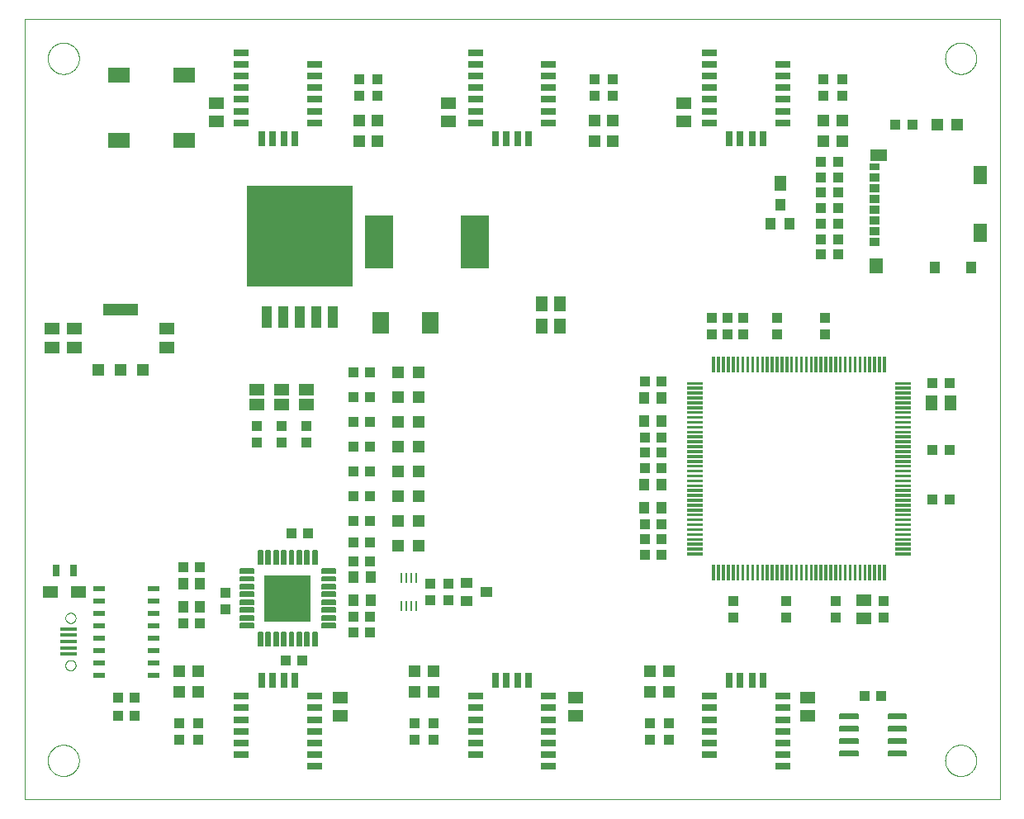
<source format=gtp>
G75*
%MOIN*%
%OFA0B0*%
%FSLAX25Y25*%
%IPPOS*%
%LPD*%
%AMOC8*
5,1,8,0,0,1.08239X$1,22.5*
%
%ADD10C,0.00000*%
%ADD11R,0.05118X0.05906*%
%ADD12R,0.04331X0.03937*%
%ADD13R,0.03937X0.04331*%
%ADD14R,0.05906X0.05118*%
%ADD15R,0.03150X0.04724*%
%ADD16C,0.00276*%
%ADD17C,0.00541*%
%ADD18R,0.18504X0.18504*%
%ADD19R,0.04724X0.02362*%
%ADD20R,0.06890X0.01575*%
%ADD21R,0.04724X0.04724*%
%ADD22R,0.09055X0.05906*%
%ADD23R,0.05118X0.05118*%
%ADD24R,0.14173X0.05118*%
%ADD25R,0.05906X0.03150*%
%ADD26R,0.03150X0.05906*%
%ADD27R,0.04331X0.04724*%
%ADD28R,0.04331X0.02953*%
%ADD29R,0.04331X0.03346*%
%ADD30R,0.04331X0.03445*%
%ADD31R,0.03937X0.04724*%
%ADD32R,0.05315X0.07480*%
%ADD33R,0.07087X0.04606*%
%ADD34R,0.05315X0.06102*%
%ADD35R,0.05906X0.04724*%
%ADD36R,0.06300X0.04600*%
%ADD37R,0.01000X0.04200*%
%ADD38R,0.05000X0.03937*%
%ADD39R,0.42520X0.40984*%
%ADD40R,0.04200X0.08500*%
%ADD41R,0.11417X0.21260*%
%ADD42R,0.07087X0.08661*%
%ADD43R,0.04600X0.06300*%
%ADD44R,0.03937X0.05000*%
%ADD45C,0.00581*%
D10*
X0146800Y0181800D02*
X0146800Y0496761D01*
X0540501Y0496761D01*
X0540501Y0181800D01*
X0146800Y0181800D01*
X0156249Y0197548D02*
X0156251Y0197706D01*
X0156257Y0197864D01*
X0156267Y0198022D01*
X0156281Y0198180D01*
X0156299Y0198337D01*
X0156320Y0198494D01*
X0156346Y0198650D01*
X0156376Y0198806D01*
X0156409Y0198961D01*
X0156447Y0199114D01*
X0156488Y0199267D01*
X0156533Y0199419D01*
X0156582Y0199570D01*
X0156635Y0199719D01*
X0156691Y0199867D01*
X0156751Y0200013D01*
X0156815Y0200158D01*
X0156883Y0200301D01*
X0156954Y0200443D01*
X0157028Y0200583D01*
X0157106Y0200720D01*
X0157188Y0200856D01*
X0157272Y0200990D01*
X0157361Y0201121D01*
X0157452Y0201250D01*
X0157547Y0201377D01*
X0157644Y0201502D01*
X0157745Y0201624D01*
X0157849Y0201743D01*
X0157956Y0201860D01*
X0158066Y0201974D01*
X0158179Y0202085D01*
X0158294Y0202194D01*
X0158412Y0202299D01*
X0158533Y0202401D01*
X0158656Y0202501D01*
X0158782Y0202597D01*
X0158910Y0202690D01*
X0159040Y0202780D01*
X0159173Y0202866D01*
X0159308Y0202950D01*
X0159444Y0203029D01*
X0159583Y0203106D01*
X0159724Y0203178D01*
X0159866Y0203248D01*
X0160010Y0203313D01*
X0160156Y0203375D01*
X0160303Y0203433D01*
X0160452Y0203488D01*
X0160602Y0203539D01*
X0160753Y0203586D01*
X0160905Y0203629D01*
X0161058Y0203668D01*
X0161213Y0203704D01*
X0161368Y0203735D01*
X0161524Y0203763D01*
X0161680Y0203787D01*
X0161837Y0203807D01*
X0161995Y0203823D01*
X0162152Y0203835D01*
X0162311Y0203843D01*
X0162469Y0203847D01*
X0162627Y0203847D01*
X0162785Y0203843D01*
X0162944Y0203835D01*
X0163101Y0203823D01*
X0163259Y0203807D01*
X0163416Y0203787D01*
X0163572Y0203763D01*
X0163728Y0203735D01*
X0163883Y0203704D01*
X0164038Y0203668D01*
X0164191Y0203629D01*
X0164343Y0203586D01*
X0164494Y0203539D01*
X0164644Y0203488D01*
X0164793Y0203433D01*
X0164940Y0203375D01*
X0165086Y0203313D01*
X0165230Y0203248D01*
X0165372Y0203178D01*
X0165513Y0203106D01*
X0165652Y0203029D01*
X0165788Y0202950D01*
X0165923Y0202866D01*
X0166056Y0202780D01*
X0166186Y0202690D01*
X0166314Y0202597D01*
X0166440Y0202501D01*
X0166563Y0202401D01*
X0166684Y0202299D01*
X0166802Y0202194D01*
X0166917Y0202085D01*
X0167030Y0201974D01*
X0167140Y0201860D01*
X0167247Y0201743D01*
X0167351Y0201624D01*
X0167452Y0201502D01*
X0167549Y0201377D01*
X0167644Y0201250D01*
X0167735Y0201121D01*
X0167824Y0200990D01*
X0167908Y0200856D01*
X0167990Y0200720D01*
X0168068Y0200583D01*
X0168142Y0200443D01*
X0168213Y0200301D01*
X0168281Y0200158D01*
X0168345Y0200013D01*
X0168405Y0199867D01*
X0168461Y0199719D01*
X0168514Y0199570D01*
X0168563Y0199419D01*
X0168608Y0199267D01*
X0168649Y0199114D01*
X0168687Y0198961D01*
X0168720Y0198806D01*
X0168750Y0198650D01*
X0168776Y0198494D01*
X0168797Y0198337D01*
X0168815Y0198180D01*
X0168829Y0198022D01*
X0168839Y0197864D01*
X0168845Y0197706D01*
X0168847Y0197548D01*
X0168845Y0197390D01*
X0168839Y0197232D01*
X0168829Y0197074D01*
X0168815Y0196916D01*
X0168797Y0196759D01*
X0168776Y0196602D01*
X0168750Y0196446D01*
X0168720Y0196290D01*
X0168687Y0196135D01*
X0168649Y0195982D01*
X0168608Y0195829D01*
X0168563Y0195677D01*
X0168514Y0195526D01*
X0168461Y0195377D01*
X0168405Y0195229D01*
X0168345Y0195083D01*
X0168281Y0194938D01*
X0168213Y0194795D01*
X0168142Y0194653D01*
X0168068Y0194513D01*
X0167990Y0194376D01*
X0167908Y0194240D01*
X0167824Y0194106D01*
X0167735Y0193975D01*
X0167644Y0193846D01*
X0167549Y0193719D01*
X0167452Y0193594D01*
X0167351Y0193472D01*
X0167247Y0193353D01*
X0167140Y0193236D01*
X0167030Y0193122D01*
X0166917Y0193011D01*
X0166802Y0192902D01*
X0166684Y0192797D01*
X0166563Y0192695D01*
X0166440Y0192595D01*
X0166314Y0192499D01*
X0166186Y0192406D01*
X0166056Y0192316D01*
X0165923Y0192230D01*
X0165788Y0192146D01*
X0165652Y0192067D01*
X0165513Y0191990D01*
X0165372Y0191918D01*
X0165230Y0191848D01*
X0165086Y0191783D01*
X0164940Y0191721D01*
X0164793Y0191663D01*
X0164644Y0191608D01*
X0164494Y0191557D01*
X0164343Y0191510D01*
X0164191Y0191467D01*
X0164038Y0191428D01*
X0163883Y0191392D01*
X0163728Y0191361D01*
X0163572Y0191333D01*
X0163416Y0191309D01*
X0163259Y0191289D01*
X0163101Y0191273D01*
X0162944Y0191261D01*
X0162785Y0191253D01*
X0162627Y0191249D01*
X0162469Y0191249D01*
X0162311Y0191253D01*
X0162152Y0191261D01*
X0161995Y0191273D01*
X0161837Y0191289D01*
X0161680Y0191309D01*
X0161524Y0191333D01*
X0161368Y0191361D01*
X0161213Y0191392D01*
X0161058Y0191428D01*
X0160905Y0191467D01*
X0160753Y0191510D01*
X0160602Y0191557D01*
X0160452Y0191608D01*
X0160303Y0191663D01*
X0160156Y0191721D01*
X0160010Y0191783D01*
X0159866Y0191848D01*
X0159724Y0191918D01*
X0159583Y0191990D01*
X0159444Y0192067D01*
X0159308Y0192146D01*
X0159173Y0192230D01*
X0159040Y0192316D01*
X0158910Y0192406D01*
X0158782Y0192499D01*
X0158656Y0192595D01*
X0158533Y0192695D01*
X0158412Y0192797D01*
X0158294Y0192902D01*
X0158179Y0193011D01*
X0158066Y0193122D01*
X0157956Y0193236D01*
X0157849Y0193353D01*
X0157745Y0193472D01*
X0157644Y0193594D01*
X0157547Y0193719D01*
X0157452Y0193846D01*
X0157361Y0193975D01*
X0157272Y0194106D01*
X0157188Y0194240D01*
X0157106Y0194376D01*
X0157028Y0194513D01*
X0156954Y0194653D01*
X0156883Y0194795D01*
X0156815Y0194938D01*
X0156751Y0195083D01*
X0156691Y0195229D01*
X0156635Y0195377D01*
X0156582Y0195526D01*
X0156533Y0195677D01*
X0156488Y0195829D01*
X0156447Y0195982D01*
X0156409Y0196135D01*
X0156376Y0196290D01*
X0156346Y0196446D01*
X0156320Y0196602D01*
X0156299Y0196759D01*
X0156281Y0196916D01*
X0156267Y0197074D01*
X0156257Y0197232D01*
X0156251Y0197390D01*
X0156249Y0197548D01*
X0163355Y0236003D02*
X0163357Y0236094D01*
X0163363Y0236184D01*
X0163373Y0236275D01*
X0163387Y0236364D01*
X0163405Y0236453D01*
X0163426Y0236542D01*
X0163452Y0236629D01*
X0163481Y0236715D01*
X0163515Y0236799D01*
X0163551Y0236882D01*
X0163592Y0236964D01*
X0163636Y0237043D01*
X0163683Y0237121D01*
X0163734Y0237196D01*
X0163788Y0237269D01*
X0163845Y0237339D01*
X0163905Y0237407D01*
X0163968Y0237473D01*
X0164034Y0237535D01*
X0164103Y0237594D01*
X0164174Y0237651D01*
X0164248Y0237704D01*
X0164324Y0237754D01*
X0164402Y0237801D01*
X0164482Y0237844D01*
X0164563Y0237883D01*
X0164647Y0237919D01*
X0164732Y0237951D01*
X0164818Y0237980D01*
X0164905Y0238004D01*
X0164994Y0238025D01*
X0165083Y0238042D01*
X0165173Y0238055D01*
X0165263Y0238064D01*
X0165354Y0238069D01*
X0165445Y0238070D01*
X0165535Y0238067D01*
X0165626Y0238060D01*
X0165716Y0238049D01*
X0165806Y0238034D01*
X0165895Y0238015D01*
X0165983Y0237993D01*
X0166069Y0237966D01*
X0166155Y0237936D01*
X0166239Y0237902D01*
X0166322Y0237864D01*
X0166403Y0237823D01*
X0166482Y0237778D01*
X0166559Y0237729D01*
X0166633Y0237678D01*
X0166706Y0237623D01*
X0166776Y0237565D01*
X0166843Y0237504D01*
X0166907Y0237440D01*
X0166969Y0237374D01*
X0167028Y0237304D01*
X0167083Y0237233D01*
X0167136Y0237158D01*
X0167185Y0237082D01*
X0167231Y0237004D01*
X0167273Y0236923D01*
X0167312Y0236841D01*
X0167347Y0236757D01*
X0167378Y0236672D01*
X0167405Y0236585D01*
X0167429Y0236498D01*
X0167449Y0236409D01*
X0167465Y0236320D01*
X0167477Y0236230D01*
X0167485Y0236139D01*
X0167489Y0236048D01*
X0167489Y0235958D01*
X0167485Y0235867D01*
X0167477Y0235776D01*
X0167465Y0235686D01*
X0167449Y0235597D01*
X0167429Y0235508D01*
X0167405Y0235421D01*
X0167378Y0235334D01*
X0167347Y0235249D01*
X0167312Y0235165D01*
X0167273Y0235083D01*
X0167231Y0235002D01*
X0167185Y0234924D01*
X0167136Y0234848D01*
X0167083Y0234773D01*
X0167028Y0234702D01*
X0166969Y0234632D01*
X0166907Y0234566D01*
X0166843Y0234502D01*
X0166776Y0234441D01*
X0166706Y0234383D01*
X0166633Y0234328D01*
X0166559Y0234277D01*
X0166482Y0234228D01*
X0166403Y0234183D01*
X0166322Y0234142D01*
X0166239Y0234104D01*
X0166155Y0234070D01*
X0166069Y0234040D01*
X0165983Y0234013D01*
X0165895Y0233991D01*
X0165806Y0233972D01*
X0165716Y0233957D01*
X0165626Y0233946D01*
X0165535Y0233939D01*
X0165445Y0233936D01*
X0165354Y0233937D01*
X0165263Y0233942D01*
X0165173Y0233951D01*
X0165083Y0233964D01*
X0164994Y0233981D01*
X0164905Y0234002D01*
X0164818Y0234026D01*
X0164732Y0234055D01*
X0164647Y0234087D01*
X0164563Y0234123D01*
X0164482Y0234162D01*
X0164402Y0234205D01*
X0164324Y0234252D01*
X0164248Y0234302D01*
X0164174Y0234355D01*
X0164103Y0234412D01*
X0164034Y0234471D01*
X0163968Y0234533D01*
X0163905Y0234599D01*
X0163845Y0234667D01*
X0163788Y0234737D01*
X0163734Y0234810D01*
X0163683Y0234885D01*
X0163636Y0234963D01*
X0163592Y0235042D01*
X0163551Y0235124D01*
X0163515Y0235207D01*
X0163481Y0235291D01*
X0163452Y0235377D01*
X0163426Y0235464D01*
X0163405Y0235553D01*
X0163387Y0235642D01*
X0163373Y0235731D01*
X0163363Y0235822D01*
X0163357Y0235912D01*
X0163355Y0236003D01*
X0163355Y0255097D02*
X0163357Y0255188D01*
X0163363Y0255278D01*
X0163373Y0255369D01*
X0163387Y0255458D01*
X0163405Y0255547D01*
X0163426Y0255636D01*
X0163452Y0255723D01*
X0163481Y0255809D01*
X0163515Y0255893D01*
X0163551Y0255976D01*
X0163592Y0256058D01*
X0163636Y0256137D01*
X0163683Y0256215D01*
X0163734Y0256290D01*
X0163788Y0256363D01*
X0163845Y0256433D01*
X0163905Y0256501D01*
X0163968Y0256567D01*
X0164034Y0256629D01*
X0164103Y0256688D01*
X0164174Y0256745D01*
X0164248Y0256798D01*
X0164324Y0256848D01*
X0164402Y0256895D01*
X0164482Y0256938D01*
X0164563Y0256977D01*
X0164647Y0257013D01*
X0164732Y0257045D01*
X0164818Y0257074D01*
X0164905Y0257098D01*
X0164994Y0257119D01*
X0165083Y0257136D01*
X0165173Y0257149D01*
X0165263Y0257158D01*
X0165354Y0257163D01*
X0165445Y0257164D01*
X0165535Y0257161D01*
X0165626Y0257154D01*
X0165716Y0257143D01*
X0165806Y0257128D01*
X0165895Y0257109D01*
X0165983Y0257087D01*
X0166069Y0257060D01*
X0166155Y0257030D01*
X0166239Y0256996D01*
X0166322Y0256958D01*
X0166403Y0256917D01*
X0166482Y0256872D01*
X0166559Y0256823D01*
X0166633Y0256772D01*
X0166706Y0256717D01*
X0166776Y0256659D01*
X0166843Y0256598D01*
X0166907Y0256534D01*
X0166969Y0256468D01*
X0167028Y0256398D01*
X0167083Y0256327D01*
X0167136Y0256252D01*
X0167185Y0256176D01*
X0167231Y0256098D01*
X0167273Y0256017D01*
X0167312Y0255935D01*
X0167347Y0255851D01*
X0167378Y0255766D01*
X0167405Y0255679D01*
X0167429Y0255592D01*
X0167449Y0255503D01*
X0167465Y0255414D01*
X0167477Y0255324D01*
X0167485Y0255233D01*
X0167489Y0255142D01*
X0167489Y0255052D01*
X0167485Y0254961D01*
X0167477Y0254870D01*
X0167465Y0254780D01*
X0167449Y0254691D01*
X0167429Y0254602D01*
X0167405Y0254515D01*
X0167378Y0254428D01*
X0167347Y0254343D01*
X0167312Y0254259D01*
X0167273Y0254177D01*
X0167231Y0254096D01*
X0167185Y0254018D01*
X0167136Y0253942D01*
X0167083Y0253867D01*
X0167028Y0253796D01*
X0166969Y0253726D01*
X0166907Y0253660D01*
X0166843Y0253596D01*
X0166776Y0253535D01*
X0166706Y0253477D01*
X0166633Y0253422D01*
X0166559Y0253371D01*
X0166482Y0253322D01*
X0166403Y0253277D01*
X0166322Y0253236D01*
X0166239Y0253198D01*
X0166155Y0253164D01*
X0166069Y0253134D01*
X0165983Y0253107D01*
X0165895Y0253085D01*
X0165806Y0253066D01*
X0165716Y0253051D01*
X0165626Y0253040D01*
X0165535Y0253033D01*
X0165445Y0253030D01*
X0165354Y0253031D01*
X0165263Y0253036D01*
X0165173Y0253045D01*
X0165083Y0253058D01*
X0164994Y0253075D01*
X0164905Y0253096D01*
X0164818Y0253120D01*
X0164732Y0253149D01*
X0164647Y0253181D01*
X0164563Y0253217D01*
X0164482Y0253256D01*
X0164402Y0253299D01*
X0164324Y0253346D01*
X0164248Y0253396D01*
X0164174Y0253449D01*
X0164103Y0253506D01*
X0164034Y0253565D01*
X0163968Y0253627D01*
X0163905Y0253693D01*
X0163845Y0253761D01*
X0163788Y0253831D01*
X0163734Y0253904D01*
X0163683Y0253979D01*
X0163636Y0254057D01*
X0163592Y0254136D01*
X0163551Y0254218D01*
X0163515Y0254301D01*
X0163481Y0254385D01*
X0163452Y0254471D01*
X0163426Y0254558D01*
X0163405Y0254647D01*
X0163387Y0254736D01*
X0163373Y0254825D01*
X0163363Y0254916D01*
X0163357Y0255006D01*
X0163355Y0255097D01*
X0156249Y0481013D02*
X0156251Y0481171D01*
X0156257Y0481329D01*
X0156267Y0481487D01*
X0156281Y0481645D01*
X0156299Y0481802D01*
X0156320Y0481959D01*
X0156346Y0482115D01*
X0156376Y0482271D01*
X0156409Y0482426D01*
X0156447Y0482579D01*
X0156488Y0482732D01*
X0156533Y0482884D01*
X0156582Y0483035D01*
X0156635Y0483184D01*
X0156691Y0483332D01*
X0156751Y0483478D01*
X0156815Y0483623D01*
X0156883Y0483766D01*
X0156954Y0483908D01*
X0157028Y0484048D01*
X0157106Y0484185D01*
X0157188Y0484321D01*
X0157272Y0484455D01*
X0157361Y0484586D01*
X0157452Y0484715D01*
X0157547Y0484842D01*
X0157644Y0484967D01*
X0157745Y0485089D01*
X0157849Y0485208D01*
X0157956Y0485325D01*
X0158066Y0485439D01*
X0158179Y0485550D01*
X0158294Y0485659D01*
X0158412Y0485764D01*
X0158533Y0485866D01*
X0158656Y0485966D01*
X0158782Y0486062D01*
X0158910Y0486155D01*
X0159040Y0486245D01*
X0159173Y0486331D01*
X0159308Y0486415D01*
X0159444Y0486494D01*
X0159583Y0486571D01*
X0159724Y0486643D01*
X0159866Y0486713D01*
X0160010Y0486778D01*
X0160156Y0486840D01*
X0160303Y0486898D01*
X0160452Y0486953D01*
X0160602Y0487004D01*
X0160753Y0487051D01*
X0160905Y0487094D01*
X0161058Y0487133D01*
X0161213Y0487169D01*
X0161368Y0487200D01*
X0161524Y0487228D01*
X0161680Y0487252D01*
X0161837Y0487272D01*
X0161995Y0487288D01*
X0162152Y0487300D01*
X0162311Y0487308D01*
X0162469Y0487312D01*
X0162627Y0487312D01*
X0162785Y0487308D01*
X0162944Y0487300D01*
X0163101Y0487288D01*
X0163259Y0487272D01*
X0163416Y0487252D01*
X0163572Y0487228D01*
X0163728Y0487200D01*
X0163883Y0487169D01*
X0164038Y0487133D01*
X0164191Y0487094D01*
X0164343Y0487051D01*
X0164494Y0487004D01*
X0164644Y0486953D01*
X0164793Y0486898D01*
X0164940Y0486840D01*
X0165086Y0486778D01*
X0165230Y0486713D01*
X0165372Y0486643D01*
X0165513Y0486571D01*
X0165652Y0486494D01*
X0165788Y0486415D01*
X0165923Y0486331D01*
X0166056Y0486245D01*
X0166186Y0486155D01*
X0166314Y0486062D01*
X0166440Y0485966D01*
X0166563Y0485866D01*
X0166684Y0485764D01*
X0166802Y0485659D01*
X0166917Y0485550D01*
X0167030Y0485439D01*
X0167140Y0485325D01*
X0167247Y0485208D01*
X0167351Y0485089D01*
X0167452Y0484967D01*
X0167549Y0484842D01*
X0167644Y0484715D01*
X0167735Y0484586D01*
X0167824Y0484455D01*
X0167908Y0484321D01*
X0167990Y0484185D01*
X0168068Y0484048D01*
X0168142Y0483908D01*
X0168213Y0483766D01*
X0168281Y0483623D01*
X0168345Y0483478D01*
X0168405Y0483332D01*
X0168461Y0483184D01*
X0168514Y0483035D01*
X0168563Y0482884D01*
X0168608Y0482732D01*
X0168649Y0482579D01*
X0168687Y0482426D01*
X0168720Y0482271D01*
X0168750Y0482115D01*
X0168776Y0481959D01*
X0168797Y0481802D01*
X0168815Y0481645D01*
X0168829Y0481487D01*
X0168839Y0481329D01*
X0168845Y0481171D01*
X0168847Y0481013D01*
X0168845Y0480855D01*
X0168839Y0480697D01*
X0168829Y0480539D01*
X0168815Y0480381D01*
X0168797Y0480224D01*
X0168776Y0480067D01*
X0168750Y0479911D01*
X0168720Y0479755D01*
X0168687Y0479600D01*
X0168649Y0479447D01*
X0168608Y0479294D01*
X0168563Y0479142D01*
X0168514Y0478991D01*
X0168461Y0478842D01*
X0168405Y0478694D01*
X0168345Y0478548D01*
X0168281Y0478403D01*
X0168213Y0478260D01*
X0168142Y0478118D01*
X0168068Y0477978D01*
X0167990Y0477841D01*
X0167908Y0477705D01*
X0167824Y0477571D01*
X0167735Y0477440D01*
X0167644Y0477311D01*
X0167549Y0477184D01*
X0167452Y0477059D01*
X0167351Y0476937D01*
X0167247Y0476818D01*
X0167140Y0476701D01*
X0167030Y0476587D01*
X0166917Y0476476D01*
X0166802Y0476367D01*
X0166684Y0476262D01*
X0166563Y0476160D01*
X0166440Y0476060D01*
X0166314Y0475964D01*
X0166186Y0475871D01*
X0166056Y0475781D01*
X0165923Y0475695D01*
X0165788Y0475611D01*
X0165652Y0475532D01*
X0165513Y0475455D01*
X0165372Y0475383D01*
X0165230Y0475313D01*
X0165086Y0475248D01*
X0164940Y0475186D01*
X0164793Y0475128D01*
X0164644Y0475073D01*
X0164494Y0475022D01*
X0164343Y0474975D01*
X0164191Y0474932D01*
X0164038Y0474893D01*
X0163883Y0474857D01*
X0163728Y0474826D01*
X0163572Y0474798D01*
X0163416Y0474774D01*
X0163259Y0474754D01*
X0163101Y0474738D01*
X0162944Y0474726D01*
X0162785Y0474718D01*
X0162627Y0474714D01*
X0162469Y0474714D01*
X0162311Y0474718D01*
X0162152Y0474726D01*
X0161995Y0474738D01*
X0161837Y0474754D01*
X0161680Y0474774D01*
X0161524Y0474798D01*
X0161368Y0474826D01*
X0161213Y0474857D01*
X0161058Y0474893D01*
X0160905Y0474932D01*
X0160753Y0474975D01*
X0160602Y0475022D01*
X0160452Y0475073D01*
X0160303Y0475128D01*
X0160156Y0475186D01*
X0160010Y0475248D01*
X0159866Y0475313D01*
X0159724Y0475383D01*
X0159583Y0475455D01*
X0159444Y0475532D01*
X0159308Y0475611D01*
X0159173Y0475695D01*
X0159040Y0475781D01*
X0158910Y0475871D01*
X0158782Y0475964D01*
X0158656Y0476060D01*
X0158533Y0476160D01*
X0158412Y0476262D01*
X0158294Y0476367D01*
X0158179Y0476476D01*
X0158066Y0476587D01*
X0157956Y0476701D01*
X0157849Y0476818D01*
X0157745Y0476937D01*
X0157644Y0477059D01*
X0157547Y0477184D01*
X0157452Y0477311D01*
X0157361Y0477440D01*
X0157272Y0477571D01*
X0157188Y0477705D01*
X0157106Y0477841D01*
X0157028Y0477978D01*
X0156954Y0478118D01*
X0156883Y0478260D01*
X0156815Y0478403D01*
X0156751Y0478548D01*
X0156691Y0478694D01*
X0156635Y0478842D01*
X0156582Y0478991D01*
X0156533Y0479142D01*
X0156488Y0479294D01*
X0156447Y0479447D01*
X0156409Y0479600D01*
X0156376Y0479755D01*
X0156346Y0479911D01*
X0156320Y0480067D01*
X0156299Y0480224D01*
X0156281Y0480381D01*
X0156267Y0480539D01*
X0156257Y0480697D01*
X0156251Y0480855D01*
X0156249Y0481013D01*
X0518454Y0481013D02*
X0518456Y0481171D01*
X0518462Y0481329D01*
X0518472Y0481487D01*
X0518486Y0481645D01*
X0518504Y0481802D01*
X0518525Y0481959D01*
X0518551Y0482115D01*
X0518581Y0482271D01*
X0518614Y0482426D01*
X0518652Y0482579D01*
X0518693Y0482732D01*
X0518738Y0482884D01*
X0518787Y0483035D01*
X0518840Y0483184D01*
X0518896Y0483332D01*
X0518956Y0483478D01*
X0519020Y0483623D01*
X0519088Y0483766D01*
X0519159Y0483908D01*
X0519233Y0484048D01*
X0519311Y0484185D01*
X0519393Y0484321D01*
X0519477Y0484455D01*
X0519566Y0484586D01*
X0519657Y0484715D01*
X0519752Y0484842D01*
X0519849Y0484967D01*
X0519950Y0485089D01*
X0520054Y0485208D01*
X0520161Y0485325D01*
X0520271Y0485439D01*
X0520384Y0485550D01*
X0520499Y0485659D01*
X0520617Y0485764D01*
X0520738Y0485866D01*
X0520861Y0485966D01*
X0520987Y0486062D01*
X0521115Y0486155D01*
X0521245Y0486245D01*
X0521378Y0486331D01*
X0521513Y0486415D01*
X0521649Y0486494D01*
X0521788Y0486571D01*
X0521929Y0486643D01*
X0522071Y0486713D01*
X0522215Y0486778D01*
X0522361Y0486840D01*
X0522508Y0486898D01*
X0522657Y0486953D01*
X0522807Y0487004D01*
X0522958Y0487051D01*
X0523110Y0487094D01*
X0523263Y0487133D01*
X0523418Y0487169D01*
X0523573Y0487200D01*
X0523729Y0487228D01*
X0523885Y0487252D01*
X0524042Y0487272D01*
X0524200Y0487288D01*
X0524357Y0487300D01*
X0524516Y0487308D01*
X0524674Y0487312D01*
X0524832Y0487312D01*
X0524990Y0487308D01*
X0525149Y0487300D01*
X0525306Y0487288D01*
X0525464Y0487272D01*
X0525621Y0487252D01*
X0525777Y0487228D01*
X0525933Y0487200D01*
X0526088Y0487169D01*
X0526243Y0487133D01*
X0526396Y0487094D01*
X0526548Y0487051D01*
X0526699Y0487004D01*
X0526849Y0486953D01*
X0526998Y0486898D01*
X0527145Y0486840D01*
X0527291Y0486778D01*
X0527435Y0486713D01*
X0527577Y0486643D01*
X0527718Y0486571D01*
X0527857Y0486494D01*
X0527993Y0486415D01*
X0528128Y0486331D01*
X0528261Y0486245D01*
X0528391Y0486155D01*
X0528519Y0486062D01*
X0528645Y0485966D01*
X0528768Y0485866D01*
X0528889Y0485764D01*
X0529007Y0485659D01*
X0529122Y0485550D01*
X0529235Y0485439D01*
X0529345Y0485325D01*
X0529452Y0485208D01*
X0529556Y0485089D01*
X0529657Y0484967D01*
X0529754Y0484842D01*
X0529849Y0484715D01*
X0529940Y0484586D01*
X0530029Y0484455D01*
X0530113Y0484321D01*
X0530195Y0484185D01*
X0530273Y0484048D01*
X0530347Y0483908D01*
X0530418Y0483766D01*
X0530486Y0483623D01*
X0530550Y0483478D01*
X0530610Y0483332D01*
X0530666Y0483184D01*
X0530719Y0483035D01*
X0530768Y0482884D01*
X0530813Y0482732D01*
X0530854Y0482579D01*
X0530892Y0482426D01*
X0530925Y0482271D01*
X0530955Y0482115D01*
X0530981Y0481959D01*
X0531002Y0481802D01*
X0531020Y0481645D01*
X0531034Y0481487D01*
X0531044Y0481329D01*
X0531050Y0481171D01*
X0531052Y0481013D01*
X0531050Y0480855D01*
X0531044Y0480697D01*
X0531034Y0480539D01*
X0531020Y0480381D01*
X0531002Y0480224D01*
X0530981Y0480067D01*
X0530955Y0479911D01*
X0530925Y0479755D01*
X0530892Y0479600D01*
X0530854Y0479447D01*
X0530813Y0479294D01*
X0530768Y0479142D01*
X0530719Y0478991D01*
X0530666Y0478842D01*
X0530610Y0478694D01*
X0530550Y0478548D01*
X0530486Y0478403D01*
X0530418Y0478260D01*
X0530347Y0478118D01*
X0530273Y0477978D01*
X0530195Y0477841D01*
X0530113Y0477705D01*
X0530029Y0477571D01*
X0529940Y0477440D01*
X0529849Y0477311D01*
X0529754Y0477184D01*
X0529657Y0477059D01*
X0529556Y0476937D01*
X0529452Y0476818D01*
X0529345Y0476701D01*
X0529235Y0476587D01*
X0529122Y0476476D01*
X0529007Y0476367D01*
X0528889Y0476262D01*
X0528768Y0476160D01*
X0528645Y0476060D01*
X0528519Y0475964D01*
X0528391Y0475871D01*
X0528261Y0475781D01*
X0528128Y0475695D01*
X0527993Y0475611D01*
X0527857Y0475532D01*
X0527718Y0475455D01*
X0527577Y0475383D01*
X0527435Y0475313D01*
X0527291Y0475248D01*
X0527145Y0475186D01*
X0526998Y0475128D01*
X0526849Y0475073D01*
X0526699Y0475022D01*
X0526548Y0474975D01*
X0526396Y0474932D01*
X0526243Y0474893D01*
X0526088Y0474857D01*
X0525933Y0474826D01*
X0525777Y0474798D01*
X0525621Y0474774D01*
X0525464Y0474754D01*
X0525306Y0474738D01*
X0525149Y0474726D01*
X0524990Y0474718D01*
X0524832Y0474714D01*
X0524674Y0474714D01*
X0524516Y0474718D01*
X0524357Y0474726D01*
X0524200Y0474738D01*
X0524042Y0474754D01*
X0523885Y0474774D01*
X0523729Y0474798D01*
X0523573Y0474826D01*
X0523418Y0474857D01*
X0523263Y0474893D01*
X0523110Y0474932D01*
X0522958Y0474975D01*
X0522807Y0475022D01*
X0522657Y0475073D01*
X0522508Y0475128D01*
X0522361Y0475186D01*
X0522215Y0475248D01*
X0522071Y0475313D01*
X0521929Y0475383D01*
X0521788Y0475455D01*
X0521649Y0475532D01*
X0521513Y0475611D01*
X0521378Y0475695D01*
X0521245Y0475781D01*
X0521115Y0475871D01*
X0520987Y0475964D01*
X0520861Y0476060D01*
X0520738Y0476160D01*
X0520617Y0476262D01*
X0520499Y0476367D01*
X0520384Y0476476D01*
X0520271Y0476587D01*
X0520161Y0476701D01*
X0520054Y0476818D01*
X0519950Y0476937D01*
X0519849Y0477059D01*
X0519752Y0477184D01*
X0519657Y0477311D01*
X0519566Y0477440D01*
X0519477Y0477571D01*
X0519393Y0477705D01*
X0519311Y0477841D01*
X0519233Y0477978D01*
X0519159Y0478118D01*
X0519088Y0478260D01*
X0519020Y0478403D01*
X0518956Y0478548D01*
X0518896Y0478694D01*
X0518840Y0478842D01*
X0518787Y0478991D01*
X0518738Y0479142D01*
X0518693Y0479294D01*
X0518652Y0479447D01*
X0518614Y0479600D01*
X0518581Y0479755D01*
X0518551Y0479911D01*
X0518525Y0480067D01*
X0518504Y0480224D01*
X0518486Y0480381D01*
X0518472Y0480539D01*
X0518462Y0480697D01*
X0518456Y0480855D01*
X0518454Y0481013D01*
X0518454Y0197548D02*
X0518456Y0197706D01*
X0518462Y0197864D01*
X0518472Y0198022D01*
X0518486Y0198180D01*
X0518504Y0198337D01*
X0518525Y0198494D01*
X0518551Y0198650D01*
X0518581Y0198806D01*
X0518614Y0198961D01*
X0518652Y0199114D01*
X0518693Y0199267D01*
X0518738Y0199419D01*
X0518787Y0199570D01*
X0518840Y0199719D01*
X0518896Y0199867D01*
X0518956Y0200013D01*
X0519020Y0200158D01*
X0519088Y0200301D01*
X0519159Y0200443D01*
X0519233Y0200583D01*
X0519311Y0200720D01*
X0519393Y0200856D01*
X0519477Y0200990D01*
X0519566Y0201121D01*
X0519657Y0201250D01*
X0519752Y0201377D01*
X0519849Y0201502D01*
X0519950Y0201624D01*
X0520054Y0201743D01*
X0520161Y0201860D01*
X0520271Y0201974D01*
X0520384Y0202085D01*
X0520499Y0202194D01*
X0520617Y0202299D01*
X0520738Y0202401D01*
X0520861Y0202501D01*
X0520987Y0202597D01*
X0521115Y0202690D01*
X0521245Y0202780D01*
X0521378Y0202866D01*
X0521513Y0202950D01*
X0521649Y0203029D01*
X0521788Y0203106D01*
X0521929Y0203178D01*
X0522071Y0203248D01*
X0522215Y0203313D01*
X0522361Y0203375D01*
X0522508Y0203433D01*
X0522657Y0203488D01*
X0522807Y0203539D01*
X0522958Y0203586D01*
X0523110Y0203629D01*
X0523263Y0203668D01*
X0523418Y0203704D01*
X0523573Y0203735D01*
X0523729Y0203763D01*
X0523885Y0203787D01*
X0524042Y0203807D01*
X0524200Y0203823D01*
X0524357Y0203835D01*
X0524516Y0203843D01*
X0524674Y0203847D01*
X0524832Y0203847D01*
X0524990Y0203843D01*
X0525149Y0203835D01*
X0525306Y0203823D01*
X0525464Y0203807D01*
X0525621Y0203787D01*
X0525777Y0203763D01*
X0525933Y0203735D01*
X0526088Y0203704D01*
X0526243Y0203668D01*
X0526396Y0203629D01*
X0526548Y0203586D01*
X0526699Y0203539D01*
X0526849Y0203488D01*
X0526998Y0203433D01*
X0527145Y0203375D01*
X0527291Y0203313D01*
X0527435Y0203248D01*
X0527577Y0203178D01*
X0527718Y0203106D01*
X0527857Y0203029D01*
X0527993Y0202950D01*
X0528128Y0202866D01*
X0528261Y0202780D01*
X0528391Y0202690D01*
X0528519Y0202597D01*
X0528645Y0202501D01*
X0528768Y0202401D01*
X0528889Y0202299D01*
X0529007Y0202194D01*
X0529122Y0202085D01*
X0529235Y0201974D01*
X0529345Y0201860D01*
X0529452Y0201743D01*
X0529556Y0201624D01*
X0529657Y0201502D01*
X0529754Y0201377D01*
X0529849Y0201250D01*
X0529940Y0201121D01*
X0530029Y0200990D01*
X0530113Y0200856D01*
X0530195Y0200720D01*
X0530273Y0200583D01*
X0530347Y0200443D01*
X0530418Y0200301D01*
X0530486Y0200158D01*
X0530550Y0200013D01*
X0530610Y0199867D01*
X0530666Y0199719D01*
X0530719Y0199570D01*
X0530768Y0199419D01*
X0530813Y0199267D01*
X0530854Y0199114D01*
X0530892Y0198961D01*
X0530925Y0198806D01*
X0530955Y0198650D01*
X0530981Y0198494D01*
X0531002Y0198337D01*
X0531020Y0198180D01*
X0531034Y0198022D01*
X0531044Y0197864D01*
X0531050Y0197706D01*
X0531052Y0197548D01*
X0531050Y0197390D01*
X0531044Y0197232D01*
X0531034Y0197074D01*
X0531020Y0196916D01*
X0531002Y0196759D01*
X0530981Y0196602D01*
X0530955Y0196446D01*
X0530925Y0196290D01*
X0530892Y0196135D01*
X0530854Y0195982D01*
X0530813Y0195829D01*
X0530768Y0195677D01*
X0530719Y0195526D01*
X0530666Y0195377D01*
X0530610Y0195229D01*
X0530550Y0195083D01*
X0530486Y0194938D01*
X0530418Y0194795D01*
X0530347Y0194653D01*
X0530273Y0194513D01*
X0530195Y0194376D01*
X0530113Y0194240D01*
X0530029Y0194106D01*
X0529940Y0193975D01*
X0529849Y0193846D01*
X0529754Y0193719D01*
X0529657Y0193594D01*
X0529556Y0193472D01*
X0529452Y0193353D01*
X0529345Y0193236D01*
X0529235Y0193122D01*
X0529122Y0193011D01*
X0529007Y0192902D01*
X0528889Y0192797D01*
X0528768Y0192695D01*
X0528645Y0192595D01*
X0528519Y0192499D01*
X0528391Y0192406D01*
X0528261Y0192316D01*
X0528128Y0192230D01*
X0527993Y0192146D01*
X0527857Y0192067D01*
X0527718Y0191990D01*
X0527577Y0191918D01*
X0527435Y0191848D01*
X0527291Y0191783D01*
X0527145Y0191721D01*
X0526998Y0191663D01*
X0526849Y0191608D01*
X0526699Y0191557D01*
X0526548Y0191510D01*
X0526396Y0191467D01*
X0526243Y0191428D01*
X0526088Y0191392D01*
X0525933Y0191361D01*
X0525777Y0191333D01*
X0525621Y0191309D01*
X0525464Y0191289D01*
X0525306Y0191273D01*
X0525149Y0191261D01*
X0524990Y0191253D01*
X0524832Y0191249D01*
X0524674Y0191249D01*
X0524516Y0191253D01*
X0524357Y0191261D01*
X0524200Y0191273D01*
X0524042Y0191289D01*
X0523885Y0191309D01*
X0523729Y0191333D01*
X0523573Y0191361D01*
X0523418Y0191392D01*
X0523263Y0191428D01*
X0523110Y0191467D01*
X0522958Y0191510D01*
X0522807Y0191557D01*
X0522657Y0191608D01*
X0522508Y0191663D01*
X0522361Y0191721D01*
X0522215Y0191783D01*
X0522071Y0191848D01*
X0521929Y0191918D01*
X0521788Y0191990D01*
X0521649Y0192067D01*
X0521513Y0192146D01*
X0521378Y0192230D01*
X0521245Y0192316D01*
X0521115Y0192406D01*
X0520987Y0192499D01*
X0520861Y0192595D01*
X0520738Y0192695D01*
X0520617Y0192797D01*
X0520499Y0192902D01*
X0520384Y0193011D01*
X0520271Y0193122D01*
X0520161Y0193236D01*
X0520054Y0193353D01*
X0519950Y0193472D01*
X0519849Y0193594D01*
X0519752Y0193719D01*
X0519657Y0193846D01*
X0519566Y0193975D01*
X0519477Y0194106D01*
X0519393Y0194240D01*
X0519311Y0194376D01*
X0519233Y0194513D01*
X0519159Y0194653D01*
X0519088Y0194795D01*
X0519020Y0194938D01*
X0518956Y0195083D01*
X0518896Y0195229D01*
X0518840Y0195377D01*
X0518787Y0195526D01*
X0518738Y0195677D01*
X0518693Y0195829D01*
X0518652Y0195982D01*
X0518614Y0196135D01*
X0518581Y0196290D01*
X0518551Y0196446D01*
X0518525Y0196602D01*
X0518504Y0196759D01*
X0518486Y0196916D01*
X0518472Y0197074D01*
X0518462Y0197232D01*
X0518456Y0197390D01*
X0518454Y0197548D01*
D11*
X0520540Y0341800D03*
X0513060Y0341800D03*
X0363040Y0373050D03*
X0355560Y0373050D03*
X0355560Y0381800D03*
X0363040Y0381800D03*
D12*
X0397204Y0350550D03*
X0403896Y0350550D03*
X0403896Y0328050D03*
X0403896Y0321800D03*
X0403896Y0315550D03*
X0397204Y0315550D03*
X0397204Y0321800D03*
X0397204Y0328050D03*
X0397204Y0293050D03*
X0397204Y0286800D03*
X0397204Y0280550D03*
X0403896Y0280550D03*
X0403896Y0286800D03*
X0403896Y0293050D03*
X0485954Y0223675D03*
X0492646Y0223675D03*
X0513454Y0303050D03*
X0520146Y0303050D03*
X0520146Y0323050D03*
X0513454Y0323050D03*
X0513454Y0349925D03*
X0520146Y0349925D03*
X0475146Y0401800D03*
X0475146Y0408050D03*
X0475146Y0414300D03*
X0475146Y0420550D03*
X0475146Y0426800D03*
X0475146Y0433050D03*
X0475146Y0439300D03*
X0468454Y0439300D03*
X0468454Y0433050D03*
X0468454Y0426800D03*
X0468454Y0420550D03*
X0468454Y0414300D03*
X0468454Y0408050D03*
X0468454Y0401800D03*
X0498454Y0454300D03*
X0505146Y0454300D03*
X0286396Y0354300D03*
X0279704Y0354300D03*
X0279704Y0344300D03*
X0286396Y0344300D03*
X0286396Y0334300D03*
X0279704Y0334300D03*
X0279704Y0324300D03*
X0286396Y0324300D03*
X0286396Y0314300D03*
X0279704Y0314300D03*
X0279704Y0304300D03*
X0286396Y0304300D03*
X0286396Y0294300D03*
X0279704Y0294300D03*
X0279704Y0285550D03*
X0286396Y0285550D03*
X0286396Y0278050D03*
X0279704Y0278050D03*
X0261396Y0289300D03*
X0254704Y0289300D03*
X0217646Y0275550D03*
X0210954Y0275550D03*
X0210954Y0253050D03*
X0217646Y0253050D03*
X0252204Y0238050D03*
X0258896Y0238050D03*
X0279704Y0249300D03*
X0279704Y0255550D03*
X0286396Y0255550D03*
X0286396Y0249300D03*
X0191396Y0223050D03*
X0184704Y0223050D03*
X0184704Y0215550D03*
X0191396Y0215550D03*
D13*
X0209300Y0212646D03*
X0209300Y0205954D03*
X0216800Y0205954D03*
X0216800Y0212646D03*
X0228050Y0258454D03*
X0228050Y0265146D03*
X0240550Y0325954D03*
X0240550Y0332646D03*
X0250550Y0332646D03*
X0250550Y0325954D03*
X0260550Y0325954D03*
X0260550Y0332646D03*
X0310550Y0268896D03*
X0310550Y0262204D03*
X0318050Y0262204D03*
X0318050Y0268896D03*
X0311800Y0212646D03*
X0311800Y0205954D03*
X0304300Y0205954D03*
X0304300Y0212646D03*
X0399300Y0212646D03*
X0399300Y0205954D03*
X0406800Y0205954D03*
X0406800Y0212646D03*
X0433050Y0255329D03*
X0433050Y0262021D03*
X0454300Y0262021D03*
X0454300Y0255329D03*
X0474300Y0255329D03*
X0474300Y0262021D03*
X0493675Y0262021D03*
X0493675Y0255329D03*
X0469925Y0369704D03*
X0469925Y0376396D03*
X0450550Y0376396D03*
X0450550Y0369704D03*
X0436800Y0369704D03*
X0430550Y0369704D03*
X0424300Y0369704D03*
X0424300Y0376396D03*
X0430550Y0376396D03*
X0436800Y0376396D03*
X0469300Y0465954D03*
X0469300Y0472646D03*
X0476800Y0472646D03*
X0476800Y0465954D03*
X0384300Y0465954D03*
X0384300Y0472646D03*
X0376800Y0472646D03*
X0376800Y0465954D03*
X0289300Y0465954D03*
X0289300Y0472646D03*
X0281800Y0472646D03*
X0281800Y0465954D03*
D14*
X0318050Y0463040D03*
X0318050Y0455560D03*
X0413050Y0455560D03*
X0413050Y0463040D03*
X0224300Y0463040D03*
X0224300Y0455560D03*
X0204300Y0371790D03*
X0204300Y0364310D03*
X0166800Y0364310D03*
X0166800Y0371790D03*
X0158050Y0371790D03*
X0158050Y0364310D03*
X0274300Y0223040D03*
X0274300Y0215560D03*
X0369300Y0215560D03*
X0369300Y0223040D03*
X0463050Y0223040D03*
X0463050Y0215560D03*
X0485550Y0254935D03*
X0485550Y0262415D03*
D15*
X0166593Y0274300D03*
X0159507Y0274300D03*
D16*
X0414320Y0280688D02*
X0420186Y0280688D01*
X0414320Y0280688D02*
X0414320Y0281514D01*
X0420186Y0281514D01*
X0420186Y0280688D01*
X0420186Y0280963D02*
X0414320Y0280963D01*
X0414320Y0281238D02*
X0420186Y0281238D01*
X0420186Y0281513D02*
X0414320Y0281513D01*
X0414320Y0282657D02*
X0420186Y0282657D01*
X0414320Y0282657D02*
X0414320Y0283483D01*
X0420186Y0283483D01*
X0420186Y0282657D01*
X0420186Y0282932D02*
X0414320Y0282932D01*
X0414320Y0283207D02*
X0420186Y0283207D01*
X0420186Y0283482D02*
X0414320Y0283482D01*
X0414320Y0284625D02*
X0420186Y0284625D01*
X0414320Y0284625D02*
X0414320Y0285451D01*
X0420186Y0285451D01*
X0420186Y0284625D01*
X0420186Y0284900D02*
X0414320Y0284900D01*
X0414320Y0285175D02*
X0420186Y0285175D01*
X0420186Y0285450D02*
X0414320Y0285450D01*
X0414320Y0286594D02*
X0420186Y0286594D01*
X0414320Y0286594D02*
X0414320Y0287420D01*
X0420186Y0287420D01*
X0420186Y0286594D01*
X0420186Y0286869D02*
X0414320Y0286869D01*
X0414320Y0287144D02*
X0420186Y0287144D01*
X0420186Y0287419D02*
X0414320Y0287419D01*
X0414320Y0288562D02*
X0420186Y0288562D01*
X0414320Y0288562D02*
X0414320Y0289388D01*
X0420186Y0289388D01*
X0420186Y0288562D01*
X0420186Y0288837D02*
X0414320Y0288837D01*
X0414320Y0289112D02*
X0420186Y0289112D01*
X0420186Y0289387D02*
X0414320Y0289387D01*
X0414320Y0290531D02*
X0420186Y0290531D01*
X0414320Y0290531D02*
X0414320Y0291357D01*
X0420186Y0291357D01*
X0420186Y0290531D01*
X0420186Y0290806D02*
X0414320Y0290806D01*
X0414320Y0291081D02*
X0420186Y0291081D01*
X0420186Y0291356D02*
X0414320Y0291356D01*
X0414320Y0292499D02*
X0420186Y0292499D01*
X0414320Y0292499D02*
X0414320Y0293325D01*
X0420186Y0293325D01*
X0420186Y0292499D01*
X0420186Y0292774D02*
X0414320Y0292774D01*
X0414320Y0293049D02*
X0420186Y0293049D01*
X0420186Y0293324D02*
X0414320Y0293324D01*
X0414320Y0294468D02*
X0420186Y0294468D01*
X0414320Y0294468D02*
X0414320Y0295294D01*
X0420186Y0295294D01*
X0420186Y0294468D01*
X0420186Y0294743D02*
X0414320Y0294743D01*
X0414320Y0295018D02*
X0420186Y0295018D01*
X0420186Y0295293D02*
X0414320Y0295293D01*
X0414320Y0296436D02*
X0420186Y0296436D01*
X0414320Y0296436D02*
X0414320Y0297262D01*
X0420186Y0297262D01*
X0420186Y0296436D01*
X0420186Y0296711D02*
X0414320Y0296711D01*
X0414320Y0296986D02*
X0420186Y0296986D01*
X0420186Y0297261D02*
X0414320Y0297261D01*
X0414320Y0298405D02*
X0420186Y0298405D01*
X0414320Y0298405D02*
X0414320Y0299231D01*
X0420186Y0299231D01*
X0420186Y0298405D01*
X0420186Y0298680D02*
X0414320Y0298680D01*
X0414320Y0298955D02*
X0420186Y0298955D01*
X0420186Y0299230D02*
X0414320Y0299230D01*
X0414320Y0300373D02*
X0420186Y0300373D01*
X0414320Y0300373D02*
X0414320Y0301199D01*
X0420186Y0301199D01*
X0420186Y0300373D01*
X0420186Y0300648D02*
X0414320Y0300648D01*
X0414320Y0300923D02*
X0420186Y0300923D01*
X0420186Y0301198D02*
X0414320Y0301198D01*
X0414320Y0302342D02*
X0420186Y0302342D01*
X0414320Y0302342D02*
X0414320Y0303168D01*
X0420186Y0303168D01*
X0420186Y0302342D01*
X0420186Y0302617D02*
X0414320Y0302617D01*
X0414320Y0302892D02*
X0420186Y0302892D01*
X0420186Y0303167D02*
X0414320Y0303167D01*
X0414320Y0304310D02*
X0420186Y0304310D01*
X0414320Y0304310D02*
X0414320Y0305136D01*
X0420186Y0305136D01*
X0420186Y0304310D01*
X0420186Y0304585D02*
X0414320Y0304585D01*
X0414320Y0304860D02*
X0420186Y0304860D01*
X0420186Y0305135D02*
X0414320Y0305135D01*
X0414320Y0306279D02*
X0420186Y0306279D01*
X0414320Y0306279D02*
X0414320Y0307105D01*
X0420186Y0307105D01*
X0420186Y0306279D01*
X0420186Y0306554D02*
X0414320Y0306554D01*
X0414320Y0306829D02*
X0420186Y0306829D01*
X0420186Y0307104D02*
X0414320Y0307104D01*
X0414320Y0308247D02*
X0420186Y0308247D01*
X0414320Y0308247D02*
X0414320Y0309073D01*
X0420186Y0309073D01*
X0420186Y0308247D01*
X0420186Y0308522D02*
X0414320Y0308522D01*
X0414320Y0308797D02*
X0420186Y0308797D01*
X0420186Y0309072D02*
X0414320Y0309072D01*
X0414320Y0310216D02*
X0420186Y0310216D01*
X0414320Y0310216D02*
X0414320Y0311042D01*
X0420186Y0311042D01*
X0420186Y0310216D01*
X0420186Y0310491D02*
X0414320Y0310491D01*
X0414320Y0310766D02*
X0420186Y0310766D01*
X0420186Y0311041D02*
X0414320Y0311041D01*
X0414320Y0312184D02*
X0420186Y0312184D01*
X0414320Y0312184D02*
X0414320Y0313010D01*
X0420186Y0313010D01*
X0420186Y0312184D01*
X0420186Y0312459D02*
X0414320Y0312459D01*
X0414320Y0312734D02*
X0420186Y0312734D01*
X0420186Y0313009D02*
X0414320Y0313009D01*
X0414320Y0314153D02*
X0420186Y0314153D01*
X0414320Y0314153D02*
X0414320Y0314979D01*
X0420186Y0314979D01*
X0420186Y0314153D01*
X0420186Y0314428D02*
X0414320Y0314428D01*
X0414320Y0314703D02*
X0420186Y0314703D01*
X0420186Y0314978D02*
X0414320Y0314978D01*
X0414320Y0316121D02*
X0420186Y0316121D01*
X0414320Y0316121D02*
X0414320Y0316947D01*
X0420186Y0316947D01*
X0420186Y0316121D01*
X0420186Y0316396D02*
X0414320Y0316396D01*
X0414320Y0316671D02*
X0420186Y0316671D01*
X0420186Y0316946D02*
X0414320Y0316946D01*
X0414320Y0318090D02*
X0420186Y0318090D01*
X0414320Y0318090D02*
X0414320Y0318916D01*
X0420186Y0318916D01*
X0420186Y0318090D01*
X0420186Y0318365D02*
X0414320Y0318365D01*
X0414320Y0318640D02*
X0420186Y0318640D01*
X0420186Y0318915D02*
X0414320Y0318915D01*
X0414320Y0320058D02*
X0420186Y0320058D01*
X0414320Y0320058D02*
X0414320Y0320884D01*
X0420186Y0320884D01*
X0420186Y0320058D01*
X0420186Y0320333D02*
X0414320Y0320333D01*
X0414320Y0320608D02*
X0420186Y0320608D01*
X0420186Y0320883D02*
X0414320Y0320883D01*
X0414320Y0322027D02*
X0420186Y0322027D01*
X0414320Y0322027D02*
X0414320Y0322853D01*
X0420186Y0322853D01*
X0420186Y0322027D01*
X0420186Y0322302D02*
X0414320Y0322302D01*
X0414320Y0322577D02*
X0420186Y0322577D01*
X0420186Y0322852D02*
X0414320Y0322852D01*
X0414320Y0323995D02*
X0420186Y0323995D01*
X0414320Y0323995D02*
X0414320Y0324821D01*
X0420186Y0324821D01*
X0420186Y0323995D01*
X0420186Y0324270D02*
X0414320Y0324270D01*
X0414320Y0324545D02*
X0420186Y0324545D01*
X0420186Y0324820D02*
X0414320Y0324820D01*
X0414320Y0325964D02*
X0420186Y0325964D01*
X0414320Y0325964D02*
X0414320Y0326790D01*
X0420186Y0326790D01*
X0420186Y0325964D01*
X0420186Y0326239D02*
X0414320Y0326239D01*
X0414320Y0326514D02*
X0420186Y0326514D01*
X0420186Y0326789D02*
X0414320Y0326789D01*
X0414320Y0327932D02*
X0420186Y0327932D01*
X0414320Y0327932D02*
X0414320Y0328758D01*
X0420186Y0328758D01*
X0420186Y0327932D01*
X0420186Y0328207D02*
X0414320Y0328207D01*
X0414320Y0328482D02*
X0420186Y0328482D01*
X0420186Y0328757D02*
X0414320Y0328757D01*
X0414320Y0329901D02*
X0420186Y0329901D01*
X0414320Y0329901D02*
X0414320Y0330727D01*
X0420186Y0330727D01*
X0420186Y0329901D01*
X0420186Y0330176D02*
X0414320Y0330176D01*
X0414320Y0330451D02*
X0420186Y0330451D01*
X0420186Y0330726D02*
X0414320Y0330726D01*
X0414320Y0331869D02*
X0420186Y0331869D01*
X0414320Y0331869D02*
X0414320Y0332695D01*
X0420186Y0332695D01*
X0420186Y0331869D01*
X0420186Y0332144D02*
X0414320Y0332144D01*
X0414320Y0332419D02*
X0420186Y0332419D01*
X0420186Y0332694D02*
X0414320Y0332694D01*
X0414320Y0333838D02*
X0420186Y0333838D01*
X0414320Y0333838D02*
X0414320Y0334664D01*
X0420186Y0334664D01*
X0420186Y0333838D01*
X0420186Y0334113D02*
X0414320Y0334113D01*
X0414320Y0334388D02*
X0420186Y0334388D01*
X0420186Y0334663D02*
X0414320Y0334663D01*
X0414320Y0335806D02*
X0420186Y0335806D01*
X0414320Y0335806D02*
X0414320Y0336632D01*
X0420186Y0336632D01*
X0420186Y0335806D01*
X0420186Y0336081D02*
X0414320Y0336081D01*
X0414320Y0336356D02*
X0420186Y0336356D01*
X0420186Y0336631D02*
X0414320Y0336631D01*
X0414320Y0337775D02*
X0420186Y0337775D01*
X0414320Y0337775D02*
X0414320Y0338601D01*
X0420186Y0338601D01*
X0420186Y0337775D01*
X0420186Y0338050D02*
X0414320Y0338050D01*
X0414320Y0338325D02*
X0420186Y0338325D01*
X0420186Y0338600D02*
X0414320Y0338600D01*
X0414320Y0339743D02*
X0420186Y0339743D01*
X0414320Y0339743D02*
X0414320Y0340569D01*
X0420186Y0340569D01*
X0420186Y0339743D01*
X0420186Y0340018D02*
X0414320Y0340018D01*
X0414320Y0340293D02*
X0420186Y0340293D01*
X0420186Y0340568D02*
X0414320Y0340568D01*
X0414320Y0341712D02*
X0420186Y0341712D01*
X0414320Y0341712D02*
X0414320Y0342538D01*
X0420186Y0342538D01*
X0420186Y0341712D01*
X0420186Y0341987D02*
X0414320Y0341987D01*
X0414320Y0342262D02*
X0420186Y0342262D01*
X0420186Y0342537D02*
X0414320Y0342537D01*
X0414320Y0343680D02*
X0420186Y0343680D01*
X0414320Y0343680D02*
X0414320Y0344506D01*
X0420186Y0344506D01*
X0420186Y0343680D01*
X0420186Y0343955D02*
X0414320Y0343955D01*
X0414320Y0344230D02*
X0420186Y0344230D01*
X0420186Y0344505D02*
X0414320Y0344505D01*
X0414320Y0345649D02*
X0420186Y0345649D01*
X0414320Y0345649D02*
X0414320Y0346475D01*
X0420186Y0346475D01*
X0420186Y0345649D01*
X0420186Y0345924D02*
X0414320Y0345924D01*
X0414320Y0346199D02*
X0420186Y0346199D01*
X0420186Y0346474D02*
X0414320Y0346474D01*
X0414320Y0347617D02*
X0420186Y0347617D01*
X0414320Y0347617D02*
X0414320Y0348443D01*
X0420186Y0348443D01*
X0420186Y0347617D01*
X0420186Y0347892D02*
X0414320Y0347892D01*
X0414320Y0348167D02*
X0420186Y0348167D01*
X0420186Y0348442D02*
X0414320Y0348442D01*
X0414320Y0349586D02*
X0420186Y0349586D01*
X0414320Y0349586D02*
X0414320Y0350412D01*
X0420186Y0350412D01*
X0420186Y0349586D01*
X0420186Y0349861D02*
X0414320Y0349861D01*
X0414320Y0350136D02*
X0420186Y0350136D01*
X0420186Y0350411D02*
X0414320Y0350411D01*
X0425264Y0354664D02*
X0425264Y0360530D01*
X0425264Y0354664D02*
X0424438Y0354664D01*
X0424438Y0360530D01*
X0425264Y0360530D01*
X0425264Y0354939D02*
X0424438Y0354939D01*
X0424438Y0355214D02*
X0425264Y0355214D01*
X0425264Y0355489D02*
X0424438Y0355489D01*
X0424438Y0355764D02*
X0425264Y0355764D01*
X0425264Y0356039D02*
X0424438Y0356039D01*
X0424438Y0356314D02*
X0425264Y0356314D01*
X0425264Y0356589D02*
X0424438Y0356589D01*
X0424438Y0356864D02*
X0425264Y0356864D01*
X0425264Y0357139D02*
X0424438Y0357139D01*
X0424438Y0357414D02*
X0425264Y0357414D01*
X0425264Y0357689D02*
X0424438Y0357689D01*
X0424438Y0357964D02*
X0425264Y0357964D01*
X0425264Y0358239D02*
X0424438Y0358239D01*
X0424438Y0358514D02*
X0425264Y0358514D01*
X0425264Y0358789D02*
X0424438Y0358789D01*
X0424438Y0359064D02*
X0425264Y0359064D01*
X0425264Y0359339D02*
X0424438Y0359339D01*
X0424438Y0359614D02*
X0425264Y0359614D01*
X0425264Y0359889D02*
X0424438Y0359889D01*
X0424438Y0360164D02*
X0425264Y0360164D01*
X0425264Y0360439D02*
X0424438Y0360439D01*
X0427233Y0360530D02*
X0427233Y0354664D01*
X0426407Y0354664D01*
X0426407Y0360530D01*
X0427233Y0360530D01*
X0427233Y0354939D02*
X0426407Y0354939D01*
X0426407Y0355214D02*
X0427233Y0355214D01*
X0427233Y0355489D02*
X0426407Y0355489D01*
X0426407Y0355764D02*
X0427233Y0355764D01*
X0427233Y0356039D02*
X0426407Y0356039D01*
X0426407Y0356314D02*
X0427233Y0356314D01*
X0427233Y0356589D02*
X0426407Y0356589D01*
X0426407Y0356864D02*
X0427233Y0356864D01*
X0427233Y0357139D02*
X0426407Y0357139D01*
X0426407Y0357414D02*
X0427233Y0357414D01*
X0427233Y0357689D02*
X0426407Y0357689D01*
X0426407Y0357964D02*
X0427233Y0357964D01*
X0427233Y0358239D02*
X0426407Y0358239D01*
X0426407Y0358514D02*
X0427233Y0358514D01*
X0427233Y0358789D02*
X0426407Y0358789D01*
X0426407Y0359064D02*
X0427233Y0359064D01*
X0427233Y0359339D02*
X0426407Y0359339D01*
X0426407Y0359614D02*
X0427233Y0359614D01*
X0427233Y0359889D02*
X0426407Y0359889D01*
X0426407Y0360164D02*
X0427233Y0360164D01*
X0427233Y0360439D02*
X0426407Y0360439D01*
X0429201Y0360530D02*
X0429201Y0354664D01*
X0428375Y0354664D01*
X0428375Y0360530D01*
X0429201Y0360530D01*
X0429201Y0354939D02*
X0428375Y0354939D01*
X0428375Y0355214D02*
X0429201Y0355214D01*
X0429201Y0355489D02*
X0428375Y0355489D01*
X0428375Y0355764D02*
X0429201Y0355764D01*
X0429201Y0356039D02*
X0428375Y0356039D01*
X0428375Y0356314D02*
X0429201Y0356314D01*
X0429201Y0356589D02*
X0428375Y0356589D01*
X0428375Y0356864D02*
X0429201Y0356864D01*
X0429201Y0357139D02*
X0428375Y0357139D01*
X0428375Y0357414D02*
X0429201Y0357414D01*
X0429201Y0357689D02*
X0428375Y0357689D01*
X0428375Y0357964D02*
X0429201Y0357964D01*
X0429201Y0358239D02*
X0428375Y0358239D01*
X0428375Y0358514D02*
X0429201Y0358514D01*
X0429201Y0358789D02*
X0428375Y0358789D01*
X0428375Y0359064D02*
X0429201Y0359064D01*
X0429201Y0359339D02*
X0428375Y0359339D01*
X0428375Y0359614D02*
X0429201Y0359614D01*
X0429201Y0359889D02*
X0428375Y0359889D01*
X0428375Y0360164D02*
X0429201Y0360164D01*
X0429201Y0360439D02*
X0428375Y0360439D01*
X0431170Y0360530D02*
X0431170Y0354664D01*
X0430344Y0354664D01*
X0430344Y0360530D01*
X0431170Y0360530D01*
X0431170Y0354939D02*
X0430344Y0354939D01*
X0430344Y0355214D02*
X0431170Y0355214D01*
X0431170Y0355489D02*
X0430344Y0355489D01*
X0430344Y0355764D02*
X0431170Y0355764D01*
X0431170Y0356039D02*
X0430344Y0356039D01*
X0430344Y0356314D02*
X0431170Y0356314D01*
X0431170Y0356589D02*
X0430344Y0356589D01*
X0430344Y0356864D02*
X0431170Y0356864D01*
X0431170Y0357139D02*
X0430344Y0357139D01*
X0430344Y0357414D02*
X0431170Y0357414D01*
X0431170Y0357689D02*
X0430344Y0357689D01*
X0430344Y0357964D02*
X0431170Y0357964D01*
X0431170Y0358239D02*
X0430344Y0358239D01*
X0430344Y0358514D02*
X0431170Y0358514D01*
X0431170Y0358789D02*
X0430344Y0358789D01*
X0430344Y0359064D02*
X0431170Y0359064D01*
X0431170Y0359339D02*
X0430344Y0359339D01*
X0430344Y0359614D02*
X0431170Y0359614D01*
X0431170Y0359889D02*
X0430344Y0359889D01*
X0430344Y0360164D02*
X0431170Y0360164D01*
X0431170Y0360439D02*
X0430344Y0360439D01*
X0433138Y0360530D02*
X0433138Y0354664D01*
X0432312Y0354664D01*
X0432312Y0360530D01*
X0433138Y0360530D01*
X0433138Y0354939D02*
X0432312Y0354939D01*
X0432312Y0355214D02*
X0433138Y0355214D01*
X0433138Y0355489D02*
X0432312Y0355489D01*
X0432312Y0355764D02*
X0433138Y0355764D01*
X0433138Y0356039D02*
X0432312Y0356039D01*
X0432312Y0356314D02*
X0433138Y0356314D01*
X0433138Y0356589D02*
X0432312Y0356589D01*
X0432312Y0356864D02*
X0433138Y0356864D01*
X0433138Y0357139D02*
X0432312Y0357139D01*
X0432312Y0357414D02*
X0433138Y0357414D01*
X0433138Y0357689D02*
X0432312Y0357689D01*
X0432312Y0357964D02*
X0433138Y0357964D01*
X0433138Y0358239D02*
X0432312Y0358239D01*
X0432312Y0358514D02*
X0433138Y0358514D01*
X0433138Y0358789D02*
X0432312Y0358789D01*
X0432312Y0359064D02*
X0433138Y0359064D01*
X0433138Y0359339D02*
X0432312Y0359339D01*
X0432312Y0359614D02*
X0433138Y0359614D01*
X0433138Y0359889D02*
X0432312Y0359889D01*
X0432312Y0360164D02*
X0433138Y0360164D01*
X0433138Y0360439D02*
X0432312Y0360439D01*
X0435107Y0360530D02*
X0435107Y0354664D01*
X0434281Y0354664D01*
X0434281Y0360530D01*
X0435107Y0360530D01*
X0435107Y0354939D02*
X0434281Y0354939D01*
X0434281Y0355214D02*
X0435107Y0355214D01*
X0435107Y0355489D02*
X0434281Y0355489D01*
X0434281Y0355764D02*
X0435107Y0355764D01*
X0435107Y0356039D02*
X0434281Y0356039D01*
X0434281Y0356314D02*
X0435107Y0356314D01*
X0435107Y0356589D02*
X0434281Y0356589D01*
X0434281Y0356864D02*
X0435107Y0356864D01*
X0435107Y0357139D02*
X0434281Y0357139D01*
X0434281Y0357414D02*
X0435107Y0357414D01*
X0435107Y0357689D02*
X0434281Y0357689D01*
X0434281Y0357964D02*
X0435107Y0357964D01*
X0435107Y0358239D02*
X0434281Y0358239D01*
X0434281Y0358514D02*
X0435107Y0358514D01*
X0435107Y0358789D02*
X0434281Y0358789D01*
X0434281Y0359064D02*
X0435107Y0359064D01*
X0435107Y0359339D02*
X0434281Y0359339D01*
X0434281Y0359614D02*
X0435107Y0359614D01*
X0435107Y0359889D02*
X0434281Y0359889D01*
X0434281Y0360164D02*
X0435107Y0360164D01*
X0435107Y0360439D02*
X0434281Y0360439D01*
X0437075Y0360530D02*
X0437075Y0354664D01*
X0436249Y0354664D01*
X0436249Y0360530D01*
X0437075Y0360530D01*
X0437075Y0354939D02*
X0436249Y0354939D01*
X0436249Y0355214D02*
X0437075Y0355214D01*
X0437075Y0355489D02*
X0436249Y0355489D01*
X0436249Y0355764D02*
X0437075Y0355764D01*
X0437075Y0356039D02*
X0436249Y0356039D01*
X0436249Y0356314D02*
X0437075Y0356314D01*
X0437075Y0356589D02*
X0436249Y0356589D01*
X0436249Y0356864D02*
X0437075Y0356864D01*
X0437075Y0357139D02*
X0436249Y0357139D01*
X0436249Y0357414D02*
X0437075Y0357414D01*
X0437075Y0357689D02*
X0436249Y0357689D01*
X0436249Y0357964D02*
X0437075Y0357964D01*
X0437075Y0358239D02*
X0436249Y0358239D01*
X0436249Y0358514D02*
X0437075Y0358514D01*
X0437075Y0358789D02*
X0436249Y0358789D01*
X0436249Y0359064D02*
X0437075Y0359064D01*
X0437075Y0359339D02*
X0436249Y0359339D01*
X0436249Y0359614D02*
X0437075Y0359614D01*
X0437075Y0359889D02*
X0436249Y0359889D01*
X0436249Y0360164D02*
X0437075Y0360164D01*
X0437075Y0360439D02*
X0436249Y0360439D01*
X0439044Y0360530D02*
X0439044Y0354664D01*
X0438218Y0354664D01*
X0438218Y0360530D01*
X0439044Y0360530D01*
X0439044Y0354939D02*
X0438218Y0354939D01*
X0438218Y0355214D02*
X0439044Y0355214D01*
X0439044Y0355489D02*
X0438218Y0355489D01*
X0438218Y0355764D02*
X0439044Y0355764D01*
X0439044Y0356039D02*
X0438218Y0356039D01*
X0438218Y0356314D02*
X0439044Y0356314D01*
X0439044Y0356589D02*
X0438218Y0356589D01*
X0438218Y0356864D02*
X0439044Y0356864D01*
X0439044Y0357139D02*
X0438218Y0357139D01*
X0438218Y0357414D02*
X0439044Y0357414D01*
X0439044Y0357689D02*
X0438218Y0357689D01*
X0438218Y0357964D02*
X0439044Y0357964D01*
X0439044Y0358239D02*
X0438218Y0358239D01*
X0438218Y0358514D02*
X0439044Y0358514D01*
X0439044Y0358789D02*
X0438218Y0358789D01*
X0438218Y0359064D02*
X0439044Y0359064D01*
X0439044Y0359339D02*
X0438218Y0359339D01*
X0438218Y0359614D02*
X0439044Y0359614D01*
X0439044Y0359889D02*
X0438218Y0359889D01*
X0438218Y0360164D02*
X0439044Y0360164D01*
X0439044Y0360439D02*
X0438218Y0360439D01*
X0441012Y0360530D02*
X0441012Y0354664D01*
X0440186Y0354664D01*
X0440186Y0360530D01*
X0441012Y0360530D01*
X0441012Y0354939D02*
X0440186Y0354939D01*
X0440186Y0355214D02*
X0441012Y0355214D01*
X0441012Y0355489D02*
X0440186Y0355489D01*
X0440186Y0355764D02*
X0441012Y0355764D01*
X0441012Y0356039D02*
X0440186Y0356039D01*
X0440186Y0356314D02*
X0441012Y0356314D01*
X0441012Y0356589D02*
X0440186Y0356589D01*
X0440186Y0356864D02*
X0441012Y0356864D01*
X0441012Y0357139D02*
X0440186Y0357139D01*
X0440186Y0357414D02*
X0441012Y0357414D01*
X0441012Y0357689D02*
X0440186Y0357689D01*
X0440186Y0357964D02*
X0441012Y0357964D01*
X0441012Y0358239D02*
X0440186Y0358239D01*
X0440186Y0358514D02*
X0441012Y0358514D01*
X0441012Y0358789D02*
X0440186Y0358789D01*
X0440186Y0359064D02*
X0441012Y0359064D01*
X0441012Y0359339D02*
X0440186Y0359339D01*
X0440186Y0359614D02*
X0441012Y0359614D01*
X0441012Y0359889D02*
X0440186Y0359889D01*
X0440186Y0360164D02*
X0441012Y0360164D01*
X0441012Y0360439D02*
X0440186Y0360439D01*
X0442981Y0360530D02*
X0442981Y0354664D01*
X0442155Y0354664D01*
X0442155Y0360530D01*
X0442981Y0360530D01*
X0442981Y0354939D02*
X0442155Y0354939D01*
X0442155Y0355214D02*
X0442981Y0355214D01*
X0442981Y0355489D02*
X0442155Y0355489D01*
X0442155Y0355764D02*
X0442981Y0355764D01*
X0442981Y0356039D02*
X0442155Y0356039D01*
X0442155Y0356314D02*
X0442981Y0356314D01*
X0442981Y0356589D02*
X0442155Y0356589D01*
X0442155Y0356864D02*
X0442981Y0356864D01*
X0442981Y0357139D02*
X0442155Y0357139D01*
X0442155Y0357414D02*
X0442981Y0357414D01*
X0442981Y0357689D02*
X0442155Y0357689D01*
X0442155Y0357964D02*
X0442981Y0357964D01*
X0442981Y0358239D02*
X0442155Y0358239D01*
X0442155Y0358514D02*
X0442981Y0358514D01*
X0442981Y0358789D02*
X0442155Y0358789D01*
X0442155Y0359064D02*
X0442981Y0359064D01*
X0442981Y0359339D02*
X0442155Y0359339D01*
X0442155Y0359614D02*
X0442981Y0359614D01*
X0442981Y0359889D02*
X0442155Y0359889D01*
X0442155Y0360164D02*
X0442981Y0360164D01*
X0442981Y0360439D02*
X0442155Y0360439D01*
X0444949Y0360530D02*
X0444949Y0354664D01*
X0444123Y0354664D01*
X0444123Y0360530D01*
X0444949Y0360530D01*
X0444949Y0354939D02*
X0444123Y0354939D01*
X0444123Y0355214D02*
X0444949Y0355214D01*
X0444949Y0355489D02*
X0444123Y0355489D01*
X0444123Y0355764D02*
X0444949Y0355764D01*
X0444949Y0356039D02*
X0444123Y0356039D01*
X0444123Y0356314D02*
X0444949Y0356314D01*
X0444949Y0356589D02*
X0444123Y0356589D01*
X0444123Y0356864D02*
X0444949Y0356864D01*
X0444949Y0357139D02*
X0444123Y0357139D01*
X0444123Y0357414D02*
X0444949Y0357414D01*
X0444949Y0357689D02*
X0444123Y0357689D01*
X0444123Y0357964D02*
X0444949Y0357964D01*
X0444949Y0358239D02*
X0444123Y0358239D01*
X0444123Y0358514D02*
X0444949Y0358514D01*
X0444949Y0358789D02*
X0444123Y0358789D01*
X0444123Y0359064D02*
X0444949Y0359064D01*
X0444949Y0359339D02*
X0444123Y0359339D01*
X0444123Y0359614D02*
X0444949Y0359614D01*
X0444949Y0359889D02*
X0444123Y0359889D01*
X0444123Y0360164D02*
X0444949Y0360164D01*
X0444949Y0360439D02*
X0444123Y0360439D01*
X0446918Y0360530D02*
X0446918Y0354664D01*
X0446092Y0354664D01*
X0446092Y0360530D01*
X0446918Y0360530D01*
X0446918Y0354939D02*
X0446092Y0354939D01*
X0446092Y0355214D02*
X0446918Y0355214D01*
X0446918Y0355489D02*
X0446092Y0355489D01*
X0446092Y0355764D02*
X0446918Y0355764D01*
X0446918Y0356039D02*
X0446092Y0356039D01*
X0446092Y0356314D02*
X0446918Y0356314D01*
X0446918Y0356589D02*
X0446092Y0356589D01*
X0446092Y0356864D02*
X0446918Y0356864D01*
X0446918Y0357139D02*
X0446092Y0357139D01*
X0446092Y0357414D02*
X0446918Y0357414D01*
X0446918Y0357689D02*
X0446092Y0357689D01*
X0446092Y0357964D02*
X0446918Y0357964D01*
X0446918Y0358239D02*
X0446092Y0358239D01*
X0446092Y0358514D02*
X0446918Y0358514D01*
X0446918Y0358789D02*
X0446092Y0358789D01*
X0446092Y0359064D02*
X0446918Y0359064D01*
X0446918Y0359339D02*
X0446092Y0359339D01*
X0446092Y0359614D02*
X0446918Y0359614D01*
X0446918Y0359889D02*
X0446092Y0359889D01*
X0446092Y0360164D02*
X0446918Y0360164D01*
X0446918Y0360439D02*
X0446092Y0360439D01*
X0448886Y0360530D02*
X0448886Y0354664D01*
X0448060Y0354664D01*
X0448060Y0360530D01*
X0448886Y0360530D01*
X0448886Y0354939D02*
X0448060Y0354939D01*
X0448060Y0355214D02*
X0448886Y0355214D01*
X0448886Y0355489D02*
X0448060Y0355489D01*
X0448060Y0355764D02*
X0448886Y0355764D01*
X0448886Y0356039D02*
X0448060Y0356039D01*
X0448060Y0356314D02*
X0448886Y0356314D01*
X0448886Y0356589D02*
X0448060Y0356589D01*
X0448060Y0356864D02*
X0448886Y0356864D01*
X0448886Y0357139D02*
X0448060Y0357139D01*
X0448060Y0357414D02*
X0448886Y0357414D01*
X0448886Y0357689D02*
X0448060Y0357689D01*
X0448060Y0357964D02*
X0448886Y0357964D01*
X0448886Y0358239D02*
X0448060Y0358239D01*
X0448060Y0358514D02*
X0448886Y0358514D01*
X0448886Y0358789D02*
X0448060Y0358789D01*
X0448060Y0359064D02*
X0448886Y0359064D01*
X0448886Y0359339D02*
X0448060Y0359339D01*
X0448060Y0359614D02*
X0448886Y0359614D01*
X0448886Y0359889D02*
X0448060Y0359889D01*
X0448060Y0360164D02*
X0448886Y0360164D01*
X0448886Y0360439D02*
X0448060Y0360439D01*
X0450855Y0360530D02*
X0450855Y0354664D01*
X0450029Y0354664D01*
X0450029Y0360530D01*
X0450855Y0360530D01*
X0450855Y0354939D02*
X0450029Y0354939D01*
X0450029Y0355214D02*
X0450855Y0355214D01*
X0450855Y0355489D02*
X0450029Y0355489D01*
X0450029Y0355764D02*
X0450855Y0355764D01*
X0450855Y0356039D02*
X0450029Y0356039D01*
X0450029Y0356314D02*
X0450855Y0356314D01*
X0450855Y0356589D02*
X0450029Y0356589D01*
X0450029Y0356864D02*
X0450855Y0356864D01*
X0450855Y0357139D02*
X0450029Y0357139D01*
X0450029Y0357414D02*
X0450855Y0357414D01*
X0450855Y0357689D02*
X0450029Y0357689D01*
X0450029Y0357964D02*
X0450855Y0357964D01*
X0450855Y0358239D02*
X0450029Y0358239D01*
X0450029Y0358514D02*
X0450855Y0358514D01*
X0450855Y0358789D02*
X0450029Y0358789D01*
X0450029Y0359064D02*
X0450855Y0359064D01*
X0450855Y0359339D02*
X0450029Y0359339D01*
X0450029Y0359614D02*
X0450855Y0359614D01*
X0450855Y0359889D02*
X0450029Y0359889D01*
X0450029Y0360164D02*
X0450855Y0360164D01*
X0450855Y0360439D02*
X0450029Y0360439D01*
X0452823Y0360530D02*
X0452823Y0354664D01*
X0451997Y0354664D01*
X0451997Y0360530D01*
X0452823Y0360530D01*
X0452823Y0354939D02*
X0451997Y0354939D01*
X0451997Y0355214D02*
X0452823Y0355214D01*
X0452823Y0355489D02*
X0451997Y0355489D01*
X0451997Y0355764D02*
X0452823Y0355764D01*
X0452823Y0356039D02*
X0451997Y0356039D01*
X0451997Y0356314D02*
X0452823Y0356314D01*
X0452823Y0356589D02*
X0451997Y0356589D01*
X0451997Y0356864D02*
X0452823Y0356864D01*
X0452823Y0357139D02*
X0451997Y0357139D01*
X0451997Y0357414D02*
X0452823Y0357414D01*
X0452823Y0357689D02*
X0451997Y0357689D01*
X0451997Y0357964D02*
X0452823Y0357964D01*
X0452823Y0358239D02*
X0451997Y0358239D01*
X0451997Y0358514D02*
X0452823Y0358514D01*
X0452823Y0358789D02*
X0451997Y0358789D01*
X0451997Y0359064D02*
X0452823Y0359064D01*
X0452823Y0359339D02*
X0451997Y0359339D01*
X0451997Y0359614D02*
X0452823Y0359614D01*
X0452823Y0359889D02*
X0451997Y0359889D01*
X0451997Y0360164D02*
X0452823Y0360164D01*
X0452823Y0360439D02*
X0451997Y0360439D01*
X0454792Y0360530D02*
X0454792Y0354664D01*
X0453966Y0354664D01*
X0453966Y0360530D01*
X0454792Y0360530D01*
X0454792Y0354939D02*
X0453966Y0354939D01*
X0453966Y0355214D02*
X0454792Y0355214D01*
X0454792Y0355489D02*
X0453966Y0355489D01*
X0453966Y0355764D02*
X0454792Y0355764D01*
X0454792Y0356039D02*
X0453966Y0356039D01*
X0453966Y0356314D02*
X0454792Y0356314D01*
X0454792Y0356589D02*
X0453966Y0356589D01*
X0453966Y0356864D02*
X0454792Y0356864D01*
X0454792Y0357139D02*
X0453966Y0357139D01*
X0453966Y0357414D02*
X0454792Y0357414D01*
X0454792Y0357689D02*
X0453966Y0357689D01*
X0453966Y0357964D02*
X0454792Y0357964D01*
X0454792Y0358239D02*
X0453966Y0358239D01*
X0453966Y0358514D02*
X0454792Y0358514D01*
X0454792Y0358789D02*
X0453966Y0358789D01*
X0453966Y0359064D02*
X0454792Y0359064D01*
X0454792Y0359339D02*
X0453966Y0359339D01*
X0453966Y0359614D02*
X0454792Y0359614D01*
X0454792Y0359889D02*
X0453966Y0359889D01*
X0453966Y0360164D02*
X0454792Y0360164D01*
X0454792Y0360439D02*
X0453966Y0360439D01*
X0456760Y0360530D02*
X0456760Y0354664D01*
X0455934Y0354664D01*
X0455934Y0360530D01*
X0456760Y0360530D01*
X0456760Y0354939D02*
X0455934Y0354939D01*
X0455934Y0355214D02*
X0456760Y0355214D01*
X0456760Y0355489D02*
X0455934Y0355489D01*
X0455934Y0355764D02*
X0456760Y0355764D01*
X0456760Y0356039D02*
X0455934Y0356039D01*
X0455934Y0356314D02*
X0456760Y0356314D01*
X0456760Y0356589D02*
X0455934Y0356589D01*
X0455934Y0356864D02*
X0456760Y0356864D01*
X0456760Y0357139D02*
X0455934Y0357139D01*
X0455934Y0357414D02*
X0456760Y0357414D01*
X0456760Y0357689D02*
X0455934Y0357689D01*
X0455934Y0357964D02*
X0456760Y0357964D01*
X0456760Y0358239D02*
X0455934Y0358239D01*
X0455934Y0358514D02*
X0456760Y0358514D01*
X0456760Y0358789D02*
X0455934Y0358789D01*
X0455934Y0359064D02*
X0456760Y0359064D01*
X0456760Y0359339D02*
X0455934Y0359339D01*
X0455934Y0359614D02*
X0456760Y0359614D01*
X0456760Y0359889D02*
X0455934Y0359889D01*
X0455934Y0360164D02*
X0456760Y0360164D01*
X0456760Y0360439D02*
X0455934Y0360439D01*
X0458729Y0360530D02*
X0458729Y0354664D01*
X0457903Y0354664D01*
X0457903Y0360530D01*
X0458729Y0360530D01*
X0458729Y0354939D02*
X0457903Y0354939D01*
X0457903Y0355214D02*
X0458729Y0355214D01*
X0458729Y0355489D02*
X0457903Y0355489D01*
X0457903Y0355764D02*
X0458729Y0355764D01*
X0458729Y0356039D02*
X0457903Y0356039D01*
X0457903Y0356314D02*
X0458729Y0356314D01*
X0458729Y0356589D02*
X0457903Y0356589D01*
X0457903Y0356864D02*
X0458729Y0356864D01*
X0458729Y0357139D02*
X0457903Y0357139D01*
X0457903Y0357414D02*
X0458729Y0357414D01*
X0458729Y0357689D02*
X0457903Y0357689D01*
X0457903Y0357964D02*
X0458729Y0357964D01*
X0458729Y0358239D02*
X0457903Y0358239D01*
X0457903Y0358514D02*
X0458729Y0358514D01*
X0458729Y0358789D02*
X0457903Y0358789D01*
X0457903Y0359064D02*
X0458729Y0359064D01*
X0458729Y0359339D02*
X0457903Y0359339D01*
X0457903Y0359614D02*
X0458729Y0359614D01*
X0458729Y0359889D02*
X0457903Y0359889D01*
X0457903Y0360164D02*
X0458729Y0360164D01*
X0458729Y0360439D02*
X0457903Y0360439D01*
X0460697Y0360530D02*
X0460697Y0354664D01*
X0459871Y0354664D01*
X0459871Y0360530D01*
X0460697Y0360530D01*
X0460697Y0354939D02*
X0459871Y0354939D01*
X0459871Y0355214D02*
X0460697Y0355214D01*
X0460697Y0355489D02*
X0459871Y0355489D01*
X0459871Y0355764D02*
X0460697Y0355764D01*
X0460697Y0356039D02*
X0459871Y0356039D01*
X0459871Y0356314D02*
X0460697Y0356314D01*
X0460697Y0356589D02*
X0459871Y0356589D01*
X0459871Y0356864D02*
X0460697Y0356864D01*
X0460697Y0357139D02*
X0459871Y0357139D01*
X0459871Y0357414D02*
X0460697Y0357414D01*
X0460697Y0357689D02*
X0459871Y0357689D01*
X0459871Y0357964D02*
X0460697Y0357964D01*
X0460697Y0358239D02*
X0459871Y0358239D01*
X0459871Y0358514D02*
X0460697Y0358514D01*
X0460697Y0358789D02*
X0459871Y0358789D01*
X0459871Y0359064D02*
X0460697Y0359064D01*
X0460697Y0359339D02*
X0459871Y0359339D01*
X0459871Y0359614D02*
X0460697Y0359614D01*
X0460697Y0359889D02*
X0459871Y0359889D01*
X0459871Y0360164D02*
X0460697Y0360164D01*
X0460697Y0360439D02*
X0459871Y0360439D01*
X0462666Y0360530D02*
X0462666Y0354664D01*
X0461840Y0354664D01*
X0461840Y0360530D01*
X0462666Y0360530D01*
X0462666Y0354939D02*
X0461840Y0354939D01*
X0461840Y0355214D02*
X0462666Y0355214D01*
X0462666Y0355489D02*
X0461840Y0355489D01*
X0461840Y0355764D02*
X0462666Y0355764D01*
X0462666Y0356039D02*
X0461840Y0356039D01*
X0461840Y0356314D02*
X0462666Y0356314D01*
X0462666Y0356589D02*
X0461840Y0356589D01*
X0461840Y0356864D02*
X0462666Y0356864D01*
X0462666Y0357139D02*
X0461840Y0357139D01*
X0461840Y0357414D02*
X0462666Y0357414D01*
X0462666Y0357689D02*
X0461840Y0357689D01*
X0461840Y0357964D02*
X0462666Y0357964D01*
X0462666Y0358239D02*
X0461840Y0358239D01*
X0461840Y0358514D02*
X0462666Y0358514D01*
X0462666Y0358789D02*
X0461840Y0358789D01*
X0461840Y0359064D02*
X0462666Y0359064D01*
X0462666Y0359339D02*
X0461840Y0359339D01*
X0461840Y0359614D02*
X0462666Y0359614D01*
X0462666Y0359889D02*
X0461840Y0359889D01*
X0461840Y0360164D02*
X0462666Y0360164D01*
X0462666Y0360439D02*
X0461840Y0360439D01*
X0464634Y0360530D02*
X0464634Y0354664D01*
X0463808Y0354664D01*
X0463808Y0360530D01*
X0464634Y0360530D01*
X0464634Y0354939D02*
X0463808Y0354939D01*
X0463808Y0355214D02*
X0464634Y0355214D01*
X0464634Y0355489D02*
X0463808Y0355489D01*
X0463808Y0355764D02*
X0464634Y0355764D01*
X0464634Y0356039D02*
X0463808Y0356039D01*
X0463808Y0356314D02*
X0464634Y0356314D01*
X0464634Y0356589D02*
X0463808Y0356589D01*
X0463808Y0356864D02*
X0464634Y0356864D01*
X0464634Y0357139D02*
X0463808Y0357139D01*
X0463808Y0357414D02*
X0464634Y0357414D01*
X0464634Y0357689D02*
X0463808Y0357689D01*
X0463808Y0357964D02*
X0464634Y0357964D01*
X0464634Y0358239D02*
X0463808Y0358239D01*
X0463808Y0358514D02*
X0464634Y0358514D01*
X0464634Y0358789D02*
X0463808Y0358789D01*
X0463808Y0359064D02*
X0464634Y0359064D01*
X0464634Y0359339D02*
X0463808Y0359339D01*
X0463808Y0359614D02*
X0464634Y0359614D01*
X0464634Y0359889D02*
X0463808Y0359889D01*
X0463808Y0360164D02*
X0464634Y0360164D01*
X0464634Y0360439D02*
X0463808Y0360439D01*
X0466603Y0360530D02*
X0466603Y0354664D01*
X0465777Y0354664D01*
X0465777Y0360530D01*
X0466603Y0360530D01*
X0466603Y0354939D02*
X0465777Y0354939D01*
X0465777Y0355214D02*
X0466603Y0355214D01*
X0466603Y0355489D02*
X0465777Y0355489D01*
X0465777Y0355764D02*
X0466603Y0355764D01*
X0466603Y0356039D02*
X0465777Y0356039D01*
X0465777Y0356314D02*
X0466603Y0356314D01*
X0466603Y0356589D02*
X0465777Y0356589D01*
X0465777Y0356864D02*
X0466603Y0356864D01*
X0466603Y0357139D02*
X0465777Y0357139D01*
X0465777Y0357414D02*
X0466603Y0357414D01*
X0466603Y0357689D02*
X0465777Y0357689D01*
X0465777Y0357964D02*
X0466603Y0357964D01*
X0466603Y0358239D02*
X0465777Y0358239D01*
X0465777Y0358514D02*
X0466603Y0358514D01*
X0466603Y0358789D02*
X0465777Y0358789D01*
X0465777Y0359064D02*
X0466603Y0359064D01*
X0466603Y0359339D02*
X0465777Y0359339D01*
X0465777Y0359614D02*
X0466603Y0359614D01*
X0466603Y0359889D02*
X0465777Y0359889D01*
X0465777Y0360164D02*
X0466603Y0360164D01*
X0466603Y0360439D02*
X0465777Y0360439D01*
X0468571Y0360530D02*
X0468571Y0354664D01*
X0467745Y0354664D01*
X0467745Y0360530D01*
X0468571Y0360530D01*
X0468571Y0354939D02*
X0467745Y0354939D01*
X0467745Y0355214D02*
X0468571Y0355214D01*
X0468571Y0355489D02*
X0467745Y0355489D01*
X0467745Y0355764D02*
X0468571Y0355764D01*
X0468571Y0356039D02*
X0467745Y0356039D01*
X0467745Y0356314D02*
X0468571Y0356314D01*
X0468571Y0356589D02*
X0467745Y0356589D01*
X0467745Y0356864D02*
X0468571Y0356864D01*
X0468571Y0357139D02*
X0467745Y0357139D01*
X0467745Y0357414D02*
X0468571Y0357414D01*
X0468571Y0357689D02*
X0467745Y0357689D01*
X0467745Y0357964D02*
X0468571Y0357964D01*
X0468571Y0358239D02*
X0467745Y0358239D01*
X0467745Y0358514D02*
X0468571Y0358514D01*
X0468571Y0358789D02*
X0467745Y0358789D01*
X0467745Y0359064D02*
X0468571Y0359064D01*
X0468571Y0359339D02*
X0467745Y0359339D01*
X0467745Y0359614D02*
X0468571Y0359614D01*
X0468571Y0359889D02*
X0467745Y0359889D01*
X0467745Y0360164D02*
X0468571Y0360164D01*
X0468571Y0360439D02*
X0467745Y0360439D01*
X0470540Y0360530D02*
X0470540Y0354664D01*
X0469714Y0354664D01*
X0469714Y0360530D01*
X0470540Y0360530D01*
X0470540Y0354939D02*
X0469714Y0354939D01*
X0469714Y0355214D02*
X0470540Y0355214D01*
X0470540Y0355489D02*
X0469714Y0355489D01*
X0469714Y0355764D02*
X0470540Y0355764D01*
X0470540Y0356039D02*
X0469714Y0356039D01*
X0469714Y0356314D02*
X0470540Y0356314D01*
X0470540Y0356589D02*
X0469714Y0356589D01*
X0469714Y0356864D02*
X0470540Y0356864D01*
X0470540Y0357139D02*
X0469714Y0357139D01*
X0469714Y0357414D02*
X0470540Y0357414D01*
X0470540Y0357689D02*
X0469714Y0357689D01*
X0469714Y0357964D02*
X0470540Y0357964D01*
X0470540Y0358239D02*
X0469714Y0358239D01*
X0469714Y0358514D02*
X0470540Y0358514D01*
X0470540Y0358789D02*
X0469714Y0358789D01*
X0469714Y0359064D02*
X0470540Y0359064D01*
X0470540Y0359339D02*
X0469714Y0359339D01*
X0469714Y0359614D02*
X0470540Y0359614D01*
X0470540Y0359889D02*
X0469714Y0359889D01*
X0469714Y0360164D02*
X0470540Y0360164D01*
X0470540Y0360439D02*
X0469714Y0360439D01*
X0472508Y0360530D02*
X0472508Y0354664D01*
X0471682Y0354664D01*
X0471682Y0360530D01*
X0472508Y0360530D01*
X0472508Y0354939D02*
X0471682Y0354939D01*
X0471682Y0355214D02*
X0472508Y0355214D01*
X0472508Y0355489D02*
X0471682Y0355489D01*
X0471682Y0355764D02*
X0472508Y0355764D01*
X0472508Y0356039D02*
X0471682Y0356039D01*
X0471682Y0356314D02*
X0472508Y0356314D01*
X0472508Y0356589D02*
X0471682Y0356589D01*
X0471682Y0356864D02*
X0472508Y0356864D01*
X0472508Y0357139D02*
X0471682Y0357139D01*
X0471682Y0357414D02*
X0472508Y0357414D01*
X0472508Y0357689D02*
X0471682Y0357689D01*
X0471682Y0357964D02*
X0472508Y0357964D01*
X0472508Y0358239D02*
X0471682Y0358239D01*
X0471682Y0358514D02*
X0472508Y0358514D01*
X0472508Y0358789D02*
X0471682Y0358789D01*
X0471682Y0359064D02*
X0472508Y0359064D01*
X0472508Y0359339D02*
X0471682Y0359339D01*
X0471682Y0359614D02*
X0472508Y0359614D01*
X0472508Y0359889D02*
X0471682Y0359889D01*
X0471682Y0360164D02*
X0472508Y0360164D01*
X0472508Y0360439D02*
X0471682Y0360439D01*
X0474477Y0360530D02*
X0474477Y0354664D01*
X0473651Y0354664D01*
X0473651Y0360530D01*
X0474477Y0360530D01*
X0474477Y0354939D02*
X0473651Y0354939D01*
X0473651Y0355214D02*
X0474477Y0355214D01*
X0474477Y0355489D02*
X0473651Y0355489D01*
X0473651Y0355764D02*
X0474477Y0355764D01*
X0474477Y0356039D02*
X0473651Y0356039D01*
X0473651Y0356314D02*
X0474477Y0356314D01*
X0474477Y0356589D02*
X0473651Y0356589D01*
X0473651Y0356864D02*
X0474477Y0356864D01*
X0474477Y0357139D02*
X0473651Y0357139D01*
X0473651Y0357414D02*
X0474477Y0357414D01*
X0474477Y0357689D02*
X0473651Y0357689D01*
X0473651Y0357964D02*
X0474477Y0357964D01*
X0474477Y0358239D02*
X0473651Y0358239D01*
X0473651Y0358514D02*
X0474477Y0358514D01*
X0474477Y0358789D02*
X0473651Y0358789D01*
X0473651Y0359064D02*
X0474477Y0359064D01*
X0474477Y0359339D02*
X0473651Y0359339D01*
X0473651Y0359614D02*
X0474477Y0359614D01*
X0474477Y0359889D02*
X0473651Y0359889D01*
X0473651Y0360164D02*
X0474477Y0360164D01*
X0474477Y0360439D02*
X0473651Y0360439D01*
X0476445Y0360530D02*
X0476445Y0354664D01*
X0475619Y0354664D01*
X0475619Y0360530D01*
X0476445Y0360530D01*
X0476445Y0354939D02*
X0475619Y0354939D01*
X0475619Y0355214D02*
X0476445Y0355214D01*
X0476445Y0355489D02*
X0475619Y0355489D01*
X0475619Y0355764D02*
X0476445Y0355764D01*
X0476445Y0356039D02*
X0475619Y0356039D01*
X0475619Y0356314D02*
X0476445Y0356314D01*
X0476445Y0356589D02*
X0475619Y0356589D01*
X0475619Y0356864D02*
X0476445Y0356864D01*
X0476445Y0357139D02*
X0475619Y0357139D01*
X0475619Y0357414D02*
X0476445Y0357414D01*
X0476445Y0357689D02*
X0475619Y0357689D01*
X0475619Y0357964D02*
X0476445Y0357964D01*
X0476445Y0358239D02*
X0475619Y0358239D01*
X0475619Y0358514D02*
X0476445Y0358514D01*
X0476445Y0358789D02*
X0475619Y0358789D01*
X0475619Y0359064D02*
X0476445Y0359064D01*
X0476445Y0359339D02*
X0475619Y0359339D01*
X0475619Y0359614D02*
X0476445Y0359614D01*
X0476445Y0359889D02*
X0475619Y0359889D01*
X0475619Y0360164D02*
X0476445Y0360164D01*
X0476445Y0360439D02*
X0475619Y0360439D01*
X0478414Y0360530D02*
X0478414Y0354664D01*
X0477588Y0354664D01*
X0477588Y0360530D01*
X0478414Y0360530D01*
X0478414Y0354939D02*
X0477588Y0354939D01*
X0477588Y0355214D02*
X0478414Y0355214D01*
X0478414Y0355489D02*
X0477588Y0355489D01*
X0477588Y0355764D02*
X0478414Y0355764D01*
X0478414Y0356039D02*
X0477588Y0356039D01*
X0477588Y0356314D02*
X0478414Y0356314D01*
X0478414Y0356589D02*
X0477588Y0356589D01*
X0477588Y0356864D02*
X0478414Y0356864D01*
X0478414Y0357139D02*
X0477588Y0357139D01*
X0477588Y0357414D02*
X0478414Y0357414D01*
X0478414Y0357689D02*
X0477588Y0357689D01*
X0477588Y0357964D02*
X0478414Y0357964D01*
X0478414Y0358239D02*
X0477588Y0358239D01*
X0477588Y0358514D02*
X0478414Y0358514D01*
X0478414Y0358789D02*
X0477588Y0358789D01*
X0477588Y0359064D02*
X0478414Y0359064D01*
X0478414Y0359339D02*
X0477588Y0359339D01*
X0477588Y0359614D02*
X0478414Y0359614D01*
X0478414Y0359889D02*
X0477588Y0359889D01*
X0477588Y0360164D02*
X0478414Y0360164D01*
X0478414Y0360439D02*
X0477588Y0360439D01*
X0480382Y0360530D02*
X0480382Y0354664D01*
X0479556Y0354664D01*
X0479556Y0360530D01*
X0480382Y0360530D01*
X0480382Y0354939D02*
X0479556Y0354939D01*
X0479556Y0355214D02*
X0480382Y0355214D01*
X0480382Y0355489D02*
X0479556Y0355489D01*
X0479556Y0355764D02*
X0480382Y0355764D01*
X0480382Y0356039D02*
X0479556Y0356039D01*
X0479556Y0356314D02*
X0480382Y0356314D01*
X0480382Y0356589D02*
X0479556Y0356589D01*
X0479556Y0356864D02*
X0480382Y0356864D01*
X0480382Y0357139D02*
X0479556Y0357139D01*
X0479556Y0357414D02*
X0480382Y0357414D01*
X0480382Y0357689D02*
X0479556Y0357689D01*
X0479556Y0357964D02*
X0480382Y0357964D01*
X0480382Y0358239D02*
X0479556Y0358239D01*
X0479556Y0358514D02*
X0480382Y0358514D01*
X0480382Y0358789D02*
X0479556Y0358789D01*
X0479556Y0359064D02*
X0480382Y0359064D01*
X0480382Y0359339D02*
X0479556Y0359339D01*
X0479556Y0359614D02*
X0480382Y0359614D01*
X0480382Y0359889D02*
X0479556Y0359889D01*
X0479556Y0360164D02*
X0480382Y0360164D01*
X0480382Y0360439D02*
X0479556Y0360439D01*
X0482351Y0360530D02*
X0482351Y0354664D01*
X0481525Y0354664D01*
X0481525Y0360530D01*
X0482351Y0360530D01*
X0482351Y0354939D02*
X0481525Y0354939D01*
X0481525Y0355214D02*
X0482351Y0355214D01*
X0482351Y0355489D02*
X0481525Y0355489D01*
X0481525Y0355764D02*
X0482351Y0355764D01*
X0482351Y0356039D02*
X0481525Y0356039D01*
X0481525Y0356314D02*
X0482351Y0356314D01*
X0482351Y0356589D02*
X0481525Y0356589D01*
X0481525Y0356864D02*
X0482351Y0356864D01*
X0482351Y0357139D02*
X0481525Y0357139D01*
X0481525Y0357414D02*
X0482351Y0357414D01*
X0482351Y0357689D02*
X0481525Y0357689D01*
X0481525Y0357964D02*
X0482351Y0357964D01*
X0482351Y0358239D02*
X0481525Y0358239D01*
X0481525Y0358514D02*
X0482351Y0358514D01*
X0482351Y0358789D02*
X0481525Y0358789D01*
X0481525Y0359064D02*
X0482351Y0359064D01*
X0482351Y0359339D02*
X0481525Y0359339D01*
X0481525Y0359614D02*
X0482351Y0359614D01*
X0482351Y0359889D02*
X0481525Y0359889D01*
X0481525Y0360164D02*
X0482351Y0360164D01*
X0482351Y0360439D02*
X0481525Y0360439D01*
X0484319Y0360530D02*
X0484319Y0354664D01*
X0483493Y0354664D01*
X0483493Y0360530D01*
X0484319Y0360530D01*
X0484319Y0354939D02*
X0483493Y0354939D01*
X0483493Y0355214D02*
X0484319Y0355214D01*
X0484319Y0355489D02*
X0483493Y0355489D01*
X0483493Y0355764D02*
X0484319Y0355764D01*
X0484319Y0356039D02*
X0483493Y0356039D01*
X0483493Y0356314D02*
X0484319Y0356314D01*
X0484319Y0356589D02*
X0483493Y0356589D01*
X0483493Y0356864D02*
X0484319Y0356864D01*
X0484319Y0357139D02*
X0483493Y0357139D01*
X0483493Y0357414D02*
X0484319Y0357414D01*
X0484319Y0357689D02*
X0483493Y0357689D01*
X0483493Y0357964D02*
X0484319Y0357964D01*
X0484319Y0358239D02*
X0483493Y0358239D01*
X0483493Y0358514D02*
X0484319Y0358514D01*
X0484319Y0358789D02*
X0483493Y0358789D01*
X0483493Y0359064D02*
X0484319Y0359064D01*
X0484319Y0359339D02*
X0483493Y0359339D01*
X0483493Y0359614D02*
X0484319Y0359614D01*
X0484319Y0359889D02*
X0483493Y0359889D01*
X0483493Y0360164D02*
X0484319Y0360164D01*
X0484319Y0360439D02*
X0483493Y0360439D01*
X0486288Y0360530D02*
X0486288Y0354664D01*
X0485462Y0354664D01*
X0485462Y0360530D01*
X0486288Y0360530D01*
X0486288Y0354939D02*
X0485462Y0354939D01*
X0485462Y0355214D02*
X0486288Y0355214D01*
X0486288Y0355489D02*
X0485462Y0355489D01*
X0485462Y0355764D02*
X0486288Y0355764D01*
X0486288Y0356039D02*
X0485462Y0356039D01*
X0485462Y0356314D02*
X0486288Y0356314D01*
X0486288Y0356589D02*
X0485462Y0356589D01*
X0485462Y0356864D02*
X0486288Y0356864D01*
X0486288Y0357139D02*
X0485462Y0357139D01*
X0485462Y0357414D02*
X0486288Y0357414D01*
X0486288Y0357689D02*
X0485462Y0357689D01*
X0485462Y0357964D02*
X0486288Y0357964D01*
X0486288Y0358239D02*
X0485462Y0358239D01*
X0485462Y0358514D02*
X0486288Y0358514D01*
X0486288Y0358789D02*
X0485462Y0358789D01*
X0485462Y0359064D02*
X0486288Y0359064D01*
X0486288Y0359339D02*
X0485462Y0359339D01*
X0485462Y0359614D02*
X0486288Y0359614D01*
X0486288Y0359889D02*
X0485462Y0359889D01*
X0485462Y0360164D02*
X0486288Y0360164D01*
X0486288Y0360439D02*
X0485462Y0360439D01*
X0488256Y0360530D02*
X0488256Y0354664D01*
X0487430Y0354664D01*
X0487430Y0360530D01*
X0488256Y0360530D01*
X0488256Y0354939D02*
X0487430Y0354939D01*
X0487430Y0355214D02*
X0488256Y0355214D01*
X0488256Y0355489D02*
X0487430Y0355489D01*
X0487430Y0355764D02*
X0488256Y0355764D01*
X0488256Y0356039D02*
X0487430Y0356039D01*
X0487430Y0356314D02*
X0488256Y0356314D01*
X0488256Y0356589D02*
X0487430Y0356589D01*
X0487430Y0356864D02*
X0488256Y0356864D01*
X0488256Y0357139D02*
X0487430Y0357139D01*
X0487430Y0357414D02*
X0488256Y0357414D01*
X0488256Y0357689D02*
X0487430Y0357689D01*
X0487430Y0357964D02*
X0488256Y0357964D01*
X0488256Y0358239D02*
X0487430Y0358239D01*
X0487430Y0358514D02*
X0488256Y0358514D01*
X0488256Y0358789D02*
X0487430Y0358789D01*
X0487430Y0359064D02*
X0488256Y0359064D01*
X0488256Y0359339D02*
X0487430Y0359339D01*
X0487430Y0359614D02*
X0488256Y0359614D01*
X0488256Y0359889D02*
X0487430Y0359889D01*
X0487430Y0360164D02*
X0488256Y0360164D01*
X0488256Y0360439D02*
X0487430Y0360439D01*
X0490225Y0360530D02*
X0490225Y0354664D01*
X0489399Y0354664D01*
X0489399Y0360530D01*
X0490225Y0360530D01*
X0490225Y0354939D02*
X0489399Y0354939D01*
X0489399Y0355214D02*
X0490225Y0355214D01*
X0490225Y0355489D02*
X0489399Y0355489D01*
X0489399Y0355764D02*
X0490225Y0355764D01*
X0490225Y0356039D02*
X0489399Y0356039D01*
X0489399Y0356314D02*
X0490225Y0356314D01*
X0490225Y0356589D02*
X0489399Y0356589D01*
X0489399Y0356864D02*
X0490225Y0356864D01*
X0490225Y0357139D02*
X0489399Y0357139D01*
X0489399Y0357414D02*
X0490225Y0357414D01*
X0490225Y0357689D02*
X0489399Y0357689D01*
X0489399Y0357964D02*
X0490225Y0357964D01*
X0490225Y0358239D02*
X0489399Y0358239D01*
X0489399Y0358514D02*
X0490225Y0358514D01*
X0490225Y0358789D02*
X0489399Y0358789D01*
X0489399Y0359064D02*
X0490225Y0359064D01*
X0490225Y0359339D02*
X0489399Y0359339D01*
X0489399Y0359614D02*
X0490225Y0359614D01*
X0490225Y0359889D02*
X0489399Y0359889D01*
X0489399Y0360164D02*
X0490225Y0360164D01*
X0490225Y0360439D02*
X0489399Y0360439D01*
X0492193Y0360530D02*
X0492193Y0354664D01*
X0491367Y0354664D01*
X0491367Y0360530D01*
X0492193Y0360530D01*
X0492193Y0354939D02*
X0491367Y0354939D01*
X0491367Y0355214D02*
X0492193Y0355214D01*
X0492193Y0355489D02*
X0491367Y0355489D01*
X0491367Y0355764D02*
X0492193Y0355764D01*
X0492193Y0356039D02*
X0491367Y0356039D01*
X0491367Y0356314D02*
X0492193Y0356314D01*
X0492193Y0356589D02*
X0491367Y0356589D01*
X0491367Y0356864D02*
X0492193Y0356864D01*
X0492193Y0357139D02*
X0491367Y0357139D01*
X0491367Y0357414D02*
X0492193Y0357414D01*
X0492193Y0357689D02*
X0491367Y0357689D01*
X0491367Y0357964D02*
X0492193Y0357964D01*
X0492193Y0358239D02*
X0491367Y0358239D01*
X0491367Y0358514D02*
X0492193Y0358514D01*
X0492193Y0358789D02*
X0491367Y0358789D01*
X0491367Y0359064D02*
X0492193Y0359064D01*
X0492193Y0359339D02*
X0491367Y0359339D01*
X0491367Y0359614D02*
X0492193Y0359614D01*
X0492193Y0359889D02*
X0491367Y0359889D01*
X0491367Y0360164D02*
X0492193Y0360164D01*
X0492193Y0360439D02*
X0491367Y0360439D01*
X0494162Y0360530D02*
X0494162Y0354664D01*
X0493336Y0354664D01*
X0493336Y0360530D01*
X0494162Y0360530D01*
X0494162Y0354939D02*
X0493336Y0354939D01*
X0493336Y0355214D02*
X0494162Y0355214D01*
X0494162Y0355489D02*
X0493336Y0355489D01*
X0493336Y0355764D02*
X0494162Y0355764D01*
X0494162Y0356039D02*
X0493336Y0356039D01*
X0493336Y0356314D02*
X0494162Y0356314D01*
X0494162Y0356589D02*
X0493336Y0356589D01*
X0493336Y0356864D02*
X0494162Y0356864D01*
X0494162Y0357139D02*
X0493336Y0357139D01*
X0493336Y0357414D02*
X0494162Y0357414D01*
X0494162Y0357689D02*
X0493336Y0357689D01*
X0493336Y0357964D02*
X0494162Y0357964D01*
X0494162Y0358239D02*
X0493336Y0358239D01*
X0493336Y0358514D02*
X0494162Y0358514D01*
X0494162Y0358789D02*
X0493336Y0358789D01*
X0493336Y0359064D02*
X0494162Y0359064D01*
X0494162Y0359339D02*
X0493336Y0359339D01*
X0493336Y0359614D02*
X0494162Y0359614D01*
X0494162Y0359889D02*
X0493336Y0359889D01*
X0493336Y0360164D02*
X0494162Y0360164D01*
X0494162Y0360439D02*
X0493336Y0360439D01*
X0498414Y0349586D02*
X0504280Y0349586D01*
X0498414Y0349586D02*
X0498414Y0350412D01*
X0504280Y0350412D01*
X0504280Y0349586D01*
X0504280Y0349861D02*
X0498414Y0349861D01*
X0498414Y0350136D02*
X0504280Y0350136D01*
X0504280Y0350411D02*
X0498414Y0350411D01*
X0498414Y0347617D02*
X0504280Y0347617D01*
X0498414Y0347617D02*
X0498414Y0348443D01*
X0504280Y0348443D01*
X0504280Y0347617D01*
X0504280Y0347892D02*
X0498414Y0347892D01*
X0498414Y0348167D02*
X0504280Y0348167D01*
X0504280Y0348442D02*
X0498414Y0348442D01*
X0498414Y0345649D02*
X0504280Y0345649D01*
X0498414Y0345649D02*
X0498414Y0346475D01*
X0504280Y0346475D01*
X0504280Y0345649D01*
X0504280Y0345924D02*
X0498414Y0345924D01*
X0498414Y0346199D02*
X0504280Y0346199D01*
X0504280Y0346474D02*
X0498414Y0346474D01*
X0498414Y0343680D02*
X0504280Y0343680D01*
X0498414Y0343680D02*
X0498414Y0344506D01*
X0504280Y0344506D01*
X0504280Y0343680D01*
X0504280Y0343955D02*
X0498414Y0343955D01*
X0498414Y0344230D02*
X0504280Y0344230D01*
X0504280Y0344505D02*
X0498414Y0344505D01*
X0498414Y0341712D02*
X0504280Y0341712D01*
X0498414Y0341712D02*
X0498414Y0342538D01*
X0504280Y0342538D01*
X0504280Y0341712D01*
X0504280Y0341987D02*
X0498414Y0341987D01*
X0498414Y0342262D02*
X0504280Y0342262D01*
X0504280Y0342537D02*
X0498414Y0342537D01*
X0498414Y0339743D02*
X0504280Y0339743D01*
X0498414Y0339743D02*
X0498414Y0340569D01*
X0504280Y0340569D01*
X0504280Y0339743D01*
X0504280Y0340018D02*
X0498414Y0340018D01*
X0498414Y0340293D02*
X0504280Y0340293D01*
X0504280Y0340568D02*
X0498414Y0340568D01*
X0498414Y0337775D02*
X0504280Y0337775D01*
X0498414Y0337775D02*
X0498414Y0338601D01*
X0504280Y0338601D01*
X0504280Y0337775D01*
X0504280Y0338050D02*
X0498414Y0338050D01*
X0498414Y0338325D02*
X0504280Y0338325D01*
X0504280Y0338600D02*
X0498414Y0338600D01*
X0498414Y0335806D02*
X0504280Y0335806D01*
X0498414Y0335806D02*
X0498414Y0336632D01*
X0504280Y0336632D01*
X0504280Y0335806D01*
X0504280Y0336081D02*
X0498414Y0336081D01*
X0498414Y0336356D02*
X0504280Y0336356D01*
X0504280Y0336631D02*
X0498414Y0336631D01*
X0498414Y0333838D02*
X0504280Y0333838D01*
X0498414Y0333838D02*
X0498414Y0334664D01*
X0504280Y0334664D01*
X0504280Y0333838D01*
X0504280Y0334113D02*
X0498414Y0334113D01*
X0498414Y0334388D02*
X0504280Y0334388D01*
X0504280Y0334663D02*
X0498414Y0334663D01*
X0498414Y0331869D02*
X0504280Y0331869D01*
X0498414Y0331869D02*
X0498414Y0332695D01*
X0504280Y0332695D01*
X0504280Y0331869D01*
X0504280Y0332144D02*
X0498414Y0332144D01*
X0498414Y0332419D02*
X0504280Y0332419D01*
X0504280Y0332694D02*
X0498414Y0332694D01*
X0498414Y0329901D02*
X0504280Y0329901D01*
X0498414Y0329901D02*
X0498414Y0330727D01*
X0504280Y0330727D01*
X0504280Y0329901D01*
X0504280Y0330176D02*
X0498414Y0330176D01*
X0498414Y0330451D02*
X0504280Y0330451D01*
X0504280Y0330726D02*
X0498414Y0330726D01*
X0498414Y0327932D02*
X0504280Y0327932D01*
X0498414Y0327932D02*
X0498414Y0328758D01*
X0504280Y0328758D01*
X0504280Y0327932D01*
X0504280Y0328207D02*
X0498414Y0328207D01*
X0498414Y0328482D02*
X0504280Y0328482D01*
X0504280Y0328757D02*
X0498414Y0328757D01*
X0498414Y0325964D02*
X0504280Y0325964D01*
X0498414Y0325964D02*
X0498414Y0326790D01*
X0504280Y0326790D01*
X0504280Y0325964D01*
X0504280Y0326239D02*
X0498414Y0326239D01*
X0498414Y0326514D02*
X0504280Y0326514D01*
X0504280Y0326789D02*
X0498414Y0326789D01*
X0498414Y0323995D02*
X0504280Y0323995D01*
X0498414Y0323995D02*
X0498414Y0324821D01*
X0504280Y0324821D01*
X0504280Y0323995D01*
X0504280Y0324270D02*
X0498414Y0324270D01*
X0498414Y0324545D02*
X0504280Y0324545D01*
X0504280Y0324820D02*
X0498414Y0324820D01*
X0498414Y0322027D02*
X0504280Y0322027D01*
X0498414Y0322027D02*
X0498414Y0322853D01*
X0504280Y0322853D01*
X0504280Y0322027D01*
X0504280Y0322302D02*
X0498414Y0322302D01*
X0498414Y0322577D02*
X0504280Y0322577D01*
X0504280Y0322852D02*
X0498414Y0322852D01*
X0498414Y0320058D02*
X0504280Y0320058D01*
X0498414Y0320058D02*
X0498414Y0320884D01*
X0504280Y0320884D01*
X0504280Y0320058D01*
X0504280Y0320333D02*
X0498414Y0320333D01*
X0498414Y0320608D02*
X0504280Y0320608D01*
X0504280Y0320883D02*
X0498414Y0320883D01*
X0498414Y0318090D02*
X0504280Y0318090D01*
X0498414Y0318090D02*
X0498414Y0318916D01*
X0504280Y0318916D01*
X0504280Y0318090D01*
X0504280Y0318365D02*
X0498414Y0318365D01*
X0498414Y0318640D02*
X0504280Y0318640D01*
X0504280Y0318915D02*
X0498414Y0318915D01*
X0498414Y0316121D02*
X0504280Y0316121D01*
X0498414Y0316121D02*
X0498414Y0316947D01*
X0504280Y0316947D01*
X0504280Y0316121D01*
X0504280Y0316396D02*
X0498414Y0316396D01*
X0498414Y0316671D02*
X0504280Y0316671D01*
X0504280Y0316946D02*
X0498414Y0316946D01*
X0498414Y0314153D02*
X0504280Y0314153D01*
X0498414Y0314153D02*
X0498414Y0314979D01*
X0504280Y0314979D01*
X0504280Y0314153D01*
X0504280Y0314428D02*
X0498414Y0314428D01*
X0498414Y0314703D02*
X0504280Y0314703D01*
X0504280Y0314978D02*
X0498414Y0314978D01*
X0498414Y0312184D02*
X0504280Y0312184D01*
X0498414Y0312184D02*
X0498414Y0313010D01*
X0504280Y0313010D01*
X0504280Y0312184D01*
X0504280Y0312459D02*
X0498414Y0312459D01*
X0498414Y0312734D02*
X0504280Y0312734D01*
X0504280Y0313009D02*
X0498414Y0313009D01*
X0498414Y0310216D02*
X0504280Y0310216D01*
X0498414Y0310216D02*
X0498414Y0311042D01*
X0504280Y0311042D01*
X0504280Y0310216D01*
X0504280Y0310491D02*
X0498414Y0310491D01*
X0498414Y0310766D02*
X0504280Y0310766D01*
X0504280Y0311041D02*
X0498414Y0311041D01*
X0498414Y0308247D02*
X0504280Y0308247D01*
X0498414Y0308247D02*
X0498414Y0309073D01*
X0504280Y0309073D01*
X0504280Y0308247D01*
X0504280Y0308522D02*
X0498414Y0308522D01*
X0498414Y0308797D02*
X0504280Y0308797D01*
X0504280Y0309072D02*
X0498414Y0309072D01*
X0498414Y0306279D02*
X0504280Y0306279D01*
X0498414Y0306279D02*
X0498414Y0307105D01*
X0504280Y0307105D01*
X0504280Y0306279D01*
X0504280Y0306554D02*
X0498414Y0306554D01*
X0498414Y0306829D02*
X0504280Y0306829D01*
X0504280Y0307104D02*
X0498414Y0307104D01*
X0498414Y0304310D02*
X0504280Y0304310D01*
X0498414Y0304310D02*
X0498414Y0305136D01*
X0504280Y0305136D01*
X0504280Y0304310D01*
X0504280Y0304585D02*
X0498414Y0304585D01*
X0498414Y0304860D02*
X0504280Y0304860D01*
X0504280Y0305135D02*
X0498414Y0305135D01*
X0498414Y0302342D02*
X0504280Y0302342D01*
X0498414Y0302342D02*
X0498414Y0303168D01*
X0504280Y0303168D01*
X0504280Y0302342D01*
X0504280Y0302617D02*
X0498414Y0302617D01*
X0498414Y0302892D02*
X0504280Y0302892D01*
X0504280Y0303167D02*
X0498414Y0303167D01*
X0498414Y0300373D02*
X0504280Y0300373D01*
X0498414Y0300373D02*
X0498414Y0301199D01*
X0504280Y0301199D01*
X0504280Y0300373D01*
X0504280Y0300648D02*
X0498414Y0300648D01*
X0498414Y0300923D02*
X0504280Y0300923D01*
X0504280Y0301198D02*
X0498414Y0301198D01*
X0498414Y0298405D02*
X0504280Y0298405D01*
X0498414Y0298405D02*
X0498414Y0299231D01*
X0504280Y0299231D01*
X0504280Y0298405D01*
X0504280Y0298680D02*
X0498414Y0298680D01*
X0498414Y0298955D02*
X0504280Y0298955D01*
X0504280Y0299230D02*
X0498414Y0299230D01*
X0498414Y0296436D02*
X0504280Y0296436D01*
X0498414Y0296436D02*
X0498414Y0297262D01*
X0504280Y0297262D01*
X0504280Y0296436D01*
X0504280Y0296711D02*
X0498414Y0296711D01*
X0498414Y0296986D02*
X0504280Y0296986D01*
X0504280Y0297261D02*
X0498414Y0297261D01*
X0498414Y0294468D02*
X0504280Y0294468D01*
X0498414Y0294468D02*
X0498414Y0295294D01*
X0504280Y0295294D01*
X0504280Y0294468D01*
X0504280Y0294743D02*
X0498414Y0294743D01*
X0498414Y0295018D02*
X0504280Y0295018D01*
X0504280Y0295293D02*
X0498414Y0295293D01*
X0498414Y0292499D02*
X0504280Y0292499D01*
X0498414Y0292499D02*
X0498414Y0293325D01*
X0504280Y0293325D01*
X0504280Y0292499D01*
X0504280Y0292774D02*
X0498414Y0292774D01*
X0498414Y0293049D02*
X0504280Y0293049D01*
X0504280Y0293324D02*
X0498414Y0293324D01*
X0498414Y0290531D02*
X0504280Y0290531D01*
X0498414Y0290531D02*
X0498414Y0291357D01*
X0504280Y0291357D01*
X0504280Y0290531D01*
X0504280Y0290806D02*
X0498414Y0290806D01*
X0498414Y0291081D02*
X0504280Y0291081D01*
X0504280Y0291356D02*
X0498414Y0291356D01*
X0498414Y0288562D02*
X0504280Y0288562D01*
X0498414Y0288562D02*
X0498414Y0289388D01*
X0504280Y0289388D01*
X0504280Y0288562D01*
X0504280Y0288837D02*
X0498414Y0288837D01*
X0498414Y0289112D02*
X0504280Y0289112D01*
X0504280Y0289387D02*
X0498414Y0289387D01*
X0498414Y0286594D02*
X0504280Y0286594D01*
X0498414Y0286594D02*
X0498414Y0287420D01*
X0504280Y0287420D01*
X0504280Y0286594D01*
X0504280Y0286869D02*
X0498414Y0286869D01*
X0498414Y0287144D02*
X0504280Y0287144D01*
X0504280Y0287419D02*
X0498414Y0287419D01*
X0498414Y0284625D02*
X0504280Y0284625D01*
X0498414Y0284625D02*
X0498414Y0285451D01*
X0504280Y0285451D01*
X0504280Y0284625D01*
X0504280Y0284900D02*
X0498414Y0284900D01*
X0498414Y0285175D02*
X0504280Y0285175D01*
X0504280Y0285450D02*
X0498414Y0285450D01*
X0498414Y0282657D02*
X0504280Y0282657D01*
X0498414Y0282657D02*
X0498414Y0283483D01*
X0504280Y0283483D01*
X0504280Y0282657D01*
X0504280Y0282932D02*
X0498414Y0282932D01*
X0498414Y0283207D02*
X0504280Y0283207D01*
X0504280Y0283482D02*
X0498414Y0283482D01*
X0498414Y0280688D02*
X0504280Y0280688D01*
X0498414Y0280688D02*
X0498414Y0281514D01*
X0504280Y0281514D01*
X0504280Y0280688D01*
X0504280Y0280963D02*
X0498414Y0280963D01*
X0498414Y0281238D02*
X0504280Y0281238D01*
X0504280Y0281513D02*
X0498414Y0281513D01*
X0494162Y0276436D02*
X0494162Y0270570D01*
X0493336Y0270570D01*
X0493336Y0276436D01*
X0494162Y0276436D01*
X0494162Y0270845D02*
X0493336Y0270845D01*
X0493336Y0271120D02*
X0494162Y0271120D01*
X0494162Y0271395D02*
X0493336Y0271395D01*
X0493336Y0271670D02*
X0494162Y0271670D01*
X0494162Y0271945D02*
X0493336Y0271945D01*
X0493336Y0272220D02*
X0494162Y0272220D01*
X0494162Y0272495D02*
X0493336Y0272495D01*
X0493336Y0272770D02*
X0494162Y0272770D01*
X0494162Y0273045D02*
X0493336Y0273045D01*
X0493336Y0273320D02*
X0494162Y0273320D01*
X0494162Y0273595D02*
X0493336Y0273595D01*
X0493336Y0273870D02*
X0494162Y0273870D01*
X0494162Y0274145D02*
X0493336Y0274145D01*
X0493336Y0274420D02*
X0494162Y0274420D01*
X0494162Y0274695D02*
X0493336Y0274695D01*
X0493336Y0274970D02*
X0494162Y0274970D01*
X0494162Y0275245D02*
X0493336Y0275245D01*
X0493336Y0275520D02*
X0494162Y0275520D01*
X0494162Y0275795D02*
X0493336Y0275795D01*
X0493336Y0276070D02*
X0494162Y0276070D01*
X0494162Y0276345D02*
X0493336Y0276345D01*
X0492193Y0276436D02*
X0492193Y0270570D01*
X0491367Y0270570D01*
X0491367Y0276436D01*
X0492193Y0276436D01*
X0492193Y0270845D02*
X0491367Y0270845D01*
X0491367Y0271120D02*
X0492193Y0271120D01*
X0492193Y0271395D02*
X0491367Y0271395D01*
X0491367Y0271670D02*
X0492193Y0271670D01*
X0492193Y0271945D02*
X0491367Y0271945D01*
X0491367Y0272220D02*
X0492193Y0272220D01*
X0492193Y0272495D02*
X0491367Y0272495D01*
X0491367Y0272770D02*
X0492193Y0272770D01*
X0492193Y0273045D02*
X0491367Y0273045D01*
X0491367Y0273320D02*
X0492193Y0273320D01*
X0492193Y0273595D02*
X0491367Y0273595D01*
X0491367Y0273870D02*
X0492193Y0273870D01*
X0492193Y0274145D02*
X0491367Y0274145D01*
X0491367Y0274420D02*
X0492193Y0274420D01*
X0492193Y0274695D02*
X0491367Y0274695D01*
X0491367Y0274970D02*
X0492193Y0274970D01*
X0492193Y0275245D02*
X0491367Y0275245D01*
X0491367Y0275520D02*
X0492193Y0275520D01*
X0492193Y0275795D02*
X0491367Y0275795D01*
X0491367Y0276070D02*
X0492193Y0276070D01*
X0492193Y0276345D02*
X0491367Y0276345D01*
X0490225Y0276436D02*
X0490225Y0270570D01*
X0489399Y0270570D01*
X0489399Y0276436D01*
X0490225Y0276436D01*
X0490225Y0270845D02*
X0489399Y0270845D01*
X0489399Y0271120D02*
X0490225Y0271120D01*
X0490225Y0271395D02*
X0489399Y0271395D01*
X0489399Y0271670D02*
X0490225Y0271670D01*
X0490225Y0271945D02*
X0489399Y0271945D01*
X0489399Y0272220D02*
X0490225Y0272220D01*
X0490225Y0272495D02*
X0489399Y0272495D01*
X0489399Y0272770D02*
X0490225Y0272770D01*
X0490225Y0273045D02*
X0489399Y0273045D01*
X0489399Y0273320D02*
X0490225Y0273320D01*
X0490225Y0273595D02*
X0489399Y0273595D01*
X0489399Y0273870D02*
X0490225Y0273870D01*
X0490225Y0274145D02*
X0489399Y0274145D01*
X0489399Y0274420D02*
X0490225Y0274420D01*
X0490225Y0274695D02*
X0489399Y0274695D01*
X0489399Y0274970D02*
X0490225Y0274970D01*
X0490225Y0275245D02*
X0489399Y0275245D01*
X0489399Y0275520D02*
X0490225Y0275520D01*
X0490225Y0275795D02*
X0489399Y0275795D01*
X0489399Y0276070D02*
X0490225Y0276070D01*
X0490225Y0276345D02*
X0489399Y0276345D01*
X0488256Y0276436D02*
X0488256Y0270570D01*
X0487430Y0270570D01*
X0487430Y0276436D01*
X0488256Y0276436D01*
X0488256Y0270845D02*
X0487430Y0270845D01*
X0487430Y0271120D02*
X0488256Y0271120D01*
X0488256Y0271395D02*
X0487430Y0271395D01*
X0487430Y0271670D02*
X0488256Y0271670D01*
X0488256Y0271945D02*
X0487430Y0271945D01*
X0487430Y0272220D02*
X0488256Y0272220D01*
X0488256Y0272495D02*
X0487430Y0272495D01*
X0487430Y0272770D02*
X0488256Y0272770D01*
X0488256Y0273045D02*
X0487430Y0273045D01*
X0487430Y0273320D02*
X0488256Y0273320D01*
X0488256Y0273595D02*
X0487430Y0273595D01*
X0487430Y0273870D02*
X0488256Y0273870D01*
X0488256Y0274145D02*
X0487430Y0274145D01*
X0487430Y0274420D02*
X0488256Y0274420D01*
X0488256Y0274695D02*
X0487430Y0274695D01*
X0487430Y0274970D02*
X0488256Y0274970D01*
X0488256Y0275245D02*
X0487430Y0275245D01*
X0487430Y0275520D02*
X0488256Y0275520D01*
X0488256Y0275795D02*
X0487430Y0275795D01*
X0487430Y0276070D02*
X0488256Y0276070D01*
X0488256Y0276345D02*
X0487430Y0276345D01*
X0486288Y0276436D02*
X0486288Y0270570D01*
X0485462Y0270570D01*
X0485462Y0276436D01*
X0486288Y0276436D01*
X0486288Y0270845D02*
X0485462Y0270845D01*
X0485462Y0271120D02*
X0486288Y0271120D01*
X0486288Y0271395D02*
X0485462Y0271395D01*
X0485462Y0271670D02*
X0486288Y0271670D01*
X0486288Y0271945D02*
X0485462Y0271945D01*
X0485462Y0272220D02*
X0486288Y0272220D01*
X0486288Y0272495D02*
X0485462Y0272495D01*
X0485462Y0272770D02*
X0486288Y0272770D01*
X0486288Y0273045D02*
X0485462Y0273045D01*
X0485462Y0273320D02*
X0486288Y0273320D01*
X0486288Y0273595D02*
X0485462Y0273595D01*
X0485462Y0273870D02*
X0486288Y0273870D01*
X0486288Y0274145D02*
X0485462Y0274145D01*
X0485462Y0274420D02*
X0486288Y0274420D01*
X0486288Y0274695D02*
X0485462Y0274695D01*
X0485462Y0274970D02*
X0486288Y0274970D01*
X0486288Y0275245D02*
X0485462Y0275245D01*
X0485462Y0275520D02*
X0486288Y0275520D01*
X0486288Y0275795D02*
X0485462Y0275795D01*
X0485462Y0276070D02*
X0486288Y0276070D01*
X0486288Y0276345D02*
X0485462Y0276345D01*
X0484319Y0276436D02*
X0484319Y0270570D01*
X0483493Y0270570D01*
X0483493Y0276436D01*
X0484319Y0276436D01*
X0484319Y0270845D02*
X0483493Y0270845D01*
X0483493Y0271120D02*
X0484319Y0271120D01*
X0484319Y0271395D02*
X0483493Y0271395D01*
X0483493Y0271670D02*
X0484319Y0271670D01*
X0484319Y0271945D02*
X0483493Y0271945D01*
X0483493Y0272220D02*
X0484319Y0272220D01*
X0484319Y0272495D02*
X0483493Y0272495D01*
X0483493Y0272770D02*
X0484319Y0272770D01*
X0484319Y0273045D02*
X0483493Y0273045D01*
X0483493Y0273320D02*
X0484319Y0273320D01*
X0484319Y0273595D02*
X0483493Y0273595D01*
X0483493Y0273870D02*
X0484319Y0273870D01*
X0484319Y0274145D02*
X0483493Y0274145D01*
X0483493Y0274420D02*
X0484319Y0274420D01*
X0484319Y0274695D02*
X0483493Y0274695D01*
X0483493Y0274970D02*
X0484319Y0274970D01*
X0484319Y0275245D02*
X0483493Y0275245D01*
X0483493Y0275520D02*
X0484319Y0275520D01*
X0484319Y0275795D02*
X0483493Y0275795D01*
X0483493Y0276070D02*
X0484319Y0276070D01*
X0484319Y0276345D02*
X0483493Y0276345D01*
X0482351Y0276436D02*
X0482351Y0270570D01*
X0481525Y0270570D01*
X0481525Y0276436D01*
X0482351Y0276436D01*
X0482351Y0270845D02*
X0481525Y0270845D01*
X0481525Y0271120D02*
X0482351Y0271120D01*
X0482351Y0271395D02*
X0481525Y0271395D01*
X0481525Y0271670D02*
X0482351Y0271670D01*
X0482351Y0271945D02*
X0481525Y0271945D01*
X0481525Y0272220D02*
X0482351Y0272220D01*
X0482351Y0272495D02*
X0481525Y0272495D01*
X0481525Y0272770D02*
X0482351Y0272770D01*
X0482351Y0273045D02*
X0481525Y0273045D01*
X0481525Y0273320D02*
X0482351Y0273320D01*
X0482351Y0273595D02*
X0481525Y0273595D01*
X0481525Y0273870D02*
X0482351Y0273870D01*
X0482351Y0274145D02*
X0481525Y0274145D01*
X0481525Y0274420D02*
X0482351Y0274420D01*
X0482351Y0274695D02*
X0481525Y0274695D01*
X0481525Y0274970D02*
X0482351Y0274970D01*
X0482351Y0275245D02*
X0481525Y0275245D01*
X0481525Y0275520D02*
X0482351Y0275520D01*
X0482351Y0275795D02*
X0481525Y0275795D01*
X0481525Y0276070D02*
X0482351Y0276070D01*
X0482351Y0276345D02*
X0481525Y0276345D01*
X0480382Y0276436D02*
X0480382Y0270570D01*
X0479556Y0270570D01*
X0479556Y0276436D01*
X0480382Y0276436D01*
X0480382Y0270845D02*
X0479556Y0270845D01*
X0479556Y0271120D02*
X0480382Y0271120D01*
X0480382Y0271395D02*
X0479556Y0271395D01*
X0479556Y0271670D02*
X0480382Y0271670D01*
X0480382Y0271945D02*
X0479556Y0271945D01*
X0479556Y0272220D02*
X0480382Y0272220D01*
X0480382Y0272495D02*
X0479556Y0272495D01*
X0479556Y0272770D02*
X0480382Y0272770D01*
X0480382Y0273045D02*
X0479556Y0273045D01*
X0479556Y0273320D02*
X0480382Y0273320D01*
X0480382Y0273595D02*
X0479556Y0273595D01*
X0479556Y0273870D02*
X0480382Y0273870D01*
X0480382Y0274145D02*
X0479556Y0274145D01*
X0479556Y0274420D02*
X0480382Y0274420D01*
X0480382Y0274695D02*
X0479556Y0274695D01*
X0479556Y0274970D02*
X0480382Y0274970D01*
X0480382Y0275245D02*
X0479556Y0275245D01*
X0479556Y0275520D02*
X0480382Y0275520D01*
X0480382Y0275795D02*
X0479556Y0275795D01*
X0479556Y0276070D02*
X0480382Y0276070D01*
X0480382Y0276345D02*
X0479556Y0276345D01*
X0478414Y0276436D02*
X0478414Y0270570D01*
X0477588Y0270570D01*
X0477588Y0276436D01*
X0478414Y0276436D01*
X0478414Y0270845D02*
X0477588Y0270845D01*
X0477588Y0271120D02*
X0478414Y0271120D01*
X0478414Y0271395D02*
X0477588Y0271395D01*
X0477588Y0271670D02*
X0478414Y0271670D01*
X0478414Y0271945D02*
X0477588Y0271945D01*
X0477588Y0272220D02*
X0478414Y0272220D01*
X0478414Y0272495D02*
X0477588Y0272495D01*
X0477588Y0272770D02*
X0478414Y0272770D01*
X0478414Y0273045D02*
X0477588Y0273045D01*
X0477588Y0273320D02*
X0478414Y0273320D01*
X0478414Y0273595D02*
X0477588Y0273595D01*
X0477588Y0273870D02*
X0478414Y0273870D01*
X0478414Y0274145D02*
X0477588Y0274145D01*
X0477588Y0274420D02*
X0478414Y0274420D01*
X0478414Y0274695D02*
X0477588Y0274695D01*
X0477588Y0274970D02*
X0478414Y0274970D01*
X0478414Y0275245D02*
X0477588Y0275245D01*
X0477588Y0275520D02*
X0478414Y0275520D01*
X0478414Y0275795D02*
X0477588Y0275795D01*
X0477588Y0276070D02*
X0478414Y0276070D01*
X0478414Y0276345D02*
X0477588Y0276345D01*
X0476445Y0276436D02*
X0476445Y0270570D01*
X0475619Y0270570D01*
X0475619Y0276436D01*
X0476445Y0276436D01*
X0476445Y0270845D02*
X0475619Y0270845D01*
X0475619Y0271120D02*
X0476445Y0271120D01*
X0476445Y0271395D02*
X0475619Y0271395D01*
X0475619Y0271670D02*
X0476445Y0271670D01*
X0476445Y0271945D02*
X0475619Y0271945D01*
X0475619Y0272220D02*
X0476445Y0272220D01*
X0476445Y0272495D02*
X0475619Y0272495D01*
X0475619Y0272770D02*
X0476445Y0272770D01*
X0476445Y0273045D02*
X0475619Y0273045D01*
X0475619Y0273320D02*
X0476445Y0273320D01*
X0476445Y0273595D02*
X0475619Y0273595D01*
X0475619Y0273870D02*
X0476445Y0273870D01*
X0476445Y0274145D02*
X0475619Y0274145D01*
X0475619Y0274420D02*
X0476445Y0274420D01*
X0476445Y0274695D02*
X0475619Y0274695D01*
X0475619Y0274970D02*
X0476445Y0274970D01*
X0476445Y0275245D02*
X0475619Y0275245D01*
X0475619Y0275520D02*
X0476445Y0275520D01*
X0476445Y0275795D02*
X0475619Y0275795D01*
X0475619Y0276070D02*
X0476445Y0276070D01*
X0476445Y0276345D02*
X0475619Y0276345D01*
X0474477Y0276436D02*
X0474477Y0270570D01*
X0473651Y0270570D01*
X0473651Y0276436D01*
X0474477Y0276436D01*
X0474477Y0270845D02*
X0473651Y0270845D01*
X0473651Y0271120D02*
X0474477Y0271120D01*
X0474477Y0271395D02*
X0473651Y0271395D01*
X0473651Y0271670D02*
X0474477Y0271670D01*
X0474477Y0271945D02*
X0473651Y0271945D01*
X0473651Y0272220D02*
X0474477Y0272220D01*
X0474477Y0272495D02*
X0473651Y0272495D01*
X0473651Y0272770D02*
X0474477Y0272770D01*
X0474477Y0273045D02*
X0473651Y0273045D01*
X0473651Y0273320D02*
X0474477Y0273320D01*
X0474477Y0273595D02*
X0473651Y0273595D01*
X0473651Y0273870D02*
X0474477Y0273870D01*
X0474477Y0274145D02*
X0473651Y0274145D01*
X0473651Y0274420D02*
X0474477Y0274420D01*
X0474477Y0274695D02*
X0473651Y0274695D01*
X0473651Y0274970D02*
X0474477Y0274970D01*
X0474477Y0275245D02*
X0473651Y0275245D01*
X0473651Y0275520D02*
X0474477Y0275520D01*
X0474477Y0275795D02*
X0473651Y0275795D01*
X0473651Y0276070D02*
X0474477Y0276070D01*
X0474477Y0276345D02*
X0473651Y0276345D01*
X0472508Y0276436D02*
X0472508Y0270570D01*
X0471682Y0270570D01*
X0471682Y0276436D01*
X0472508Y0276436D01*
X0472508Y0270845D02*
X0471682Y0270845D01*
X0471682Y0271120D02*
X0472508Y0271120D01*
X0472508Y0271395D02*
X0471682Y0271395D01*
X0471682Y0271670D02*
X0472508Y0271670D01*
X0472508Y0271945D02*
X0471682Y0271945D01*
X0471682Y0272220D02*
X0472508Y0272220D01*
X0472508Y0272495D02*
X0471682Y0272495D01*
X0471682Y0272770D02*
X0472508Y0272770D01*
X0472508Y0273045D02*
X0471682Y0273045D01*
X0471682Y0273320D02*
X0472508Y0273320D01*
X0472508Y0273595D02*
X0471682Y0273595D01*
X0471682Y0273870D02*
X0472508Y0273870D01*
X0472508Y0274145D02*
X0471682Y0274145D01*
X0471682Y0274420D02*
X0472508Y0274420D01*
X0472508Y0274695D02*
X0471682Y0274695D01*
X0471682Y0274970D02*
X0472508Y0274970D01*
X0472508Y0275245D02*
X0471682Y0275245D01*
X0471682Y0275520D02*
X0472508Y0275520D01*
X0472508Y0275795D02*
X0471682Y0275795D01*
X0471682Y0276070D02*
X0472508Y0276070D01*
X0472508Y0276345D02*
X0471682Y0276345D01*
X0470540Y0276436D02*
X0470540Y0270570D01*
X0469714Y0270570D01*
X0469714Y0276436D01*
X0470540Y0276436D01*
X0470540Y0270845D02*
X0469714Y0270845D01*
X0469714Y0271120D02*
X0470540Y0271120D01*
X0470540Y0271395D02*
X0469714Y0271395D01*
X0469714Y0271670D02*
X0470540Y0271670D01*
X0470540Y0271945D02*
X0469714Y0271945D01*
X0469714Y0272220D02*
X0470540Y0272220D01*
X0470540Y0272495D02*
X0469714Y0272495D01*
X0469714Y0272770D02*
X0470540Y0272770D01*
X0470540Y0273045D02*
X0469714Y0273045D01*
X0469714Y0273320D02*
X0470540Y0273320D01*
X0470540Y0273595D02*
X0469714Y0273595D01*
X0469714Y0273870D02*
X0470540Y0273870D01*
X0470540Y0274145D02*
X0469714Y0274145D01*
X0469714Y0274420D02*
X0470540Y0274420D01*
X0470540Y0274695D02*
X0469714Y0274695D01*
X0469714Y0274970D02*
X0470540Y0274970D01*
X0470540Y0275245D02*
X0469714Y0275245D01*
X0469714Y0275520D02*
X0470540Y0275520D01*
X0470540Y0275795D02*
X0469714Y0275795D01*
X0469714Y0276070D02*
X0470540Y0276070D01*
X0470540Y0276345D02*
X0469714Y0276345D01*
X0468571Y0276436D02*
X0468571Y0270570D01*
X0467745Y0270570D01*
X0467745Y0276436D01*
X0468571Y0276436D01*
X0468571Y0270845D02*
X0467745Y0270845D01*
X0467745Y0271120D02*
X0468571Y0271120D01*
X0468571Y0271395D02*
X0467745Y0271395D01*
X0467745Y0271670D02*
X0468571Y0271670D01*
X0468571Y0271945D02*
X0467745Y0271945D01*
X0467745Y0272220D02*
X0468571Y0272220D01*
X0468571Y0272495D02*
X0467745Y0272495D01*
X0467745Y0272770D02*
X0468571Y0272770D01*
X0468571Y0273045D02*
X0467745Y0273045D01*
X0467745Y0273320D02*
X0468571Y0273320D01*
X0468571Y0273595D02*
X0467745Y0273595D01*
X0467745Y0273870D02*
X0468571Y0273870D01*
X0468571Y0274145D02*
X0467745Y0274145D01*
X0467745Y0274420D02*
X0468571Y0274420D01*
X0468571Y0274695D02*
X0467745Y0274695D01*
X0467745Y0274970D02*
X0468571Y0274970D01*
X0468571Y0275245D02*
X0467745Y0275245D01*
X0467745Y0275520D02*
X0468571Y0275520D01*
X0468571Y0275795D02*
X0467745Y0275795D01*
X0467745Y0276070D02*
X0468571Y0276070D01*
X0468571Y0276345D02*
X0467745Y0276345D01*
X0466603Y0276436D02*
X0466603Y0270570D01*
X0465777Y0270570D01*
X0465777Y0276436D01*
X0466603Y0276436D01*
X0466603Y0270845D02*
X0465777Y0270845D01*
X0465777Y0271120D02*
X0466603Y0271120D01*
X0466603Y0271395D02*
X0465777Y0271395D01*
X0465777Y0271670D02*
X0466603Y0271670D01*
X0466603Y0271945D02*
X0465777Y0271945D01*
X0465777Y0272220D02*
X0466603Y0272220D01*
X0466603Y0272495D02*
X0465777Y0272495D01*
X0465777Y0272770D02*
X0466603Y0272770D01*
X0466603Y0273045D02*
X0465777Y0273045D01*
X0465777Y0273320D02*
X0466603Y0273320D01*
X0466603Y0273595D02*
X0465777Y0273595D01*
X0465777Y0273870D02*
X0466603Y0273870D01*
X0466603Y0274145D02*
X0465777Y0274145D01*
X0465777Y0274420D02*
X0466603Y0274420D01*
X0466603Y0274695D02*
X0465777Y0274695D01*
X0465777Y0274970D02*
X0466603Y0274970D01*
X0466603Y0275245D02*
X0465777Y0275245D01*
X0465777Y0275520D02*
X0466603Y0275520D01*
X0466603Y0275795D02*
X0465777Y0275795D01*
X0465777Y0276070D02*
X0466603Y0276070D01*
X0466603Y0276345D02*
X0465777Y0276345D01*
X0464634Y0276436D02*
X0464634Y0270570D01*
X0463808Y0270570D01*
X0463808Y0276436D01*
X0464634Y0276436D01*
X0464634Y0270845D02*
X0463808Y0270845D01*
X0463808Y0271120D02*
X0464634Y0271120D01*
X0464634Y0271395D02*
X0463808Y0271395D01*
X0463808Y0271670D02*
X0464634Y0271670D01*
X0464634Y0271945D02*
X0463808Y0271945D01*
X0463808Y0272220D02*
X0464634Y0272220D01*
X0464634Y0272495D02*
X0463808Y0272495D01*
X0463808Y0272770D02*
X0464634Y0272770D01*
X0464634Y0273045D02*
X0463808Y0273045D01*
X0463808Y0273320D02*
X0464634Y0273320D01*
X0464634Y0273595D02*
X0463808Y0273595D01*
X0463808Y0273870D02*
X0464634Y0273870D01*
X0464634Y0274145D02*
X0463808Y0274145D01*
X0463808Y0274420D02*
X0464634Y0274420D01*
X0464634Y0274695D02*
X0463808Y0274695D01*
X0463808Y0274970D02*
X0464634Y0274970D01*
X0464634Y0275245D02*
X0463808Y0275245D01*
X0463808Y0275520D02*
X0464634Y0275520D01*
X0464634Y0275795D02*
X0463808Y0275795D01*
X0463808Y0276070D02*
X0464634Y0276070D01*
X0464634Y0276345D02*
X0463808Y0276345D01*
X0462666Y0276436D02*
X0462666Y0270570D01*
X0461840Y0270570D01*
X0461840Y0276436D01*
X0462666Y0276436D01*
X0462666Y0270845D02*
X0461840Y0270845D01*
X0461840Y0271120D02*
X0462666Y0271120D01*
X0462666Y0271395D02*
X0461840Y0271395D01*
X0461840Y0271670D02*
X0462666Y0271670D01*
X0462666Y0271945D02*
X0461840Y0271945D01*
X0461840Y0272220D02*
X0462666Y0272220D01*
X0462666Y0272495D02*
X0461840Y0272495D01*
X0461840Y0272770D02*
X0462666Y0272770D01*
X0462666Y0273045D02*
X0461840Y0273045D01*
X0461840Y0273320D02*
X0462666Y0273320D01*
X0462666Y0273595D02*
X0461840Y0273595D01*
X0461840Y0273870D02*
X0462666Y0273870D01*
X0462666Y0274145D02*
X0461840Y0274145D01*
X0461840Y0274420D02*
X0462666Y0274420D01*
X0462666Y0274695D02*
X0461840Y0274695D01*
X0461840Y0274970D02*
X0462666Y0274970D01*
X0462666Y0275245D02*
X0461840Y0275245D01*
X0461840Y0275520D02*
X0462666Y0275520D01*
X0462666Y0275795D02*
X0461840Y0275795D01*
X0461840Y0276070D02*
X0462666Y0276070D01*
X0462666Y0276345D02*
X0461840Y0276345D01*
X0460697Y0276436D02*
X0460697Y0270570D01*
X0459871Y0270570D01*
X0459871Y0276436D01*
X0460697Y0276436D01*
X0460697Y0270845D02*
X0459871Y0270845D01*
X0459871Y0271120D02*
X0460697Y0271120D01*
X0460697Y0271395D02*
X0459871Y0271395D01*
X0459871Y0271670D02*
X0460697Y0271670D01*
X0460697Y0271945D02*
X0459871Y0271945D01*
X0459871Y0272220D02*
X0460697Y0272220D01*
X0460697Y0272495D02*
X0459871Y0272495D01*
X0459871Y0272770D02*
X0460697Y0272770D01*
X0460697Y0273045D02*
X0459871Y0273045D01*
X0459871Y0273320D02*
X0460697Y0273320D01*
X0460697Y0273595D02*
X0459871Y0273595D01*
X0459871Y0273870D02*
X0460697Y0273870D01*
X0460697Y0274145D02*
X0459871Y0274145D01*
X0459871Y0274420D02*
X0460697Y0274420D01*
X0460697Y0274695D02*
X0459871Y0274695D01*
X0459871Y0274970D02*
X0460697Y0274970D01*
X0460697Y0275245D02*
X0459871Y0275245D01*
X0459871Y0275520D02*
X0460697Y0275520D01*
X0460697Y0275795D02*
X0459871Y0275795D01*
X0459871Y0276070D02*
X0460697Y0276070D01*
X0460697Y0276345D02*
X0459871Y0276345D01*
X0458729Y0276436D02*
X0458729Y0270570D01*
X0457903Y0270570D01*
X0457903Y0276436D01*
X0458729Y0276436D01*
X0458729Y0270845D02*
X0457903Y0270845D01*
X0457903Y0271120D02*
X0458729Y0271120D01*
X0458729Y0271395D02*
X0457903Y0271395D01*
X0457903Y0271670D02*
X0458729Y0271670D01*
X0458729Y0271945D02*
X0457903Y0271945D01*
X0457903Y0272220D02*
X0458729Y0272220D01*
X0458729Y0272495D02*
X0457903Y0272495D01*
X0457903Y0272770D02*
X0458729Y0272770D01*
X0458729Y0273045D02*
X0457903Y0273045D01*
X0457903Y0273320D02*
X0458729Y0273320D01*
X0458729Y0273595D02*
X0457903Y0273595D01*
X0457903Y0273870D02*
X0458729Y0273870D01*
X0458729Y0274145D02*
X0457903Y0274145D01*
X0457903Y0274420D02*
X0458729Y0274420D01*
X0458729Y0274695D02*
X0457903Y0274695D01*
X0457903Y0274970D02*
X0458729Y0274970D01*
X0458729Y0275245D02*
X0457903Y0275245D01*
X0457903Y0275520D02*
X0458729Y0275520D01*
X0458729Y0275795D02*
X0457903Y0275795D01*
X0457903Y0276070D02*
X0458729Y0276070D01*
X0458729Y0276345D02*
X0457903Y0276345D01*
X0456760Y0276436D02*
X0456760Y0270570D01*
X0455934Y0270570D01*
X0455934Y0276436D01*
X0456760Y0276436D01*
X0456760Y0270845D02*
X0455934Y0270845D01*
X0455934Y0271120D02*
X0456760Y0271120D01*
X0456760Y0271395D02*
X0455934Y0271395D01*
X0455934Y0271670D02*
X0456760Y0271670D01*
X0456760Y0271945D02*
X0455934Y0271945D01*
X0455934Y0272220D02*
X0456760Y0272220D01*
X0456760Y0272495D02*
X0455934Y0272495D01*
X0455934Y0272770D02*
X0456760Y0272770D01*
X0456760Y0273045D02*
X0455934Y0273045D01*
X0455934Y0273320D02*
X0456760Y0273320D01*
X0456760Y0273595D02*
X0455934Y0273595D01*
X0455934Y0273870D02*
X0456760Y0273870D01*
X0456760Y0274145D02*
X0455934Y0274145D01*
X0455934Y0274420D02*
X0456760Y0274420D01*
X0456760Y0274695D02*
X0455934Y0274695D01*
X0455934Y0274970D02*
X0456760Y0274970D01*
X0456760Y0275245D02*
X0455934Y0275245D01*
X0455934Y0275520D02*
X0456760Y0275520D01*
X0456760Y0275795D02*
X0455934Y0275795D01*
X0455934Y0276070D02*
X0456760Y0276070D01*
X0456760Y0276345D02*
X0455934Y0276345D01*
X0454792Y0276436D02*
X0454792Y0270570D01*
X0453966Y0270570D01*
X0453966Y0276436D01*
X0454792Y0276436D01*
X0454792Y0270845D02*
X0453966Y0270845D01*
X0453966Y0271120D02*
X0454792Y0271120D01*
X0454792Y0271395D02*
X0453966Y0271395D01*
X0453966Y0271670D02*
X0454792Y0271670D01*
X0454792Y0271945D02*
X0453966Y0271945D01*
X0453966Y0272220D02*
X0454792Y0272220D01*
X0454792Y0272495D02*
X0453966Y0272495D01*
X0453966Y0272770D02*
X0454792Y0272770D01*
X0454792Y0273045D02*
X0453966Y0273045D01*
X0453966Y0273320D02*
X0454792Y0273320D01*
X0454792Y0273595D02*
X0453966Y0273595D01*
X0453966Y0273870D02*
X0454792Y0273870D01*
X0454792Y0274145D02*
X0453966Y0274145D01*
X0453966Y0274420D02*
X0454792Y0274420D01*
X0454792Y0274695D02*
X0453966Y0274695D01*
X0453966Y0274970D02*
X0454792Y0274970D01*
X0454792Y0275245D02*
X0453966Y0275245D01*
X0453966Y0275520D02*
X0454792Y0275520D01*
X0454792Y0275795D02*
X0453966Y0275795D01*
X0453966Y0276070D02*
X0454792Y0276070D01*
X0454792Y0276345D02*
X0453966Y0276345D01*
X0452823Y0276436D02*
X0452823Y0270570D01*
X0451997Y0270570D01*
X0451997Y0276436D01*
X0452823Y0276436D01*
X0452823Y0270845D02*
X0451997Y0270845D01*
X0451997Y0271120D02*
X0452823Y0271120D01*
X0452823Y0271395D02*
X0451997Y0271395D01*
X0451997Y0271670D02*
X0452823Y0271670D01*
X0452823Y0271945D02*
X0451997Y0271945D01*
X0451997Y0272220D02*
X0452823Y0272220D01*
X0452823Y0272495D02*
X0451997Y0272495D01*
X0451997Y0272770D02*
X0452823Y0272770D01*
X0452823Y0273045D02*
X0451997Y0273045D01*
X0451997Y0273320D02*
X0452823Y0273320D01*
X0452823Y0273595D02*
X0451997Y0273595D01*
X0451997Y0273870D02*
X0452823Y0273870D01*
X0452823Y0274145D02*
X0451997Y0274145D01*
X0451997Y0274420D02*
X0452823Y0274420D01*
X0452823Y0274695D02*
X0451997Y0274695D01*
X0451997Y0274970D02*
X0452823Y0274970D01*
X0452823Y0275245D02*
X0451997Y0275245D01*
X0451997Y0275520D02*
X0452823Y0275520D01*
X0452823Y0275795D02*
X0451997Y0275795D01*
X0451997Y0276070D02*
X0452823Y0276070D01*
X0452823Y0276345D02*
X0451997Y0276345D01*
X0450855Y0276436D02*
X0450855Y0270570D01*
X0450029Y0270570D01*
X0450029Y0276436D01*
X0450855Y0276436D01*
X0450855Y0270845D02*
X0450029Y0270845D01*
X0450029Y0271120D02*
X0450855Y0271120D01*
X0450855Y0271395D02*
X0450029Y0271395D01*
X0450029Y0271670D02*
X0450855Y0271670D01*
X0450855Y0271945D02*
X0450029Y0271945D01*
X0450029Y0272220D02*
X0450855Y0272220D01*
X0450855Y0272495D02*
X0450029Y0272495D01*
X0450029Y0272770D02*
X0450855Y0272770D01*
X0450855Y0273045D02*
X0450029Y0273045D01*
X0450029Y0273320D02*
X0450855Y0273320D01*
X0450855Y0273595D02*
X0450029Y0273595D01*
X0450029Y0273870D02*
X0450855Y0273870D01*
X0450855Y0274145D02*
X0450029Y0274145D01*
X0450029Y0274420D02*
X0450855Y0274420D01*
X0450855Y0274695D02*
X0450029Y0274695D01*
X0450029Y0274970D02*
X0450855Y0274970D01*
X0450855Y0275245D02*
X0450029Y0275245D01*
X0450029Y0275520D02*
X0450855Y0275520D01*
X0450855Y0275795D02*
X0450029Y0275795D01*
X0450029Y0276070D02*
X0450855Y0276070D01*
X0450855Y0276345D02*
X0450029Y0276345D01*
X0448886Y0276436D02*
X0448886Y0270570D01*
X0448060Y0270570D01*
X0448060Y0276436D01*
X0448886Y0276436D01*
X0448886Y0270845D02*
X0448060Y0270845D01*
X0448060Y0271120D02*
X0448886Y0271120D01*
X0448886Y0271395D02*
X0448060Y0271395D01*
X0448060Y0271670D02*
X0448886Y0271670D01*
X0448886Y0271945D02*
X0448060Y0271945D01*
X0448060Y0272220D02*
X0448886Y0272220D01*
X0448886Y0272495D02*
X0448060Y0272495D01*
X0448060Y0272770D02*
X0448886Y0272770D01*
X0448886Y0273045D02*
X0448060Y0273045D01*
X0448060Y0273320D02*
X0448886Y0273320D01*
X0448886Y0273595D02*
X0448060Y0273595D01*
X0448060Y0273870D02*
X0448886Y0273870D01*
X0448886Y0274145D02*
X0448060Y0274145D01*
X0448060Y0274420D02*
X0448886Y0274420D01*
X0448886Y0274695D02*
X0448060Y0274695D01*
X0448060Y0274970D02*
X0448886Y0274970D01*
X0448886Y0275245D02*
X0448060Y0275245D01*
X0448060Y0275520D02*
X0448886Y0275520D01*
X0448886Y0275795D02*
X0448060Y0275795D01*
X0448060Y0276070D02*
X0448886Y0276070D01*
X0448886Y0276345D02*
X0448060Y0276345D01*
X0446918Y0276436D02*
X0446918Y0270570D01*
X0446092Y0270570D01*
X0446092Y0276436D01*
X0446918Y0276436D01*
X0446918Y0270845D02*
X0446092Y0270845D01*
X0446092Y0271120D02*
X0446918Y0271120D01*
X0446918Y0271395D02*
X0446092Y0271395D01*
X0446092Y0271670D02*
X0446918Y0271670D01*
X0446918Y0271945D02*
X0446092Y0271945D01*
X0446092Y0272220D02*
X0446918Y0272220D01*
X0446918Y0272495D02*
X0446092Y0272495D01*
X0446092Y0272770D02*
X0446918Y0272770D01*
X0446918Y0273045D02*
X0446092Y0273045D01*
X0446092Y0273320D02*
X0446918Y0273320D01*
X0446918Y0273595D02*
X0446092Y0273595D01*
X0446092Y0273870D02*
X0446918Y0273870D01*
X0446918Y0274145D02*
X0446092Y0274145D01*
X0446092Y0274420D02*
X0446918Y0274420D01*
X0446918Y0274695D02*
X0446092Y0274695D01*
X0446092Y0274970D02*
X0446918Y0274970D01*
X0446918Y0275245D02*
X0446092Y0275245D01*
X0446092Y0275520D02*
X0446918Y0275520D01*
X0446918Y0275795D02*
X0446092Y0275795D01*
X0446092Y0276070D02*
X0446918Y0276070D01*
X0446918Y0276345D02*
X0446092Y0276345D01*
X0444949Y0276436D02*
X0444949Y0270570D01*
X0444123Y0270570D01*
X0444123Y0276436D01*
X0444949Y0276436D01*
X0444949Y0270845D02*
X0444123Y0270845D01*
X0444123Y0271120D02*
X0444949Y0271120D01*
X0444949Y0271395D02*
X0444123Y0271395D01*
X0444123Y0271670D02*
X0444949Y0271670D01*
X0444949Y0271945D02*
X0444123Y0271945D01*
X0444123Y0272220D02*
X0444949Y0272220D01*
X0444949Y0272495D02*
X0444123Y0272495D01*
X0444123Y0272770D02*
X0444949Y0272770D01*
X0444949Y0273045D02*
X0444123Y0273045D01*
X0444123Y0273320D02*
X0444949Y0273320D01*
X0444949Y0273595D02*
X0444123Y0273595D01*
X0444123Y0273870D02*
X0444949Y0273870D01*
X0444949Y0274145D02*
X0444123Y0274145D01*
X0444123Y0274420D02*
X0444949Y0274420D01*
X0444949Y0274695D02*
X0444123Y0274695D01*
X0444123Y0274970D02*
X0444949Y0274970D01*
X0444949Y0275245D02*
X0444123Y0275245D01*
X0444123Y0275520D02*
X0444949Y0275520D01*
X0444949Y0275795D02*
X0444123Y0275795D01*
X0444123Y0276070D02*
X0444949Y0276070D01*
X0444949Y0276345D02*
X0444123Y0276345D01*
X0442981Y0276436D02*
X0442981Y0270570D01*
X0442155Y0270570D01*
X0442155Y0276436D01*
X0442981Y0276436D01*
X0442981Y0270845D02*
X0442155Y0270845D01*
X0442155Y0271120D02*
X0442981Y0271120D01*
X0442981Y0271395D02*
X0442155Y0271395D01*
X0442155Y0271670D02*
X0442981Y0271670D01*
X0442981Y0271945D02*
X0442155Y0271945D01*
X0442155Y0272220D02*
X0442981Y0272220D01*
X0442981Y0272495D02*
X0442155Y0272495D01*
X0442155Y0272770D02*
X0442981Y0272770D01*
X0442981Y0273045D02*
X0442155Y0273045D01*
X0442155Y0273320D02*
X0442981Y0273320D01*
X0442981Y0273595D02*
X0442155Y0273595D01*
X0442155Y0273870D02*
X0442981Y0273870D01*
X0442981Y0274145D02*
X0442155Y0274145D01*
X0442155Y0274420D02*
X0442981Y0274420D01*
X0442981Y0274695D02*
X0442155Y0274695D01*
X0442155Y0274970D02*
X0442981Y0274970D01*
X0442981Y0275245D02*
X0442155Y0275245D01*
X0442155Y0275520D02*
X0442981Y0275520D01*
X0442981Y0275795D02*
X0442155Y0275795D01*
X0442155Y0276070D02*
X0442981Y0276070D01*
X0442981Y0276345D02*
X0442155Y0276345D01*
X0441012Y0276436D02*
X0441012Y0270570D01*
X0440186Y0270570D01*
X0440186Y0276436D01*
X0441012Y0276436D01*
X0441012Y0270845D02*
X0440186Y0270845D01*
X0440186Y0271120D02*
X0441012Y0271120D01*
X0441012Y0271395D02*
X0440186Y0271395D01*
X0440186Y0271670D02*
X0441012Y0271670D01*
X0441012Y0271945D02*
X0440186Y0271945D01*
X0440186Y0272220D02*
X0441012Y0272220D01*
X0441012Y0272495D02*
X0440186Y0272495D01*
X0440186Y0272770D02*
X0441012Y0272770D01*
X0441012Y0273045D02*
X0440186Y0273045D01*
X0440186Y0273320D02*
X0441012Y0273320D01*
X0441012Y0273595D02*
X0440186Y0273595D01*
X0440186Y0273870D02*
X0441012Y0273870D01*
X0441012Y0274145D02*
X0440186Y0274145D01*
X0440186Y0274420D02*
X0441012Y0274420D01*
X0441012Y0274695D02*
X0440186Y0274695D01*
X0440186Y0274970D02*
X0441012Y0274970D01*
X0441012Y0275245D02*
X0440186Y0275245D01*
X0440186Y0275520D02*
X0441012Y0275520D01*
X0441012Y0275795D02*
X0440186Y0275795D01*
X0440186Y0276070D02*
X0441012Y0276070D01*
X0441012Y0276345D02*
X0440186Y0276345D01*
X0439044Y0276436D02*
X0439044Y0270570D01*
X0438218Y0270570D01*
X0438218Y0276436D01*
X0439044Y0276436D01*
X0439044Y0270845D02*
X0438218Y0270845D01*
X0438218Y0271120D02*
X0439044Y0271120D01*
X0439044Y0271395D02*
X0438218Y0271395D01*
X0438218Y0271670D02*
X0439044Y0271670D01*
X0439044Y0271945D02*
X0438218Y0271945D01*
X0438218Y0272220D02*
X0439044Y0272220D01*
X0439044Y0272495D02*
X0438218Y0272495D01*
X0438218Y0272770D02*
X0439044Y0272770D01*
X0439044Y0273045D02*
X0438218Y0273045D01*
X0438218Y0273320D02*
X0439044Y0273320D01*
X0439044Y0273595D02*
X0438218Y0273595D01*
X0438218Y0273870D02*
X0439044Y0273870D01*
X0439044Y0274145D02*
X0438218Y0274145D01*
X0438218Y0274420D02*
X0439044Y0274420D01*
X0439044Y0274695D02*
X0438218Y0274695D01*
X0438218Y0274970D02*
X0439044Y0274970D01*
X0439044Y0275245D02*
X0438218Y0275245D01*
X0438218Y0275520D02*
X0439044Y0275520D01*
X0439044Y0275795D02*
X0438218Y0275795D01*
X0438218Y0276070D02*
X0439044Y0276070D01*
X0439044Y0276345D02*
X0438218Y0276345D01*
X0437075Y0276436D02*
X0437075Y0270570D01*
X0436249Y0270570D01*
X0436249Y0276436D01*
X0437075Y0276436D01*
X0437075Y0270845D02*
X0436249Y0270845D01*
X0436249Y0271120D02*
X0437075Y0271120D01*
X0437075Y0271395D02*
X0436249Y0271395D01*
X0436249Y0271670D02*
X0437075Y0271670D01*
X0437075Y0271945D02*
X0436249Y0271945D01*
X0436249Y0272220D02*
X0437075Y0272220D01*
X0437075Y0272495D02*
X0436249Y0272495D01*
X0436249Y0272770D02*
X0437075Y0272770D01*
X0437075Y0273045D02*
X0436249Y0273045D01*
X0436249Y0273320D02*
X0437075Y0273320D01*
X0437075Y0273595D02*
X0436249Y0273595D01*
X0436249Y0273870D02*
X0437075Y0273870D01*
X0437075Y0274145D02*
X0436249Y0274145D01*
X0436249Y0274420D02*
X0437075Y0274420D01*
X0437075Y0274695D02*
X0436249Y0274695D01*
X0436249Y0274970D02*
X0437075Y0274970D01*
X0437075Y0275245D02*
X0436249Y0275245D01*
X0436249Y0275520D02*
X0437075Y0275520D01*
X0437075Y0275795D02*
X0436249Y0275795D01*
X0436249Y0276070D02*
X0437075Y0276070D01*
X0437075Y0276345D02*
X0436249Y0276345D01*
X0435107Y0276436D02*
X0435107Y0270570D01*
X0434281Y0270570D01*
X0434281Y0276436D01*
X0435107Y0276436D01*
X0435107Y0270845D02*
X0434281Y0270845D01*
X0434281Y0271120D02*
X0435107Y0271120D01*
X0435107Y0271395D02*
X0434281Y0271395D01*
X0434281Y0271670D02*
X0435107Y0271670D01*
X0435107Y0271945D02*
X0434281Y0271945D01*
X0434281Y0272220D02*
X0435107Y0272220D01*
X0435107Y0272495D02*
X0434281Y0272495D01*
X0434281Y0272770D02*
X0435107Y0272770D01*
X0435107Y0273045D02*
X0434281Y0273045D01*
X0434281Y0273320D02*
X0435107Y0273320D01*
X0435107Y0273595D02*
X0434281Y0273595D01*
X0434281Y0273870D02*
X0435107Y0273870D01*
X0435107Y0274145D02*
X0434281Y0274145D01*
X0434281Y0274420D02*
X0435107Y0274420D01*
X0435107Y0274695D02*
X0434281Y0274695D01*
X0434281Y0274970D02*
X0435107Y0274970D01*
X0435107Y0275245D02*
X0434281Y0275245D01*
X0434281Y0275520D02*
X0435107Y0275520D01*
X0435107Y0275795D02*
X0434281Y0275795D01*
X0434281Y0276070D02*
X0435107Y0276070D01*
X0435107Y0276345D02*
X0434281Y0276345D01*
X0433138Y0276436D02*
X0433138Y0270570D01*
X0432312Y0270570D01*
X0432312Y0276436D01*
X0433138Y0276436D01*
X0433138Y0270845D02*
X0432312Y0270845D01*
X0432312Y0271120D02*
X0433138Y0271120D01*
X0433138Y0271395D02*
X0432312Y0271395D01*
X0432312Y0271670D02*
X0433138Y0271670D01*
X0433138Y0271945D02*
X0432312Y0271945D01*
X0432312Y0272220D02*
X0433138Y0272220D01*
X0433138Y0272495D02*
X0432312Y0272495D01*
X0432312Y0272770D02*
X0433138Y0272770D01*
X0433138Y0273045D02*
X0432312Y0273045D01*
X0432312Y0273320D02*
X0433138Y0273320D01*
X0433138Y0273595D02*
X0432312Y0273595D01*
X0432312Y0273870D02*
X0433138Y0273870D01*
X0433138Y0274145D02*
X0432312Y0274145D01*
X0432312Y0274420D02*
X0433138Y0274420D01*
X0433138Y0274695D02*
X0432312Y0274695D01*
X0432312Y0274970D02*
X0433138Y0274970D01*
X0433138Y0275245D02*
X0432312Y0275245D01*
X0432312Y0275520D02*
X0433138Y0275520D01*
X0433138Y0275795D02*
X0432312Y0275795D01*
X0432312Y0276070D02*
X0433138Y0276070D01*
X0433138Y0276345D02*
X0432312Y0276345D01*
X0431170Y0276436D02*
X0431170Y0270570D01*
X0430344Y0270570D01*
X0430344Y0276436D01*
X0431170Y0276436D01*
X0431170Y0270845D02*
X0430344Y0270845D01*
X0430344Y0271120D02*
X0431170Y0271120D01*
X0431170Y0271395D02*
X0430344Y0271395D01*
X0430344Y0271670D02*
X0431170Y0271670D01*
X0431170Y0271945D02*
X0430344Y0271945D01*
X0430344Y0272220D02*
X0431170Y0272220D01*
X0431170Y0272495D02*
X0430344Y0272495D01*
X0430344Y0272770D02*
X0431170Y0272770D01*
X0431170Y0273045D02*
X0430344Y0273045D01*
X0430344Y0273320D02*
X0431170Y0273320D01*
X0431170Y0273595D02*
X0430344Y0273595D01*
X0430344Y0273870D02*
X0431170Y0273870D01*
X0431170Y0274145D02*
X0430344Y0274145D01*
X0430344Y0274420D02*
X0431170Y0274420D01*
X0431170Y0274695D02*
X0430344Y0274695D01*
X0430344Y0274970D02*
X0431170Y0274970D01*
X0431170Y0275245D02*
X0430344Y0275245D01*
X0430344Y0275520D02*
X0431170Y0275520D01*
X0431170Y0275795D02*
X0430344Y0275795D01*
X0430344Y0276070D02*
X0431170Y0276070D01*
X0431170Y0276345D02*
X0430344Y0276345D01*
X0429201Y0276436D02*
X0429201Y0270570D01*
X0428375Y0270570D01*
X0428375Y0276436D01*
X0429201Y0276436D01*
X0429201Y0270845D02*
X0428375Y0270845D01*
X0428375Y0271120D02*
X0429201Y0271120D01*
X0429201Y0271395D02*
X0428375Y0271395D01*
X0428375Y0271670D02*
X0429201Y0271670D01*
X0429201Y0271945D02*
X0428375Y0271945D01*
X0428375Y0272220D02*
X0429201Y0272220D01*
X0429201Y0272495D02*
X0428375Y0272495D01*
X0428375Y0272770D02*
X0429201Y0272770D01*
X0429201Y0273045D02*
X0428375Y0273045D01*
X0428375Y0273320D02*
X0429201Y0273320D01*
X0429201Y0273595D02*
X0428375Y0273595D01*
X0428375Y0273870D02*
X0429201Y0273870D01*
X0429201Y0274145D02*
X0428375Y0274145D01*
X0428375Y0274420D02*
X0429201Y0274420D01*
X0429201Y0274695D02*
X0428375Y0274695D01*
X0428375Y0274970D02*
X0429201Y0274970D01*
X0429201Y0275245D02*
X0428375Y0275245D01*
X0428375Y0275520D02*
X0429201Y0275520D01*
X0429201Y0275795D02*
X0428375Y0275795D01*
X0428375Y0276070D02*
X0429201Y0276070D01*
X0429201Y0276345D02*
X0428375Y0276345D01*
X0427233Y0276436D02*
X0427233Y0270570D01*
X0426407Y0270570D01*
X0426407Y0276436D01*
X0427233Y0276436D01*
X0427233Y0270845D02*
X0426407Y0270845D01*
X0426407Y0271120D02*
X0427233Y0271120D01*
X0427233Y0271395D02*
X0426407Y0271395D01*
X0426407Y0271670D02*
X0427233Y0271670D01*
X0427233Y0271945D02*
X0426407Y0271945D01*
X0426407Y0272220D02*
X0427233Y0272220D01*
X0427233Y0272495D02*
X0426407Y0272495D01*
X0426407Y0272770D02*
X0427233Y0272770D01*
X0427233Y0273045D02*
X0426407Y0273045D01*
X0426407Y0273320D02*
X0427233Y0273320D01*
X0427233Y0273595D02*
X0426407Y0273595D01*
X0426407Y0273870D02*
X0427233Y0273870D01*
X0427233Y0274145D02*
X0426407Y0274145D01*
X0426407Y0274420D02*
X0427233Y0274420D01*
X0427233Y0274695D02*
X0426407Y0274695D01*
X0426407Y0274970D02*
X0427233Y0274970D01*
X0427233Y0275245D02*
X0426407Y0275245D01*
X0426407Y0275520D02*
X0427233Y0275520D01*
X0427233Y0275795D02*
X0426407Y0275795D01*
X0426407Y0276070D02*
X0427233Y0276070D01*
X0427233Y0276345D02*
X0426407Y0276345D01*
X0425264Y0276436D02*
X0425264Y0270570D01*
X0424438Y0270570D01*
X0424438Y0276436D01*
X0425264Y0276436D01*
X0425264Y0270845D02*
X0424438Y0270845D01*
X0424438Y0271120D02*
X0425264Y0271120D01*
X0425264Y0271395D02*
X0424438Y0271395D01*
X0424438Y0271670D02*
X0425264Y0271670D01*
X0425264Y0271945D02*
X0424438Y0271945D01*
X0424438Y0272220D02*
X0425264Y0272220D01*
X0425264Y0272495D02*
X0424438Y0272495D01*
X0424438Y0272770D02*
X0425264Y0272770D01*
X0425264Y0273045D02*
X0424438Y0273045D01*
X0424438Y0273320D02*
X0425264Y0273320D01*
X0425264Y0273595D02*
X0424438Y0273595D01*
X0424438Y0273870D02*
X0425264Y0273870D01*
X0425264Y0274145D02*
X0424438Y0274145D01*
X0424438Y0274420D02*
X0425264Y0274420D01*
X0425264Y0274695D02*
X0424438Y0274695D01*
X0424438Y0274970D02*
X0425264Y0274970D01*
X0425264Y0275245D02*
X0424438Y0275245D01*
X0424438Y0275520D02*
X0425264Y0275520D01*
X0425264Y0275795D02*
X0424438Y0275795D01*
X0424438Y0276070D02*
X0425264Y0276070D01*
X0425264Y0276345D02*
X0424438Y0276345D01*
D17*
X0272130Y0274886D02*
X0266804Y0274886D01*
X0272130Y0274886D02*
X0272130Y0273262D01*
X0266804Y0273262D01*
X0266804Y0274886D01*
X0266804Y0273802D02*
X0272130Y0273802D01*
X0272130Y0274342D02*
X0266804Y0274342D01*
X0266804Y0274882D02*
X0272130Y0274882D01*
X0272130Y0271736D02*
X0266804Y0271736D01*
X0272130Y0271736D02*
X0272130Y0270112D01*
X0266804Y0270112D01*
X0266804Y0271736D01*
X0266804Y0270652D02*
X0272130Y0270652D01*
X0272130Y0271192D02*
X0266804Y0271192D01*
X0266804Y0271732D02*
X0272130Y0271732D01*
X0272130Y0268586D02*
X0266804Y0268586D01*
X0272130Y0268586D02*
X0272130Y0266962D01*
X0266804Y0266962D01*
X0266804Y0268586D01*
X0266804Y0267502D02*
X0272130Y0267502D01*
X0272130Y0268042D02*
X0266804Y0268042D01*
X0266804Y0268582D02*
X0272130Y0268582D01*
X0272130Y0265437D02*
X0266804Y0265437D01*
X0272130Y0265437D02*
X0272130Y0263813D01*
X0266804Y0263813D01*
X0266804Y0265437D01*
X0266804Y0264353D02*
X0272130Y0264353D01*
X0272130Y0264893D02*
X0266804Y0264893D01*
X0266804Y0265433D02*
X0272130Y0265433D01*
X0272130Y0262287D02*
X0266804Y0262287D01*
X0272130Y0262287D02*
X0272130Y0260663D01*
X0266804Y0260663D01*
X0266804Y0262287D01*
X0266804Y0261203D02*
X0272130Y0261203D01*
X0272130Y0261743D02*
X0266804Y0261743D01*
X0266804Y0262283D02*
X0272130Y0262283D01*
X0272130Y0259138D02*
X0266804Y0259138D01*
X0272130Y0259138D02*
X0272130Y0257514D01*
X0266804Y0257514D01*
X0266804Y0259138D01*
X0266804Y0258054D02*
X0272130Y0258054D01*
X0272130Y0258594D02*
X0266804Y0258594D01*
X0266804Y0259134D02*
X0272130Y0259134D01*
X0272130Y0255988D02*
X0266804Y0255988D01*
X0272130Y0255988D02*
X0272130Y0254364D01*
X0266804Y0254364D01*
X0266804Y0255988D01*
X0266804Y0254904D02*
X0272130Y0254904D01*
X0272130Y0255444D02*
X0266804Y0255444D01*
X0266804Y0255984D02*
X0272130Y0255984D01*
X0272130Y0252838D02*
X0266804Y0252838D01*
X0272130Y0252838D02*
X0272130Y0251214D01*
X0266804Y0251214D01*
X0266804Y0252838D01*
X0266804Y0251754D02*
X0272130Y0251754D01*
X0272130Y0252294D02*
X0266804Y0252294D01*
X0266804Y0252834D02*
X0272130Y0252834D01*
X0263262Y0249296D02*
X0263262Y0243970D01*
X0263262Y0249296D02*
X0264886Y0249296D01*
X0264886Y0243970D01*
X0263262Y0243970D01*
X0263262Y0244510D02*
X0264886Y0244510D01*
X0264886Y0245050D02*
X0263262Y0245050D01*
X0263262Y0245590D02*
X0264886Y0245590D01*
X0264886Y0246130D02*
X0263262Y0246130D01*
X0263262Y0246670D02*
X0264886Y0246670D01*
X0264886Y0247210D02*
X0263262Y0247210D01*
X0263262Y0247750D02*
X0264886Y0247750D01*
X0264886Y0248290D02*
X0263262Y0248290D01*
X0263262Y0248830D02*
X0264886Y0248830D01*
X0260112Y0249296D02*
X0260112Y0243970D01*
X0260112Y0249296D02*
X0261736Y0249296D01*
X0261736Y0243970D01*
X0260112Y0243970D01*
X0260112Y0244510D02*
X0261736Y0244510D01*
X0261736Y0245050D02*
X0260112Y0245050D01*
X0260112Y0245590D02*
X0261736Y0245590D01*
X0261736Y0246130D02*
X0260112Y0246130D01*
X0260112Y0246670D02*
X0261736Y0246670D01*
X0261736Y0247210D02*
X0260112Y0247210D01*
X0260112Y0247750D02*
X0261736Y0247750D01*
X0261736Y0248290D02*
X0260112Y0248290D01*
X0260112Y0248830D02*
X0261736Y0248830D01*
X0256962Y0249296D02*
X0256962Y0243970D01*
X0256962Y0249296D02*
X0258586Y0249296D01*
X0258586Y0243970D01*
X0256962Y0243970D01*
X0256962Y0244510D02*
X0258586Y0244510D01*
X0258586Y0245050D02*
X0256962Y0245050D01*
X0256962Y0245590D02*
X0258586Y0245590D01*
X0258586Y0246130D02*
X0256962Y0246130D01*
X0256962Y0246670D02*
X0258586Y0246670D01*
X0258586Y0247210D02*
X0256962Y0247210D01*
X0256962Y0247750D02*
X0258586Y0247750D01*
X0258586Y0248290D02*
X0256962Y0248290D01*
X0256962Y0248830D02*
X0258586Y0248830D01*
X0253813Y0249296D02*
X0253813Y0243970D01*
X0253813Y0249296D02*
X0255437Y0249296D01*
X0255437Y0243970D01*
X0253813Y0243970D01*
X0253813Y0244510D02*
X0255437Y0244510D01*
X0255437Y0245050D02*
X0253813Y0245050D01*
X0253813Y0245590D02*
X0255437Y0245590D01*
X0255437Y0246130D02*
X0253813Y0246130D01*
X0253813Y0246670D02*
X0255437Y0246670D01*
X0255437Y0247210D02*
X0253813Y0247210D01*
X0253813Y0247750D02*
X0255437Y0247750D01*
X0255437Y0248290D02*
X0253813Y0248290D01*
X0253813Y0248830D02*
X0255437Y0248830D01*
X0250663Y0249296D02*
X0250663Y0243970D01*
X0250663Y0249296D02*
X0252287Y0249296D01*
X0252287Y0243970D01*
X0250663Y0243970D01*
X0250663Y0244510D02*
X0252287Y0244510D01*
X0252287Y0245050D02*
X0250663Y0245050D01*
X0250663Y0245590D02*
X0252287Y0245590D01*
X0252287Y0246130D02*
X0250663Y0246130D01*
X0250663Y0246670D02*
X0252287Y0246670D01*
X0252287Y0247210D02*
X0250663Y0247210D01*
X0250663Y0247750D02*
X0252287Y0247750D01*
X0252287Y0248290D02*
X0250663Y0248290D01*
X0250663Y0248830D02*
X0252287Y0248830D01*
X0247514Y0249296D02*
X0247514Y0243970D01*
X0247514Y0249296D02*
X0249138Y0249296D01*
X0249138Y0243970D01*
X0247514Y0243970D01*
X0247514Y0244510D02*
X0249138Y0244510D01*
X0249138Y0245050D02*
X0247514Y0245050D01*
X0247514Y0245590D02*
X0249138Y0245590D01*
X0249138Y0246130D02*
X0247514Y0246130D01*
X0247514Y0246670D02*
X0249138Y0246670D01*
X0249138Y0247210D02*
X0247514Y0247210D01*
X0247514Y0247750D02*
X0249138Y0247750D01*
X0249138Y0248290D02*
X0247514Y0248290D01*
X0247514Y0248830D02*
X0249138Y0248830D01*
X0244364Y0249296D02*
X0244364Y0243970D01*
X0244364Y0249296D02*
X0245988Y0249296D01*
X0245988Y0243970D01*
X0244364Y0243970D01*
X0244364Y0244510D02*
X0245988Y0244510D01*
X0245988Y0245050D02*
X0244364Y0245050D01*
X0244364Y0245590D02*
X0245988Y0245590D01*
X0245988Y0246130D02*
X0244364Y0246130D01*
X0244364Y0246670D02*
X0245988Y0246670D01*
X0245988Y0247210D02*
X0244364Y0247210D01*
X0244364Y0247750D02*
X0245988Y0247750D01*
X0245988Y0248290D02*
X0244364Y0248290D01*
X0244364Y0248830D02*
X0245988Y0248830D01*
X0241214Y0249296D02*
X0241214Y0243970D01*
X0241214Y0249296D02*
X0242838Y0249296D01*
X0242838Y0243970D01*
X0241214Y0243970D01*
X0241214Y0244510D02*
X0242838Y0244510D01*
X0242838Y0245050D02*
X0241214Y0245050D01*
X0241214Y0245590D02*
X0242838Y0245590D01*
X0242838Y0246130D02*
X0241214Y0246130D01*
X0241214Y0246670D02*
X0242838Y0246670D01*
X0242838Y0247210D02*
X0241214Y0247210D01*
X0241214Y0247750D02*
X0242838Y0247750D01*
X0242838Y0248290D02*
X0241214Y0248290D01*
X0241214Y0248830D02*
X0242838Y0248830D01*
X0239296Y0252838D02*
X0233970Y0252838D01*
X0239296Y0252838D02*
X0239296Y0251214D01*
X0233970Y0251214D01*
X0233970Y0252838D01*
X0233970Y0251754D02*
X0239296Y0251754D01*
X0239296Y0252294D02*
X0233970Y0252294D01*
X0233970Y0252834D02*
X0239296Y0252834D01*
X0239296Y0255988D02*
X0233970Y0255988D01*
X0239296Y0255988D02*
X0239296Y0254364D01*
X0233970Y0254364D01*
X0233970Y0255988D01*
X0233970Y0254904D02*
X0239296Y0254904D01*
X0239296Y0255444D02*
X0233970Y0255444D01*
X0233970Y0255984D02*
X0239296Y0255984D01*
X0239296Y0259138D02*
X0233970Y0259138D01*
X0239296Y0259138D02*
X0239296Y0257514D01*
X0233970Y0257514D01*
X0233970Y0259138D01*
X0233970Y0258054D02*
X0239296Y0258054D01*
X0239296Y0258594D02*
X0233970Y0258594D01*
X0233970Y0259134D02*
X0239296Y0259134D01*
X0239296Y0262287D02*
X0233970Y0262287D01*
X0239296Y0262287D02*
X0239296Y0260663D01*
X0233970Y0260663D01*
X0233970Y0262287D01*
X0233970Y0261203D02*
X0239296Y0261203D01*
X0239296Y0261743D02*
X0233970Y0261743D01*
X0233970Y0262283D02*
X0239296Y0262283D01*
X0239296Y0265437D02*
X0233970Y0265437D01*
X0239296Y0265437D02*
X0239296Y0263813D01*
X0233970Y0263813D01*
X0233970Y0265437D01*
X0233970Y0264353D02*
X0239296Y0264353D01*
X0239296Y0264893D02*
X0233970Y0264893D01*
X0233970Y0265433D02*
X0239296Y0265433D01*
X0239296Y0268586D02*
X0233970Y0268586D01*
X0239296Y0268586D02*
X0239296Y0266962D01*
X0233970Y0266962D01*
X0233970Y0268586D01*
X0233970Y0267502D02*
X0239296Y0267502D01*
X0239296Y0268042D02*
X0233970Y0268042D01*
X0233970Y0268582D02*
X0239296Y0268582D01*
X0239296Y0271736D02*
X0233970Y0271736D01*
X0239296Y0271736D02*
X0239296Y0270112D01*
X0233970Y0270112D01*
X0233970Y0271736D01*
X0233970Y0270652D02*
X0239296Y0270652D01*
X0239296Y0271192D02*
X0233970Y0271192D01*
X0233970Y0271732D02*
X0239296Y0271732D01*
X0239296Y0274886D02*
X0233970Y0274886D01*
X0239296Y0274886D02*
X0239296Y0273262D01*
X0233970Y0273262D01*
X0233970Y0274886D01*
X0233970Y0273802D02*
X0239296Y0273802D01*
X0239296Y0274342D02*
X0233970Y0274342D01*
X0233970Y0274882D02*
X0239296Y0274882D01*
X0241214Y0276804D02*
X0241214Y0282130D01*
X0242838Y0282130D01*
X0242838Y0276804D01*
X0241214Y0276804D01*
X0241214Y0277344D02*
X0242838Y0277344D01*
X0242838Y0277884D02*
X0241214Y0277884D01*
X0241214Y0278424D02*
X0242838Y0278424D01*
X0242838Y0278964D02*
X0241214Y0278964D01*
X0241214Y0279504D02*
X0242838Y0279504D01*
X0242838Y0280044D02*
X0241214Y0280044D01*
X0241214Y0280584D02*
X0242838Y0280584D01*
X0242838Y0281124D02*
X0241214Y0281124D01*
X0241214Y0281664D02*
X0242838Y0281664D01*
X0244364Y0282130D02*
X0244364Y0276804D01*
X0244364Y0282130D02*
X0245988Y0282130D01*
X0245988Y0276804D01*
X0244364Y0276804D01*
X0244364Y0277344D02*
X0245988Y0277344D01*
X0245988Y0277884D02*
X0244364Y0277884D01*
X0244364Y0278424D02*
X0245988Y0278424D01*
X0245988Y0278964D02*
X0244364Y0278964D01*
X0244364Y0279504D02*
X0245988Y0279504D01*
X0245988Y0280044D02*
X0244364Y0280044D01*
X0244364Y0280584D02*
X0245988Y0280584D01*
X0245988Y0281124D02*
X0244364Y0281124D01*
X0244364Y0281664D02*
X0245988Y0281664D01*
X0247514Y0282130D02*
X0247514Y0276804D01*
X0247514Y0282130D02*
X0249138Y0282130D01*
X0249138Y0276804D01*
X0247514Y0276804D01*
X0247514Y0277344D02*
X0249138Y0277344D01*
X0249138Y0277884D02*
X0247514Y0277884D01*
X0247514Y0278424D02*
X0249138Y0278424D01*
X0249138Y0278964D02*
X0247514Y0278964D01*
X0247514Y0279504D02*
X0249138Y0279504D01*
X0249138Y0280044D02*
X0247514Y0280044D01*
X0247514Y0280584D02*
X0249138Y0280584D01*
X0249138Y0281124D02*
X0247514Y0281124D01*
X0247514Y0281664D02*
X0249138Y0281664D01*
X0250663Y0282130D02*
X0250663Y0276804D01*
X0250663Y0282130D02*
X0252287Y0282130D01*
X0252287Y0276804D01*
X0250663Y0276804D01*
X0250663Y0277344D02*
X0252287Y0277344D01*
X0252287Y0277884D02*
X0250663Y0277884D01*
X0250663Y0278424D02*
X0252287Y0278424D01*
X0252287Y0278964D02*
X0250663Y0278964D01*
X0250663Y0279504D02*
X0252287Y0279504D01*
X0252287Y0280044D02*
X0250663Y0280044D01*
X0250663Y0280584D02*
X0252287Y0280584D01*
X0252287Y0281124D02*
X0250663Y0281124D01*
X0250663Y0281664D02*
X0252287Y0281664D01*
X0253813Y0282130D02*
X0253813Y0276804D01*
X0253813Y0282130D02*
X0255437Y0282130D01*
X0255437Y0276804D01*
X0253813Y0276804D01*
X0253813Y0277344D02*
X0255437Y0277344D01*
X0255437Y0277884D02*
X0253813Y0277884D01*
X0253813Y0278424D02*
X0255437Y0278424D01*
X0255437Y0278964D02*
X0253813Y0278964D01*
X0253813Y0279504D02*
X0255437Y0279504D01*
X0255437Y0280044D02*
X0253813Y0280044D01*
X0253813Y0280584D02*
X0255437Y0280584D01*
X0255437Y0281124D02*
X0253813Y0281124D01*
X0253813Y0281664D02*
X0255437Y0281664D01*
X0256962Y0282130D02*
X0256962Y0276804D01*
X0256962Y0282130D02*
X0258586Y0282130D01*
X0258586Y0276804D01*
X0256962Y0276804D01*
X0256962Y0277344D02*
X0258586Y0277344D01*
X0258586Y0277884D02*
X0256962Y0277884D01*
X0256962Y0278424D02*
X0258586Y0278424D01*
X0258586Y0278964D02*
X0256962Y0278964D01*
X0256962Y0279504D02*
X0258586Y0279504D01*
X0258586Y0280044D02*
X0256962Y0280044D01*
X0256962Y0280584D02*
X0258586Y0280584D01*
X0258586Y0281124D02*
X0256962Y0281124D01*
X0256962Y0281664D02*
X0258586Y0281664D01*
X0260112Y0282130D02*
X0260112Y0276804D01*
X0260112Y0282130D02*
X0261736Y0282130D01*
X0261736Y0276804D01*
X0260112Y0276804D01*
X0260112Y0277344D02*
X0261736Y0277344D01*
X0261736Y0277884D02*
X0260112Y0277884D01*
X0260112Y0278424D02*
X0261736Y0278424D01*
X0261736Y0278964D02*
X0260112Y0278964D01*
X0260112Y0279504D02*
X0261736Y0279504D01*
X0261736Y0280044D02*
X0260112Y0280044D01*
X0260112Y0280584D02*
X0261736Y0280584D01*
X0261736Y0281124D02*
X0260112Y0281124D01*
X0260112Y0281664D02*
X0261736Y0281664D01*
X0263262Y0282130D02*
X0263262Y0276804D01*
X0263262Y0282130D02*
X0264886Y0282130D01*
X0264886Y0276804D01*
X0263262Y0276804D01*
X0263262Y0277344D02*
X0264886Y0277344D01*
X0264886Y0277884D02*
X0263262Y0277884D01*
X0263262Y0278424D02*
X0264886Y0278424D01*
X0264886Y0278964D02*
X0263262Y0278964D01*
X0263262Y0279504D02*
X0264886Y0279504D01*
X0264886Y0280044D02*
X0263262Y0280044D01*
X0263262Y0280584D02*
X0264886Y0280584D01*
X0264886Y0281124D02*
X0263262Y0281124D01*
X0263262Y0281664D02*
X0264886Y0281664D01*
D18*
X0253050Y0263050D03*
D19*
X0199074Y0261800D03*
X0199074Y0266800D03*
X0199074Y0256800D03*
X0199074Y0251800D03*
X0199074Y0246800D03*
X0199074Y0241800D03*
X0199074Y0236800D03*
X0199074Y0231800D03*
X0177026Y0231800D03*
X0177026Y0236800D03*
X0177026Y0241800D03*
X0177026Y0246800D03*
X0177026Y0251800D03*
X0177026Y0256800D03*
X0177026Y0261800D03*
X0177026Y0266800D03*
D20*
X0164615Y0250668D03*
X0164615Y0248109D03*
X0164615Y0245550D03*
X0164615Y0242991D03*
X0164615Y0240432D03*
D21*
X0209300Y0233434D03*
X0216800Y0233434D03*
X0216800Y0225166D03*
X0209300Y0225166D03*
X0297666Y0284300D03*
X0305934Y0284300D03*
X0305934Y0294300D03*
X0297666Y0294300D03*
X0297666Y0304300D03*
X0305934Y0304300D03*
X0305934Y0314300D03*
X0297666Y0314300D03*
X0297666Y0324300D03*
X0305934Y0324300D03*
X0305934Y0334300D03*
X0297666Y0334300D03*
X0297666Y0344300D03*
X0305934Y0344300D03*
X0305934Y0354300D03*
X0297666Y0354300D03*
X0289300Y0447666D03*
X0281800Y0447666D03*
X0281800Y0455934D03*
X0289300Y0455934D03*
X0376800Y0455934D03*
X0384300Y0455934D03*
X0384300Y0447666D03*
X0376800Y0447666D03*
X0469300Y0447666D03*
X0476800Y0447666D03*
X0476800Y0455934D03*
X0469300Y0455934D03*
X0515166Y0454300D03*
X0523434Y0454300D03*
X0406800Y0233434D03*
X0399300Y0233434D03*
X0399300Y0225166D03*
X0406800Y0225166D03*
X0311800Y0225166D03*
X0304300Y0225166D03*
X0304300Y0233434D03*
X0311800Y0233434D03*
D22*
X0211239Y0448050D03*
X0211239Y0474300D03*
X0184861Y0474300D03*
X0184861Y0448050D03*
D23*
X0185550Y0355417D03*
X0176495Y0355417D03*
X0194605Y0355417D03*
D24*
X0185550Y0379433D03*
D25*
X0234398Y0455028D03*
X0234398Y0459753D03*
X0234398Y0464477D03*
X0234398Y0469202D03*
X0234398Y0473926D03*
X0234398Y0478650D03*
X0234398Y0483375D03*
X0263926Y0478650D03*
X0263926Y0473926D03*
X0263926Y0469202D03*
X0263926Y0464477D03*
X0263926Y0459753D03*
X0263926Y0455028D03*
X0328887Y0455028D03*
X0328887Y0459753D03*
X0328887Y0464477D03*
X0328887Y0469202D03*
X0328887Y0473926D03*
X0328887Y0478650D03*
X0328887Y0483375D03*
X0358414Y0478650D03*
X0358414Y0473926D03*
X0358414Y0469202D03*
X0358414Y0464477D03*
X0358414Y0459753D03*
X0358414Y0455028D03*
X0423375Y0455028D03*
X0423375Y0459753D03*
X0423375Y0464477D03*
X0423375Y0469202D03*
X0423375Y0473926D03*
X0423375Y0478650D03*
X0423375Y0483375D03*
X0452902Y0478650D03*
X0452902Y0473926D03*
X0452902Y0469202D03*
X0452902Y0464477D03*
X0452902Y0459753D03*
X0452902Y0455028D03*
X0452902Y0223532D03*
X0452902Y0218808D03*
X0452902Y0214083D03*
X0452902Y0209359D03*
X0452902Y0204635D03*
X0452902Y0199910D03*
X0452902Y0195186D03*
X0423375Y0199910D03*
X0423375Y0204635D03*
X0423375Y0209359D03*
X0423375Y0214083D03*
X0423375Y0218808D03*
X0423375Y0223532D03*
X0358414Y0223532D03*
X0358414Y0218808D03*
X0358414Y0214083D03*
X0358414Y0209359D03*
X0358414Y0204635D03*
X0358414Y0199910D03*
X0358414Y0195186D03*
X0328887Y0199910D03*
X0328887Y0204635D03*
X0328887Y0209359D03*
X0328887Y0214083D03*
X0328887Y0218808D03*
X0328887Y0223532D03*
X0263926Y0223532D03*
X0263926Y0218808D03*
X0263926Y0214083D03*
X0263926Y0209359D03*
X0263926Y0204635D03*
X0263926Y0199910D03*
X0263926Y0195186D03*
X0234398Y0199910D03*
X0234398Y0204635D03*
X0234398Y0209359D03*
X0234398Y0214083D03*
X0234398Y0218808D03*
X0234398Y0223532D03*
D26*
X0242469Y0230028D03*
X0246800Y0230028D03*
X0251524Y0230028D03*
X0255855Y0230028D03*
X0336957Y0230028D03*
X0341288Y0230028D03*
X0346013Y0230028D03*
X0350343Y0230028D03*
X0431446Y0230028D03*
X0435776Y0230028D03*
X0440501Y0230028D03*
X0444831Y0230028D03*
X0444831Y0448532D03*
X0440501Y0448532D03*
X0435776Y0448532D03*
X0431446Y0448532D03*
X0350343Y0448532D03*
X0346013Y0448532D03*
X0341288Y0448532D03*
X0336957Y0448532D03*
X0255855Y0448532D03*
X0251524Y0448532D03*
X0246800Y0448532D03*
X0242469Y0448532D03*
D27*
X0397105Y0343926D03*
X0403995Y0343926D03*
X0403995Y0334674D03*
X0397105Y0334674D03*
X0397105Y0308926D03*
X0403995Y0308926D03*
X0403995Y0299674D03*
X0397105Y0299674D03*
X0286495Y0271426D03*
X0279605Y0271426D03*
X0279605Y0262174D03*
X0286495Y0262174D03*
X0217745Y0259674D03*
X0210855Y0259674D03*
X0210855Y0268926D03*
X0217745Y0268926D03*
D28*
X0490078Y0437194D03*
D29*
X0490078Y0433060D03*
X0490078Y0428729D03*
X0490078Y0424398D03*
X0490078Y0420068D03*
X0490078Y0415737D03*
X0490078Y0407076D03*
D30*
X0490078Y0411406D03*
D31*
X0514290Y0396702D03*
X0528857Y0396702D03*
D32*
X0532696Y0410481D03*
X0532696Y0433985D03*
D33*
X0491456Y0441957D03*
D34*
X0490570Y0397391D03*
D35*
X0168759Y0265550D03*
X0157341Y0265550D03*
D36*
X0240550Y0341300D03*
X0240550Y0347300D03*
X0250550Y0347300D03*
X0250550Y0341300D03*
X0260550Y0341300D03*
X0260550Y0347300D03*
D37*
X0298800Y0271150D03*
X0300800Y0271150D03*
X0302800Y0271150D03*
X0304800Y0271150D03*
X0304800Y0259950D03*
X0302800Y0259950D03*
X0300800Y0259950D03*
X0298800Y0259950D03*
D38*
X0325363Y0261810D03*
X0325363Y0269290D03*
X0333237Y0265550D03*
D39*
X0258050Y0409300D03*
D40*
X0258050Y0376500D03*
X0251350Y0376500D03*
X0244650Y0376500D03*
X0264750Y0376500D03*
X0271450Y0376500D03*
D41*
X0289812Y0406800D03*
X0328788Y0406800D03*
D42*
X0310589Y0374300D03*
X0290511Y0374300D03*
D43*
X0451800Y0430550D03*
D44*
X0451800Y0421987D03*
X0448060Y0414113D03*
X0455540Y0414113D03*
D45*
X0475968Y0214679D02*
X0483144Y0214679D01*
X0475968Y0214679D02*
X0475968Y0216421D01*
X0483144Y0216421D01*
X0483144Y0214679D01*
X0483144Y0215259D02*
X0475968Y0215259D01*
X0475968Y0215839D02*
X0483144Y0215839D01*
X0483144Y0216419D02*
X0475968Y0216419D01*
X0475968Y0209679D02*
X0483144Y0209679D01*
X0475968Y0209679D02*
X0475968Y0211421D01*
X0483144Y0211421D01*
X0483144Y0209679D01*
X0483144Y0210259D02*
X0475968Y0210259D01*
X0475968Y0210839D02*
X0483144Y0210839D01*
X0483144Y0211419D02*
X0475968Y0211419D01*
X0475968Y0204679D02*
X0483144Y0204679D01*
X0475968Y0204679D02*
X0475968Y0206421D01*
X0483144Y0206421D01*
X0483144Y0204679D01*
X0483144Y0205259D02*
X0475968Y0205259D01*
X0475968Y0205839D02*
X0483144Y0205839D01*
X0483144Y0206419D02*
X0475968Y0206419D01*
X0475968Y0199679D02*
X0483144Y0199679D01*
X0475968Y0199679D02*
X0475968Y0201421D01*
X0483144Y0201421D01*
X0483144Y0199679D01*
X0483144Y0200259D02*
X0475968Y0200259D01*
X0475968Y0200839D02*
X0483144Y0200839D01*
X0483144Y0201419D02*
X0475968Y0201419D01*
X0495456Y0199679D02*
X0502632Y0199679D01*
X0495456Y0199679D02*
X0495456Y0201421D01*
X0502632Y0201421D01*
X0502632Y0199679D01*
X0502632Y0200259D02*
X0495456Y0200259D01*
X0495456Y0200839D02*
X0502632Y0200839D01*
X0502632Y0201419D02*
X0495456Y0201419D01*
X0495456Y0204679D02*
X0502632Y0204679D01*
X0495456Y0204679D02*
X0495456Y0206421D01*
X0502632Y0206421D01*
X0502632Y0204679D01*
X0502632Y0205259D02*
X0495456Y0205259D01*
X0495456Y0205839D02*
X0502632Y0205839D01*
X0502632Y0206419D02*
X0495456Y0206419D01*
X0495456Y0209679D02*
X0502632Y0209679D01*
X0495456Y0209679D02*
X0495456Y0211421D01*
X0502632Y0211421D01*
X0502632Y0209679D01*
X0502632Y0210259D02*
X0495456Y0210259D01*
X0495456Y0210839D02*
X0502632Y0210839D01*
X0502632Y0211419D02*
X0495456Y0211419D01*
X0495456Y0214679D02*
X0502632Y0214679D01*
X0495456Y0214679D02*
X0495456Y0216421D01*
X0502632Y0216421D01*
X0502632Y0214679D01*
X0502632Y0215259D02*
X0495456Y0215259D01*
X0495456Y0215839D02*
X0502632Y0215839D01*
X0502632Y0216419D02*
X0495456Y0216419D01*
M02*

</source>
